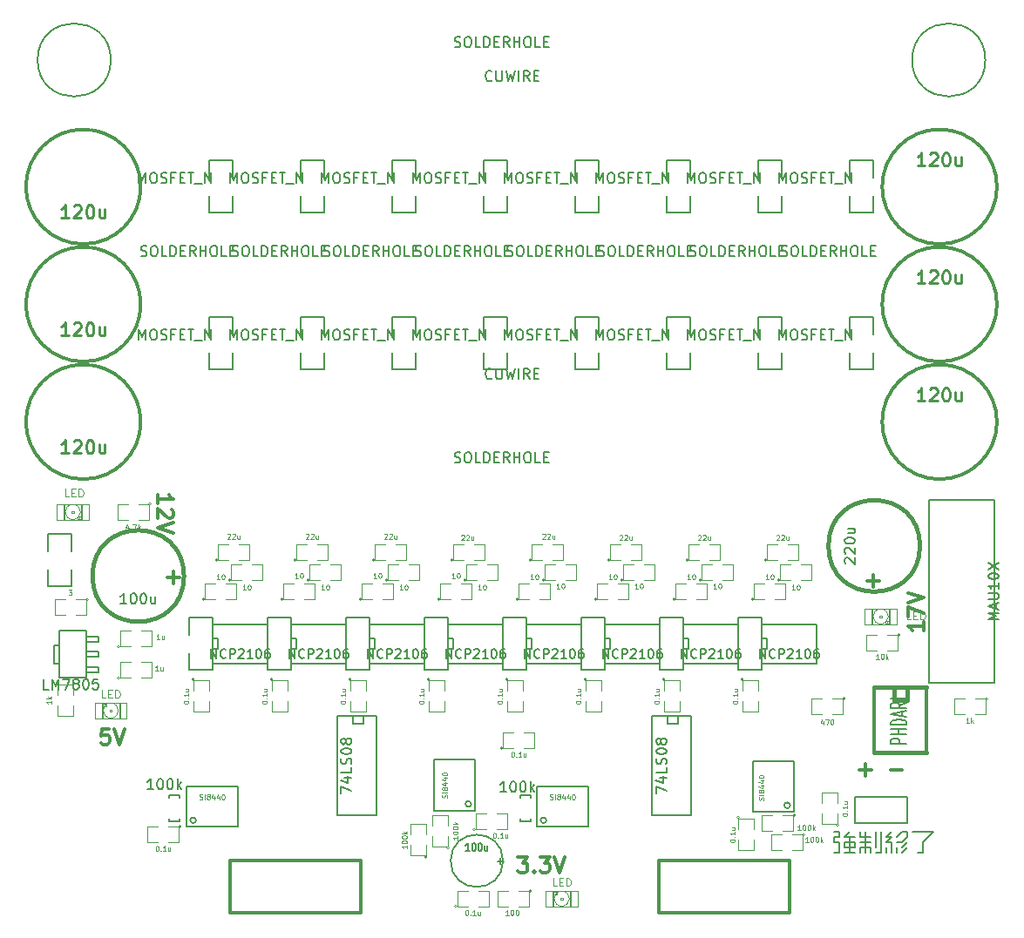
<source format=gto>
G04 (created by PCBNEW (2013-07-07 BZR 4022)-stable) date 2015/05/03 21:07:58*
%MOIN*%
G04 Gerber Fmt 3.4, Leading zero omitted, Abs format*
%FSLAX34Y34*%
G01*
G70*
G90*
G04 APERTURE LIST*
%ADD10C,0.00590551*%
%ADD11C,0.011811*%
%ADD12C,0.00787402*%
%ADD13C,0.005*%
%ADD14C,0.0039*%
%ADD15C,0.012*%
%ADD16C,0.006*%
%ADD17C,0.0026*%
%ADD18C,0.004*%
%ADD19C,0.0147638*%
%ADD20C,0.015*%
%ADD21C,0.008*%
%ADD22C,0.0043*%
%ADD23C,0.0035*%
%ADD24C,0.01*%
%ADD25C,0.0075*%
%ADD26C,0.0079*%
G04 APERTURE END LIST*
G54D10*
G54D11*
X114184Y-73814D02*
X114634Y-73814D01*
X114409Y-74039D02*
X114409Y-73589D01*
X115365Y-73814D02*
X115815Y-73814D01*
G54D12*
X116000Y-76200D02*
X115800Y-76200D01*
X116000Y-76400D02*
X116000Y-76200D01*
X115800Y-76200D02*
X115600Y-76400D01*
X115800Y-76600D02*
X115600Y-76600D01*
X116000Y-76600D02*
X115800Y-76800D01*
X115800Y-76600D02*
X116000Y-76400D01*
X116000Y-76800D02*
X115800Y-77000D01*
X116400Y-77000D02*
X116600Y-77000D01*
X116600Y-76600D02*
X116600Y-77000D01*
X117000Y-76200D02*
X116600Y-76600D01*
X116800Y-76200D02*
X117000Y-76200D01*
X116200Y-76200D02*
X116800Y-76200D01*
X114800Y-76400D02*
X114800Y-76200D01*
X115000Y-77000D02*
X114800Y-77000D01*
X114800Y-76400D02*
X114800Y-76800D01*
X115000Y-76200D02*
X115000Y-77000D01*
X114400Y-76200D02*
X114400Y-77000D01*
X114600Y-76800D02*
X114600Y-77000D01*
X114200Y-76800D02*
X114600Y-76800D01*
X114200Y-77000D02*
X114200Y-76800D01*
X114200Y-76600D02*
X114600Y-76600D01*
X114200Y-76400D02*
X114600Y-76400D01*
X114200Y-76200D02*
X114200Y-76400D01*
X115600Y-76800D02*
X115600Y-77000D01*
X115200Y-76800D02*
X115200Y-77000D01*
X115400Y-76600D02*
X115400Y-77000D01*
X115200Y-76600D02*
X115400Y-76600D01*
X115400Y-76400D02*
X115200Y-76600D01*
X115200Y-76400D02*
X115400Y-76400D01*
X115400Y-76200D02*
X115200Y-76400D01*
X113800Y-76400D02*
X113800Y-76800D01*
X113600Y-76400D02*
X113800Y-76200D01*
X113600Y-76400D02*
X114000Y-76400D01*
X114000Y-76600D02*
X113600Y-76600D01*
X114000Y-76800D02*
X114000Y-76600D01*
X113600Y-76800D02*
X114000Y-76800D01*
X113600Y-76600D02*
X113600Y-76800D01*
X113600Y-77000D02*
X114000Y-77000D01*
X113800Y-76800D02*
X113800Y-77000D01*
X113400Y-77000D02*
X113200Y-77000D01*
X113400Y-76800D02*
X113400Y-77000D01*
X113400Y-76600D02*
X113400Y-76800D01*
X113200Y-76600D02*
X113400Y-76600D01*
X113200Y-76400D02*
X113200Y-76600D01*
X113400Y-76400D02*
X113200Y-76400D01*
X113400Y-76200D02*
X113400Y-76400D01*
X113200Y-76200D02*
X113400Y-76200D01*
X113400Y-76200D02*
X113200Y-76200D01*
G54D11*
X85487Y-72248D02*
X85206Y-72248D01*
X85178Y-72529D01*
X85206Y-72501D01*
X85262Y-72473D01*
X85403Y-72473D01*
X85459Y-72501D01*
X85487Y-72529D01*
X85515Y-72585D01*
X85515Y-72726D01*
X85487Y-72782D01*
X85459Y-72810D01*
X85403Y-72839D01*
X85262Y-72839D01*
X85206Y-72810D01*
X85178Y-72782D01*
X85684Y-72248D02*
X85881Y-72839D01*
X86078Y-72248D01*
X101128Y-77148D02*
X101493Y-77148D01*
X101296Y-77373D01*
X101381Y-77373D01*
X101437Y-77401D01*
X101465Y-77429D01*
X101493Y-77485D01*
X101493Y-77626D01*
X101465Y-77682D01*
X101437Y-77710D01*
X101381Y-77739D01*
X101212Y-77739D01*
X101156Y-77710D01*
X101128Y-77682D01*
X101746Y-77682D02*
X101775Y-77710D01*
X101746Y-77739D01*
X101718Y-77710D01*
X101746Y-77682D01*
X101746Y-77739D01*
X101971Y-77148D02*
X102337Y-77148D01*
X102140Y-77373D01*
X102224Y-77373D01*
X102281Y-77401D01*
X102309Y-77429D01*
X102337Y-77485D01*
X102337Y-77626D01*
X102309Y-77682D01*
X102281Y-77710D01*
X102224Y-77739D01*
X102056Y-77739D01*
X102000Y-77710D01*
X101971Y-77682D01*
X102506Y-77148D02*
X102703Y-77739D01*
X102899Y-77148D01*
X116639Y-68165D02*
X116639Y-68503D01*
X116639Y-68334D02*
X116048Y-68334D01*
X116132Y-68390D01*
X116189Y-68446D01*
X116217Y-68503D01*
X116048Y-67968D02*
X116048Y-67575D01*
X116639Y-67828D01*
X116048Y-67434D02*
X116639Y-67237D01*
X116048Y-67040D01*
X87360Y-63634D02*
X87360Y-63296D01*
X87360Y-63465D02*
X87951Y-63465D01*
X87867Y-63409D01*
X87810Y-63353D01*
X87782Y-63296D01*
X87895Y-63859D02*
X87923Y-63887D01*
X87951Y-63943D01*
X87951Y-64084D01*
X87923Y-64140D01*
X87895Y-64168D01*
X87839Y-64196D01*
X87782Y-64196D01*
X87698Y-64168D01*
X87360Y-63831D01*
X87360Y-64196D01*
X87951Y-64365D02*
X87360Y-64562D01*
X87951Y-64759D01*
G54D12*
X119000Y-46650D02*
G75*
G03X119000Y-46650I-1400J0D01*
G74*
G01*
X85550Y-46650D02*
G75*
G03X85550Y-46650I-1400J0D01*
G74*
G01*
X114750Y-71000D02*
X114750Y-71150D01*
G54D13*
X99475Y-75375D02*
X99475Y-73425D01*
X99475Y-73425D02*
X97925Y-73425D01*
X97925Y-73425D02*
X97925Y-75375D01*
X97925Y-75375D02*
X99475Y-75375D01*
X99336Y-75125D02*
G75*
G03X99336Y-75125I-111J0D01*
G74*
G01*
X88450Y-76000D02*
X90400Y-76000D01*
X90400Y-76000D02*
X90400Y-74450D01*
X90400Y-74450D02*
X88450Y-74450D01*
X88450Y-74450D02*
X88450Y-76000D01*
X88811Y-75750D02*
G75*
G03X88811Y-75750I-111J0D01*
G74*
G01*
X111675Y-75425D02*
X111675Y-73475D01*
X111675Y-73475D02*
X110125Y-73475D01*
X110125Y-73475D02*
X110125Y-75425D01*
X110125Y-75425D02*
X111675Y-75425D01*
X111536Y-75175D02*
G75*
G03X111536Y-75175I-111J0D01*
G74*
G01*
X101850Y-76000D02*
X103800Y-76000D01*
X103800Y-76000D02*
X103800Y-74450D01*
X103800Y-74450D02*
X101850Y-74450D01*
X101850Y-74450D02*
X101850Y-76000D01*
X102211Y-75750D02*
G75*
G03X102211Y-75750I-111J0D01*
G74*
G01*
X104450Y-69700D02*
X104450Y-69750D01*
X104450Y-69750D02*
X106550Y-69750D01*
X106550Y-68250D02*
X104450Y-68250D01*
X104450Y-68250D02*
X104450Y-69700D01*
X104450Y-68800D02*
X104650Y-68800D01*
X104650Y-68800D02*
X104650Y-69200D01*
X104650Y-69200D02*
X104450Y-69200D01*
X106550Y-68250D02*
X106550Y-69750D01*
X101450Y-69700D02*
X101450Y-69750D01*
X101450Y-69750D02*
X103550Y-69750D01*
X103550Y-68250D02*
X101450Y-68250D01*
X101450Y-68250D02*
X101450Y-69700D01*
X101450Y-68800D02*
X101650Y-68800D01*
X101650Y-68800D02*
X101650Y-69200D01*
X101650Y-69200D02*
X101450Y-69200D01*
X103550Y-68250D02*
X103550Y-69750D01*
X107450Y-69700D02*
X107450Y-69750D01*
X107450Y-69750D02*
X109550Y-69750D01*
X109550Y-68250D02*
X107450Y-68250D01*
X107450Y-68250D02*
X107450Y-69700D01*
X107450Y-68800D02*
X107650Y-68800D01*
X107650Y-68800D02*
X107650Y-69200D01*
X107650Y-69200D02*
X107450Y-69200D01*
X109550Y-68250D02*
X109550Y-69750D01*
X110450Y-69700D02*
X110450Y-69750D01*
X110450Y-69750D02*
X112550Y-69750D01*
X112550Y-68250D02*
X110450Y-68250D01*
X110450Y-68250D02*
X110450Y-69700D01*
X110450Y-68800D02*
X110650Y-68800D01*
X110650Y-68800D02*
X110650Y-69200D01*
X110650Y-69200D02*
X110450Y-69200D01*
X112550Y-68250D02*
X112550Y-69750D01*
X98450Y-69700D02*
X98450Y-69750D01*
X98450Y-69750D02*
X100550Y-69750D01*
X100550Y-68250D02*
X98450Y-68250D01*
X98450Y-68250D02*
X98450Y-69700D01*
X98450Y-68800D02*
X98650Y-68800D01*
X98650Y-68800D02*
X98650Y-69200D01*
X98650Y-69200D02*
X98450Y-69200D01*
X100550Y-68250D02*
X100550Y-69750D01*
X89450Y-69700D02*
X89450Y-69750D01*
X89450Y-69750D02*
X91550Y-69750D01*
X91550Y-68250D02*
X89450Y-68250D01*
X89450Y-68250D02*
X89450Y-69700D01*
X89450Y-68800D02*
X89650Y-68800D01*
X89650Y-68800D02*
X89650Y-69200D01*
X89650Y-69200D02*
X89450Y-69200D01*
X91550Y-68250D02*
X91550Y-69750D01*
X95450Y-69700D02*
X95450Y-69750D01*
X95450Y-69750D02*
X97550Y-69750D01*
X97550Y-68250D02*
X95450Y-68250D01*
X95450Y-68250D02*
X95450Y-69700D01*
X95450Y-68800D02*
X95650Y-68800D01*
X95650Y-68800D02*
X95650Y-69200D01*
X95650Y-69200D02*
X95450Y-69200D01*
X97550Y-68250D02*
X97550Y-69750D01*
X92450Y-69700D02*
X92450Y-69750D01*
X92450Y-69750D02*
X94550Y-69750D01*
X94550Y-68250D02*
X92450Y-68250D01*
X92450Y-68250D02*
X92450Y-69700D01*
X92450Y-68800D02*
X92650Y-68800D01*
X92650Y-68800D02*
X92650Y-69200D01*
X92650Y-69200D02*
X92450Y-69200D01*
X94550Y-68250D02*
X94550Y-69750D01*
X110300Y-58500D02*
X111200Y-58500D01*
X111200Y-58500D02*
X111200Y-57850D01*
X110300Y-57150D02*
X110300Y-56500D01*
X110300Y-56500D02*
X111200Y-56500D01*
X111200Y-56500D02*
X111200Y-57150D01*
X110300Y-57850D02*
X110300Y-58500D01*
X84050Y-64800D02*
X83150Y-64800D01*
X83150Y-64800D02*
X83150Y-65450D01*
X84050Y-66150D02*
X84050Y-66800D01*
X84050Y-66800D02*
X83150Y-66800D01*
X83150Y-66800D02*
X83150Y-66150D01*
X84050Y-65450D02*
X84050Y-64800D01*
X103550Y-70000D02*
X104450Y-70000D01*
X104450Y-70000D02*
X104450Y-69350D01*
X103550Y-68650D02*
X103550Y-68000D01*
X103550Y-68000D02*
X104450Y-68000D01*
X104450Y-68000D02*
X104450Y-68650D01*
X103550Y-69350D02*
X103550Y-70000D01*
X91550Y-70000D02*
X92450Y-70000D01*
X92450Y-70000D02*
X92450Y-69350D01*
X91550Y-68650D02*
X91550Y-68000D01*
X91550Y-68000D02*
X92450Y-68000D01*
X92450Y-68000D02*
X92450Y-68650D01*
X91550Y-69350D02*
X91550Y-70000D01*
X88550Y-70000D02*
X89450Y-70000D01*
X89450Y-70000D02*
X89450Y-69350D01*
X88550Y-68650D02*
X88550Y-68000D01*
X88550Y-68000D02*
X89450Y-68000D01*
X89450Y-68000D02*
X89450Y-68650D01*
X88550Y-69350D02*
X88550Y-70000D01*
X99800Y-58500D02*
X100700Y-58500D01*
X100700Y-58500D02*
X100700Y-57850D01*
X99800Y-57150D02*
X99800Y-56500D01*
X99800Y-56500D02*
X100700Y-56500D01*
X100700Y-56500D02*
X100700Y-57150D01*
X99800Y-57850D02*
X99800Y-58500D01*
X92800Y-52500D02*
X93700Y-52500D01*
X93700Y-52500D02*
X93700Y-51850D01*
X92800Y-51150D02*
X92800Y-50500D01*
X92800Y-50500D02*
X93700Y-50500D01*
X93700Y-50500D02*
X93700Y-51150D01*
X92800Y-51850D02*
X92800Y-52500D01*
X92800Y-58500D02*
X93700Y-58500D01*
X93700Y-58500D02*
X93700Y-57850D01*
X92800Y-57150D02*
X92800Y-56500D01*
X92800Y-56500D02*
X93700Y-56500D01*
X93700Y-56500D02*
X93700Y-57150D01*
X92800Y-57850D02*
X92800Y-58500D01*
X99800Y-52500D02*
X100700Y-52500D01*
X100700Y-52500D02*
X100700Y-51850D01*
X99800Y-51150D02*
X99800Y-50500D01*
X99800Y-50500D02*
X100700Y-50500D01*
X100700Y-50500D02*
X100700Y-51150D01*
X99800Y-51850D02*
X99800Y-52500D01*
X97550Y-70000D02*
X98450Y-70000D01*
X98450Y-70000D02*
X98450Y-69350D01*
X97550Y-68650D02*
X97550Y-68000D01*
X97550Y-68000D02*
X98450Y-68000D01*
X98450Y-68000D02*
X98450Y-68650D01*
X97550Y-69350D02*
X97550Y-70000D01*
X110300Y-52500D02*
X111200Y-52500D01*
X111200Y-52500D02*
X111200Y-51850D01*
X110300Y-51150D02*
X110300Y-50500D01*
X110300Y-50500D02*
X111200Y-50500D01*
X111200Y-50500D02*
X111200Y-51150D01*
X110300Y-51850D02*
X110300Y-52500D01*
X96300Y-52500D02*
X97200Y-52500D01*
X97200Y-52500D02*
X97200Y-51850D01*
X96300Y-51150D02*
X96300Y-50500D01*
X96300Y-50500D02*
X97200Y-50500D01*
X97200Y-50500D02*
X97200Y-51150D01*
X96300Y-51850D02*
X96300Y-52500D01*
X96300Y-58500D02*
X97200Y-58500D01*
X97200Y-58500D02*
X97200Y-57850D01*
X96300Y-57150D02*
X96300Y-56500D01*
X96300Y-56500D02*
X97200Y-56500D01*
X97200Y-56500D02*
X97200Y-57150D01*
X96300Y-57850D02*
X96300Y-58500D01*
X94550Y-70000D02*
X95450Y-70000D01*
X95450Y-70000D02*
X95450Y-69350D01*
X94550Y-68650D02*
X94550Y-68000D01*
X94550Y-68000D02*
X95450Y-68000D01*
X95450Y-68000D02*
X95450Y-68650D01*
X94550Y-69350D02*
X94550Y-70000D01*
X109550Y-70000D02*
X110450Y-70000D01*
X110450Y-70000D02*
X110450Y-69350D01*
X109550Y-68650D02*
X109550Y-68000D01*
X109550Y-68000D02*
X110450Y-68000D01*
X110450Y-68000D02*
X110450Y-68650D01*
X109550Y-69350D02*
X109550Y-70000D01*
X100550Y-70000D02*
X101450Y-70000D01*
X101450Y-70000D02*
X101450Y-69350D01*
X100550Y-68650D02*
X100550Y-68000D01*
X100550Y-68000D02*
X101450Y-68000D01*
X101450Y-68000D02*
X101450Y-68650D01*
X100550Y-69350D02*
X100550Y-70000D01*
X89300Y-58500D02*
X90200Y-58500D01*
X90200Y-58500D02*
X90200Y-57850D01*
X89300Y-57150D02*
X89300Y-56500D01*
X89300Y-56500D02*
X90200Y-56500D01*
X90200Y-56500D02*
X90200Y-57150D01*
X89300Y-57850D02*
X89300Y-58500D01*
X89300Y-52500D02*
X90200Y-52500D01*
X90200Y-52500D02*
X90200Y-51850D01*
X89300Y-51150D02*
X89300Y-50500D01*
X89300Y-50500D02*
X90200Y-50500D01*
X90200Y-50500D02*
X90200Y-51150D01*
X89300Y-51850D02*
X89300Y-52500D01*
X103300Y-52500D02*
X104200Y-52500D01*
X104200Y-52500D02*
X104200Y-51850D01*
X103300Y-51150D02*
X103300Y-50500D01*
X103300Y-50500D02*
X104200Y-50500D01*
X104200Y-50500D02*
X104200Y-51150D01*
X103300Y-51850D02*
X103300Y-52500D01*
X103300Y-58500D02*
X104200Y-58500D01*
X104200Y-58500D02*
X104200Y-57850D01*
X103300Y-57150D02*
X103300Y-56500D01*
X103300Y-56500D02*
X104200Y-56500D01*
X104200Y-56500D02*
X104200Y-57150D01*
X103300Y-57850D02*
X103300Y-58500D01*
X106800Y-58500D02*
X107700Y-58500D01*
X107700Y-58500D02*
X107700Y-57850D01*
X106800Y-57150D02*
X106800Y-56500D01*
X106800Y-56500D02*
X107700Y-56500D01*
X107700Y-56500D02*
X107700Y-57150D01*
X106800Y-57850D02*
X106800Y-58500D01*
X106800Y-52500D02*
X107700Y-52500D01*
X107700Y-52500D02*
X107700Y-51850D01*
X106800Y-51150D02*
X106800Y-50500D01*
X106800Y-50500D02*
X107700Y-50500D01*
X107700Y-50500D02*
X107700Y-51150D01*
X106800Y-51850D02*
X106800Y-52500D01*
X113800Y-52500D02*
X114700Y-52500D01*
X114700Y-52500D02*
X114700Y-51850D01*
X113800Y-51150D02*
X113800Y-50500D01*
X113800Y-50500D02*
X114700Y-50500D01*
X114700Y-50500D02*
X114700Y-51150D01*
X113800Y-51850D02*
X113800Y-52500D01*
X106550Y-70000D02*
X107450Y-70000D01*
X107450Y-70000D02*
X107450Y-69350D01*
X106550Y-68650D02*
X106550Y-68000D01*
X106550Y-68000D02*
X107450Y-68000D01*
X107450Y-68000D02*
X107450Y-68650D01*
X106550Y-69350D02*
X106550Y-70000D01*
X113800Y-58500D02*
X114700Y-58500D01*
X114700Y-58500D02*
X114700Y-57850D01*
X113800Y-57150D02*
X113800Y-56500D01*
X113800Y-56500D02*
X114700Y-56500D01*
X114700Y-56500D02*
X114700Y-57150D01*
X113800Y-57850D02*
X113800Y-58500D01*
G54D14*
X89150Y-67300D02*
G75*
G03X89150Y-67300I-50J0D01*
G74*
G01*
X89550Y-67300D02*
X89150Y-67300D01*
X89150Y-67300D02*
X89150Y-66700D01*
X89150Y-66700D02*
X89550Y-66700D01*
X89950Y-66700D02*
X90350Y-66700D01*
X90350Y-66700D02*
X90350Y-67300D01*
X90350Y-67300D02*
X89950Y-67300D01*
X87100Y-63650D02*
G75*
G03X87100Y-63650I-50J0D01*
G74*
G01*
X86600Y-63650D02*
X87000Y-63650D01*
X87000Y-63650D02*
X87000Y-64250D01*
X87000Y-64250D02*
X86600Y-64250D01*
X86200Y-64250D02*
X85800Y-64250D01*
X85800Y-64250D02*
X85800Y-63650D01*
X85800Y-63650D02*
X86200Y-63650D01*
X88750Y-70350D02*
G75*
G03X88750Y-70350I-50J0D01*
G74*
G01*
X88700Y-70800D02*
X88700Y-70400D01*
X88700Y-70400D02*
X89300Y-70400D01*
X89300Y-70400D02*
X89300Y-70800D01*
X89300Y-71200D02*
X89300Y-71600D01*
X89300Y-71600D02*
X88700Y-71600D01*
X88700Y-71600D02*
X88700Y-71200D01*
X110150Y-67300D02*
G75*
G03X110150Y-67300I-50J0D01*
G74*
G01*
X110550Y-67300D02*
X110150Y-67300D01*
X110150Y-67300D02*
X110150Y-66700D01*
X110150Y-66700D02*
X110550Y-66700D01*
X110950Y-66700D02*
X111350Y-66700D01*
X111350Y-66700D02*
X111350Y-67300D01*
X111350Y-67300D02*
X110950Y-67300D01*
X109600Y-75650D02*
G75*
G03X109600Y-75650I-50J0D01*
G74*
G01*
X109550Y-76100D02*
X109550Y-75700D01*
X109550Y-75700D02*
X110150Y-75700D01*
X110150Y-75700D02*
X110150Y-76100D01*
X110150Y-76500D02*
X110150Y-76900D01*
X110150Y-76900D02*
X109550Y-76900D01*
X109550Y-76900D02*
X109550Y-76500D01*
X88250Y-76000D02*
G75*
G03X88250Y-76000I-50J0D01*
G74*
G01*
X87750Y-76000D02*
X88150Y-76000D01*
X88150Y-76000D02*
X88150Y-76600D01*
X88150Y-76600D02*
X87750Y-76600D01*
X87350Y-76600D02*
X86950Y-76600D01*
X86950Y-76600D02*
X86950Y-76000D01*
X86950Y-76000D02*
X87350Y-76000D01*
X98800Y-79050D02*
G75*
G03X98800Y-79050I-50J0D01*
G74*
G01*
X99200Y-79050D02*
X98800Y-79050D01*
X98800Y-79050D02*
X98800Y-78450D01*
X98800Y-78450D02*
X99200Y-78450D01*
X99600Y-78450D02*
X100000Y-78450D01*
X100000Y-78450D02*
X100000Y-79050D01*
X100000Y-79050D02*
X99600Y-79050D01*
X89650Y-65800D02*
G75*
G03X89650Y-65800I-50J0D01*
G74*
G01*
X90050Y-65800D02*
X89650Y-65800D01*
X89650Y-65800D02*
X89650Y-65200D01*
X89650Y-65200D02*
X90050Y-65200D01*
X90450Y-65200D02*
X90850Y-65200D01*
X90850Y-65200D02*
X90850Y-65800D01*
X90850Y-65800D02*
X90450Y-65800D01*
X111750Y-75550D02*
G75*
G03X111750Y-75550I-50J0D01*
G74*
G01*
X111250Y-75550D02*
X111650Y-75550D01*
X111650Y-75550D02*
X111650Y-76150D01*
X111650Y-76150D02*
X111250Y-76150D01*
X110850Y-76150D02*
X110450Y-76150D01*
X110450Y-76150D02*
X110450Y-75550D01*
X110450Y-75550D02*
X110850Y-75550D01*
X112100Y-76300D02*
G75*
G03X112100Y-76300I-50J0D01*
G74*
G01*
X111600Y-76300D02*
X112000Y-76300D01*
X112000Y-76300D02*
X112000Y-76900D01*
X112000Y-76900D02*
X111600Y-76900D01*
X111200Y-76900D02*
X110800Y-76900D01*
X110800Y-76900D02*
X110800Y-76300D01*
X110800Y-76300D02*
X111200Y-76300D01*
X100550Y-73000D02*
G75*
G03X100550Y-73000I-50J0D01*
G74*
G01*
X100950Y-73000D02*
X100550Y-73000D01*
X100550Y-73000D02*
X100550Y-72400D01*
X100550Y-72400D02*
X100950Y-72400D01*
X101350Y-72400D02*
X101750Y-72400D01*
X101750Y-72400D02*
X101750Y-73000D01*
X101750Y-73000D02*
X101350Y-73000D01*
X99500Y-76100D02*
G75*
G03X99500Y-76100I-50J0D01*
G74*
G01*
X99900Y-76100D02*
X99500Y-76100D01*
X99500Y-76100D02*
X99500Y-75500D01*
X99500Y-75500D02*
X99900Y-75500D01*
X100300Y-75500D02*
X100700Y-75500D01*
X100700Y-75500D02*
X100700Y-76100D01*
X100700Y-76100D02*
X100300Y-76100D01*
X97650Y-77150D02*
G75*
G03X97650Y-77150I-50J0D01*
G74*
G01*
X97600Y-76700D02*
X97600Y-77100D01*
X97600Y-77100D02*
X97000Y-77100D01*
X97000Y-77100D02*
X97000Y-76700D01*
X97000Y-76300D02*
X97000Y-75900D01*
X97000Y-75900D02*
X97600Y-75900D01*
X97600Y-75900D02*
X97600Y-76300D01*
X113400Y-75950D02*
G75*
G03X113400Y-75950I-50J0D01*
G74*
G01*
X113350Y-75500D02*
X113350Y-75900D01*
X113350Y-75900D02*
X112750Y-75900D01*
X112750Y-75900D02*
X112750Y-75500D01*
X112750Y-75100D02*
X112750Y-74700D01*
X112750Y-74700D02*
X113350Y-74700D01*
X113350Y-74700D02*
X113350Y-75100D01*
X113650Y-71100D02*
G75*
G03X113650Y-71100I-50J0D01*
G74*
G01*
X113150Y-71100D02*
X113550Y-71100D01*
X113550Y-71100D02*
X113550Y-71700D01*
X113550Y-71700D02*
X113150Y-71700D01*
X112750Y-71700D02*
X112350Y-71700D01*
X112350Y-71700D02*
X112350Y-71100D01*
X112350Y-71100D02*
X112750Y-71100D01*
X119100Y-71100D02*
G75*
G03X119100Y-71100I-50J0D01*
G74*
G01*
X118600Y-71100D02*
X119000Y-71100D01*
X119000Y-71100D02*
X119000Y-71700D01*
X119000Y-71700D02*
X118600Y-71700D01*
X118200Y-71700D02*
X117800Y-71700D01*
X117800Y-71700D02*
X117800Y-71100D01*
X117800Y-71100D02*
X118200Y-71100D01*
X101650Y-78450D02*
G75*
G03X101650Y-78450I-50J0D01*
G74*
G01*
X101150Y-78450D02*
X101550Y-78450D01*
X101550Y-78450D02*
X101550Y-79050D01*
X101550Y-79050D02*
X101150Y-79050D01*
X100750Y-79050D02*
X100350Y-79050D01*
X100350Y-79050D02*
X100350Y-78450D01*
X100350Y-78450D02*
X100750Y-78450D01*
X83550Y-70500D02*
G75*
G03X83550Y-70500I-50J0D01*
G74*
G01*
X83500Y-70950D02*
X83500Y-70550D01*
X83500Y-70550D02*
X84100Y-70550D01*
X84100Y-70550D02*
X84100Y-70950D01*
X84100Y-71350D02*
X84100Y-71750D01*
X84100Y-71750D02*
X83500Y-71750D01*
X83500Y-71750D02*
X83500Y-71350D01*
X95150Y-67300D02*
G75*
G03X95150Y-67300I-50J0D01*
G74*
G01*
X95550Y-67300D02*
X95150Y-67300D01*
X95150Y-67300D02*
X95150Y-66700D01*
X95150Y-66700D02*
X95550Y-66700D01*
X95950Y-66700D02*
X96350Y-66700D01*
X96350Y-66700D02*
X96350Y-67300D01*
X96350Y-67300D02*
X95950Y-67300D01*
X90150Y-66550D02*
G75*
G03X90150Y-66550I-50J0D01*
G74*
G01*
X90550Y-66550D02*
X90150Y-66550D01*
X90150Y-66550D02*
X90150Y-65950D01*
X90150Y-65950D02*
X90550Y-65950D01*
X90950Y-65950D02*
X91350Y-65950D01*
X91350Y-65950D02*
X91350Y-66550D01*
X91350Y-66550D02*
X90950Y-66550D01*
X98500Y-76800D02*
G75*
G03X98500Y-76800I-50J0D01*
G74*
G01*
X98450Y-76350D02*
X98450Y-76750D01*
X98450Y-76750D02*
X97850Y-76750D01*
X97850Y-76750D02*
X97850Y-76350D01*
X97850Y-75950D02*
X97850Y-75550D01*
X97850Y-75550D02*
X98450Y-75550D01*
X98450Y-75550D02*
X98450Y-75950D01*
X102150Y-66550D02*
G75*
G03X102150Y-66550I-50J0D01*
G74*
G01*
X102550Y-66550D02*
X102150Y-66550D01*
X102150Y-66550D02*
X102150Y-65950D01*
X102150Y-65950D02*
X102550Y-65950D01*
X102950Y-65950D02*
X103350Y-65950D01*
X103350Y-65950D02*
X103350Y-66550D01*
X103350Y-66550D02*
X102950Y-66550D01*
X107650Y-65800D02*
G75*
G03X107650Y-65800I-50J0D01*
G74*
G01*
X108050Y-65800D02*
X107650Y-65800D01*
X107650Y-65800D02*
X107650Y-65200D01*
X107650Y-65200D02*
X108050Y-65200D01*
X108450Y-65200D02*
X108850Y-65200D01*
X108850Y-65200D02*
X108850Y-65800D01*
X108850Y-65800D02*
X108450Y-65800D01*
X108150Y-66550D02*
G75*
G03X108150Y-66550I-50J0D01*
G74*
G01*
X108550Y-66550D02*
X108150Y-66550D01*
X108150Y-66550D02*
X108150Y-65950D01*
X108150Y-65950D02*
X108550Y-65950D01*
X108950Y-65950D02*
X109350Y-65950D01*
X109350Y-65950D02*
X109350Y-66550D01*
X109350Y-66550D02*
X108950Y-66550D01*
X109750Y-70350D02*
G75*
G03X109750Y-70350I-50J0D01*
G74*
G01*
X109700Y-70800D02*
X109700Y-70400D01*
X109700Y-70400D02*
X110300Y-70400D01*
X110300Y-70400D02*
X110300Y-70800D01*
X110300Y-71200D02*
X110300Y-71600D01*
X110300Y-71600D02*
X109700Y-71600D01*
X109700Y-71600D02*
X109700Y-71200D01*
X107150Y-67300D02*
G75*
G03X107150Y-67300I-50J0D01*
G74*
G01*
X107550Y-67300D02*
X107150Y-67300D01*
X107150Y-67300D02*
X107150Y-66700D01*
X107150Y-66700D02*
X107550Y-66700D01*
X107950Y-66700D02*
X108350Y-66700D01*
X108350Y-66700D02*
X108350Y-67300D01*
X108350Y-67300D02*
X107950Y-67300D01*
X84700Y-67300D02*
G75*
G03X84700Y-67300I-50J0D01*
G74*
G01*
X84200Y-67300D02*
X84600Y-67300D01*
X84600Y-67300D02*
X84600Y-67900D01*
X84600Y-67900D02*
X84200Y-67900D01*
X83800Y-67900D02*
X83400Y-67900D01*
X83400Y-67900D02*
X83400Y-67300D01*
X83400Y-67300D02*
X83800Y-67300D01*
X97750Y-70350D02*
G75*
G03X97750Y-70350I-50J0D01*
G74*
G01*
X97700Y-70800D02*
X97700Y-70400D01*
X97700Y-70400D02*
X98300Y-70400D01*
X98300Y-70400D02*
X98300Y-70800D01*
X98300Y-71200D02*
X98300Y-71600D01*
X98300Y-71600D02*
X97700Y-71600D01*
X97700Y-71600D02*
X97700Y-71200D01*
X95650Y-65800D02*
G75*
G03X95650Y-65800I-50J0D01*
G74*
G01*
X96050Y-65800D02*
X95650Y-65800D01*
X95650Y-65800D02*
X95650Y-65200D01*
X95650Y-65200D02*
X96050Y-65200D01*
X96450Y-65200D02*
X96850Y-65200D01*
X96850Y-65200D02*
X96850Y-65800D01*
X96850Y-65800D02*
X96450Y-65800D01*
X103750Y-70350D02*
G75*
G03X103750Y-70350I-50J0D01*
G74*
G01*
X103700Y-70800D02*
X103700Y-70400D01*
X103700Y-70400D02*
X104300Y-70400D01*
X104300Y-70400D02*
X104300Y-70800D01*
X104300Y-71200D02*
X104300Y-71600D01*
X104300Y-71600D02*
X103700Y-71600D01*
X103700Y-71600D02*
X103700Y-71200D01*
X92650Y-65800D02*
G75*
G03X92650Y-65800I-50J0D01*
G74*
G01*
X93050Y-65800D02*
X92650Y-65800D01*
X92650Y-65800D02*
X92650Y-65200D01*
X92650Y-65200D02*
X93050Y-65200D01*
X93450Y-65200D02*
X93850Y-65200D01*
X93850Y-65200D02*
X93850Y-65800D01*
X93850Y-65800D02*
X93450Y-65800D01*
X111150Y-66550D02*
G75*
G03X111150Y-66550I-50J0D01*
G74*
G01*
X111550Y-66550D02*
X111150Y-66550D01*
X111150Y-66550D02*
X111150Y-65950D01*
X111150Y-65950D02*
X111550Y-65950D01*
X111950Y-65950D02*
X112350Y-65950D01*
X112350Y-65950D02*
X112350Y-66550D01*
X112350Y-66550D02*
X111950Y-66550D01*
X101150Y-67300D02*
G75*
G03X101150Y-67300I-50J0D01*
G74*
G01*
X101550Y-67300D02*
X101150Y-67300D01*
X101150Y-67300D02*
X101150Y-66700D01*
X101150Y-66700D02*
X101550Y-66700D01*
X101950Y-66700D02*
X102350Y-66700D01*
X102350Y-66700D02*
X102350Y-67300D01*
X102350Y-67300D02*
X101950Y-67300D01*
X93150Y-66550D02*
G75*
G03X93150Y-66550I-50J0D01*
G74*
G01*
X93550Y-66550D02*
X93150Y-66550D01*
X93150Y-66550D02*
X93150Y-65950D01*
X93150Y-65950D02*
X93550Y-65950D01*
X93950Y-65950D02*
X94350Y-65950D01*
X94350Y-65950D02*
X94350Y-66550D01*
X94350Y-66550D02*
X93950Y-66550D01*
X92150Y-67300D02*
G75*
G03X92150Y-67300I-50J0D01*
G74*
G01*
X92550Y-67300D02*
X92150Y-67300D01*
X92150Y-67300D02*
X92150Y-66700D01*
X92150Y-66700D02*
X92550Y-66700D01*
X92950Y-66700D02*
X93350Y-66700D01*
X93350Y-66700D02*
X93350Y-67300D01*
X93350Y-67300D02*
X92950Y-67300D01*
X101650Y-65800D02*
G75*
G03X101650Y-65800I-50J0D01*
G74*
G01*
X102050Y-65800D02*
X101650Y-65800D01*
X101650Y-65800D02*
X101650Y-65200D01*
X101650Y-65200D02*
X102050Y-65200D01*
X102450Y-65200D02*
X102850Y-65200D01*
X102850Y-65200D02*
X102850Y-65800D01*
X102850Y-65800D02*
X102450Y-65800D01*
X106750Y-70350D02*
G75*
G03X106750Y-70350I-50J0D01*
G74*
G01*
X106700Y-70800D02*
X106700Y-70400D01*
X106700Y-70400D02*
X107300Y-70400D01*
X107300Y-70400D02*
X107300Y-70800D01*
X107300Y-71200D02*
X107300Y-71600D01*
X107300Y-71600D02*
X106700Y-71600D01*
X106700Y-71600D02*
X106700Y-71200D01*
X94750Y-70350D02*
G75*
G03X94750Y-70350I-50J0D01*
G74*
G01*
X94700Y-70800D02*
X94700Y-70400D01*
X94700Y-70400D02*
X95300Y-70400D01*
X95300Y-70400D02*
X95300Y-70800D01*
X95300Y-71200D02*
X95300Y-71600D01*
X95300Y-71600D02*
X94700Y-71600D01*
X94700Y-71600D02*
X94700Y-71200D01*
X110650Y-65800D02*
G75*
G03X110650Y-65800I-50J0D01*
G74*
G01*
X111050Y-65800D02*
X110650Y-65800D01*
X110650Y-65800D02*
X110650Y-65200D01*
X110650Y-65200D02*
X111050Y-65200D01*
X111450Y-65200D02*
X111850Y-65200D01*
X111850Y-65200D02*
X111850Y-65800D01*
X111850Y-65800D02*
X111450Y-65800D01*
X100750Y-70350D02*
G75*
G03X100750Y-70350I-50J0D01*
G74*
G01*
X100700Y-70800D02*
X100700Y-70400D01*
X100700Y-70400D02*
X101300Y-70400D01*
X101300Y-70400D02*
X101300Y-70800D01*
X101300Y-71200D02*
X101300Y-71600D01*
X101300Y-71600D02*
X100700Y-71600D01*
X100700Y-71600D02*
X100700Y-71200D01*
X85900Y-69100D02*
G75*
G03X85900Y-69100I-50J0D01*
G74*
G01*
X86300Y-69100D02*
X85900Y-69100D01*
X85900Y-69100D02*
X85900Y-68500D01*
X85900Y-68500D02*
X86300Y-68500D01*
X86700Y-68500D02*
X87100Y-68500D01*
X87100Y-68500D02*
X87100Y-69100D01*
X87100Y-69100D02*
X86700Y-69100D01*
X85900Y-70300D02*
G75*
G03X85900Y-70300I-50J0D01*
G74*
G01*
X86300Y-70300D02*
X85900Y-70300D01*
X85900Y-70300D02*
X85900Y-69700D01*
X85900Y-69700D02*
X86300Y-69700D01*
X86700Y-69700D02*
X87100Y-69700D01*
X87100Y-69700D02*
X87100Y-70300D01*
X87100Y-70300D02*
X86700Y-70300D01*
X104150Y-67300D02*
G75*
G03X104150Y-67300I-50J0D01*
G74*
G01*
X104550Y-67300D02*
X104150Y-67300D01*
X104150Y-67300D02*
X104150Y-66700D01*
X104150Y-66700D02*
X104550Y-66700D01*
X104950Y-66700D02*
X105350Y-66700D01*
X105350Y-66700D02*
X105350Y-67300D01*
X105350Y-67300D02*
X104950Y-67300D01*
X105150Y-66550D02*
G75*
G03X105150Y-66550I-50J0D01*
G74*
G01*
X105550Y-66550D02*
X105150Y-66550D01*
X105150Y-66550D02*
X105150Y-65950D01*
X105150Y-65950D02*
X105550Y-65950D01*
X105950Y-65950D02*
X106350Y-65950D01*
X106350Y-65950D02*
X106350Y-66550D01*
X106350Y-66550D02*
X105950Y-66550D01*
X104650Y-65800D02*
G75*
G03X104650Y-65800I-50J0D01*
G74*
G01*
X105050Y-65800D02*
X104650Y-65800D01*
X104650Y-65800D02*
X104650Y-65200D01*
X104650Y-65200D02*
X105050Y-65200D01*
X105450Y-65200D02*
X105850Y-65200D01*
X105850Y-65200D02*
X105850Y-65800D01*
X105850Y-65800D02*
X105450Y-65800D01*
X91750Y-70350D02*
G75*
G03X91750Y-70350I-50J0D01*
G74*
G01*
X91700Y-70800D02*
X91700Y-70400D01*
X91700Y-70400D02*
X92300Y-70400D01*
X92300Y-70400D02*
X92300Y-70800D01*
X92300Y-71200D02*
X92300Y-71600D01*
X92300Y-71600D02*
X91700Y-71600D01*
X91700Y-71600D02*
X91700Y-71200D01*
X115750Y-68650D02*
G75*
G03X115750Y-68650I-50J0D01*
G74*
G01*
X115250Y-68650D02*
X115650Y-68650D01*
X115650Y-68650D02*
X115650Y-69250D01*
X115650Y-69250D02*
X115250Y-69250D01*
X114850Y-69250D02*
X114450Y-69250D01*
X114450Y-69250D02*
X114450Y-68650D01*
X114450Y-68650D02*
X114850Y-68650D01*
X96150Y-66550D02*
G75*
G03X96150Y-66550I-50J0D01*
G74*
G01*
X96550Y-66550D02*
X96150Y-66550D01*
X96150Y-66550D02*
X96150Y-65950D01*
X96150Y-65950D02*
X96550Y-65950D01*
X96950Y-65950D02*
X97350Y-65950D01*
X97350Y-65950D02*
X97350Y-66550D01*
X97350Y-66550D02*
X96950Y-66550D01*
X98150Y-67300D02*
G75*
G03X98150Y-67300I-50J0D01*
G74*
G01*
X98550Y-67300D02*
X98150Y-67300D01*
X98150Y-67300D02*
X98150Y-66700D01*
X98150Y-66700D02*
X98550Y-66700D01*
X98950Y-66700D02*
X99350Y-66700D01*
X99350Y-66700D02*
X99350Y-67300D01*
X99350Y-67300D02*
X98950Y-67300D01*
X99150Y-66550D02*
G75*
G03X99150Y-66550I-50J0D01*
G74*
G01*
X99550Y-66550D02*
X99150Y-66550D01*
X99150Y-66550D02*
X99150Y-65950D01*
X99150Y-65950D02*
X99550Y-65950D01*
X99950Y-65950D02*
X100350Y-65950D01*
X100350Y-65950D02*
X100350Y-66550D01*
X100350Y-66550D02*
X99950Y-66550D01*
X98650Y-65800D02*
G75*
G03X98650Y-65800I-50J0D01*
G74*
G01*
X99050Y-65800D02*
X98650Y-65800D01*
X98650Y-65800D02*
X98650Y-65200D01*
X98650Y-65200D02*
X99050Y-65200D01*
X99450Y-65200D02*
X99850Y-65200D01*
X99850Y-65200D02*
X99850Y-65800D01*
X99850Y-65800D02*
X99450Y-65800D01*
G54D10*
X101200Y-75700D02*
X101200Y-75800D01*
X101200Y-75800D02*
X101600Y-75800D01*
X101600Y-75800D02*
X101600Y-75700D01*
X101200Y-74900D02*
X101200Y-74800D01*
X101200Y-74800D02*
X101600Y-74800D01*
X101600Y-74800D02*
X101600Y-74900D01*
X87775Y-75675D02*
X87775Y-75775D01*
X87775Y-75775D02*
X88175Y-75775D01*
X88175Y-75775D02*
X88175Y-75675D01*
X87775Y-74875D02*
X87775Y-74775D01*
X87775Y-74775D02*
X88175Y-74775D01*
X88175Y-74775D02*
X88175Y-74875D01*
G54D15*
X90100Y-77300D02*
X95100Y-77300D01*
X95100Y-77300D02*
X95100Y-79300D01*
X95100Y-79300D02*
X90100Y-79300D01*
X90100Y-79300D02*
X90100Y-77300D01*
X106500Y-77300D02*
X111500Y-77300D01*
X111500Y-77300D02*
X111500Y-79300D01*
X111500Y-79300D02*
X106500Y-79300D01*
X106500Y-79300D02*
X106500Y-77300D01*
G54D16*
X116000Y-74850D02*
X116000Y-75850D01*
X116000Y-75850D02*
X114000Y-75850D01*
X114000Y-75850D02*
X114000Y-74850D01*
X114000Y-74850D02*
X116000Y-74850D01*
G54D10*
X116850Y-63500D02*
X116850Y-70500D01*
X116850Y-70500D02*
X119350Y-70500D01*
X119350Y-70500D02*
X119350Y-63500D01*
X119350Y-63500D02*
X116850Y-63500D01*
G54D17*
X102839Y-78711D02*
X102761Y-78711D01*
X102761Y-78711D02*
X102761Y-78789D01*
X102839Y-78789D02*
X102761Y-78789D01*
X102839Y-78711D02*
X102839Y-78789D01*
X102623Y-78475D02*
X102486Y-78475D01*
X102486Y-78475D02*
X102486Y-78573D01*
X102623Y-78573D02*
X102486Y-78573D01*
X102623Y-78475D02*
X102623Y-78573D01*
X102486Y-78475D02*
X102446Y-78475D01*
X102446Y-78475D02*
X102446Y-78946D01*
X102486Y-78946D02*
X102446Y-78946D01*
X102486Y-78475D02*
X102486Y-78946D01*
X102486Y-78966D02*
X102446Y-78966D01*
X102446Y-78966D02*
X102446Y-79025D01*
X102486Y-79025D02*
X102446Y-79025D01*
X102486Y-78966D02*
X102486Y-79025D01*
X103154Y-78475D02*
X103114Y-78475D01*
X103114Y-78475D02*
X103114Y-78946D01*
X103154Y-78946D02*
X103114Y-78946D01*
X103154Y-78475D02*
X103154Y-78946D01*
X103154Y-78966D02*
X103114Y-78966D01*
X103114Y-78966D02*
X103114Y-79025D01*
X103154Y-79025D02*
X103114Y-79025D01*
X103154Y-78966D02*
X103154Y-79025D01*
X102623Y-78475D02*
X102564Y-78475D01*
X102564Y-78475D02*
X102564Y-78573D01*
X102623Y-78573D02*
X102564Y-78573D01*
X102623Y-78475D02*
X102623Y-78573D01*
G54D18*
X102190Y-78455D02*
X103410Y-78455D01*
X103410Y-78455D02*
X103410Y-79045D01*
X103410Y-79045D02*
X102190Y-79045D01*
X102190Y-79045D02*
X102190Y-78455D01*
X103015Y-78553D02*
G75*
G03X102583Y-78554I-215J-196D01*
G74*
G01*
X103015Y-78946D02*
G75*
G03X103016Y-78554I-215J196D01*
G74*
G01*
X102584Y-78946D02*
G75*
G03X103016Y-78945I215J196D01*
G74*
G01*
X102584Y-78553D02*
G75*
G03X102583Y-78945I215J-196D01*
G74*
G01*
G54D17*
X85589Y-71511D02*
X85511Y-71511D01*
X85511Y-71511D02*
X85511Y-71589D01*
X85589Y-71589D02*
X85511Y-71589D01*
X85589Y-71511D02*
X85589Y-71589D01*
X85373Y-71275D02*
X85236Y-71275D01*
X85236Y-71275D02*
X85236Y-71373D01*
X85373Y-71373D02*
X85236Y-71373D01*
X85373Y-71275D02*
X85373Y-71373D01*
X85236Y-71275D02*
X85196Y-71275D01*
X85196Y-71275D02*
X85196Y-71746D01*
X85236Y-71746D02*
X85196Y-71746D01*
X85236Y-71275D02*
X85236Y-71746D01*
X85236Y-71766D02*
X85196Y-71766D01*
X85196Y-71766D02*
X85196Y-71825D01*
X85236Y-71825D02*
X85196Y-71825D01*
X85236Y-71766D02*
X85236Y-71825D01*
X85904Y-71275D02*
X85864Y-71275D01*
X85864Y-71275D02*
X85864Y-71746D01*
X85904Y-71746D02*
X85864Y-71746D01*
X85904Y-71275D02*
X85904Y-71746D01*
X85904Y-71766D02*
X85864Y-71766D01*
X85864Y-71766D02*
X85864Y-71825D01*
X85904Y-71825D02*
X85864Y-71825D01*
X85904Y-71766D02*
X85904Y-71825D01*
X85373Y-71275D02*
X85314Y-71275D01*
X85314Y-71275D02*
X85314Y-71373D01*
X85373Y-71373D02*
X85314Y-71373D01*
X85373Y-71275D02*
X85373Y-71373D01*
G54D18*
X84940Y-71255D02*
X86160Y-71255D01*
X86160Y-71255D02*
X86160Y-71845D01*
X86160Y-71845D02*
X84940Y-71845D01*
X84940Y-71845D02*
X84940Y-71255D01*
X85765Y-71353D02*
G75*
G03X85333Y-71354I-215J-196D01*
G74*
G01*
X85765Y-71746D02*
G75*
G03X85766Y-71354I-215J196D01*
G74*
G01*
X85334Y-71746D02*
G75*
G03X85766Y-71745I215J196D01*
G74*
G01*
X85334Y-71353D02*
G75*
G03X85333Y-71745I215J-196D01*
G74*
G01*
G54D17*
X84061Y-63989D02*
X84139Y-63989D01*
X84139Y-63989D02*
X84139Y-63911D01*
X84061Y-63911D02*
X84139Y-63911D01*
X84061Y-63989D02*
X84061Y-63911D01*
X84277Y-64225D02*
X84414Y-64225D01*
X84414Y-64225D02*
X84414Y-64127D01*
X84277Y-64127D02*
X84414Y-64127D01*
X84277Y-64225D02*
X84277Y-64127D01*
X84414Y-64225D02*
X84454Y-64225D01*
X84454Y-64225D02*
X84454Y-63754D01*
X84414Y-63754D02*
X84454Y-63754D01*
X84414Y-64225D02*
X84414Y-63754D01*
X84414Y-63734D02*
X84454Y-63734D01*
X84454Y-63734D02*
X84454Y-63675D01*
X84414Y-63675D02*
X84454Y-63675D01*
X84414Y-63734D02*
X84414Y-63675D01*
X83746Y-64225D02*
X83786Y-64225D01*
X83786Y-64225D02*
X83786Y-63754D01*
X83746Y-63754D02*
X83786Y-63754D01*
X83746Y-64225D02*
X83746Y-63754D01*
X83746Y-63734D02*
X83786Y-63734D01*
X83786Y-63734D02*
X83786Y-63675D01*
X83746Y-63675D02*
X83786Y-63675D01*
X83746Y-63734D02*
X83746Y-63675D01*
X84277Y-64225D02*
X84336Y-64225D01*
X84336Y-64225D02*
X84336Y-64127D01*
X84277Y-64127D02*
X84336Y-64127D01*
X84277Y-64225D02*
X84277Y-64127D01*
G54D18*
X84710Y-64245D02*
X83490Y-64245D01*
X83490Y-64245D02*
X83490Y-63655D01*
X83490Y-63655D02*
X84710Y-63655D01*
X84710Y-63655D02*
X84710Y-64245D01*
X83884Y-64146D02*
G75*
G03X84316Y-64145I215J196D01*
G74*
G01*
X83884Y-63753D02*
G75*
G03X83883Y-64145I215J-196D01*
G74*
G01*
X84315Y-63753D02*
G75*
G03X83883Y-63754I-215J-196D01*
G74*
G01*
X84315Y-64146D02*
G75*
G03X84316Y-63754I-215J196D01*
G74*
G01*
G54D17*
X114961Y-67989D02*
X115039Y-67989D01*
X115039Y-67989D02*
X115039Y-67911D01*
X114961Y-67911D02*
X115039Y-67911D01*
X114961Y-67989D02*
X114961Y-67911D01*
X115177Y-68225D02*
X115314Y-68225D01*
X115314Y-68225D02*
X115314Y-68127D01*
X115177Y-68127D02*
X115314Y-68127D01*
X115177Y-68225D02*
X115177Y-68127D01*
X115314Y-68225D02*
X115354Y-68225D01*
X115354Y-68225D02*
X115354Y-67754D01*
X115314Y-67754D02*
X115354Y-67754D01*
X115314Y-68225D02*
X115314Y-67754D01*
X115314Y-67734D02*
X115354Y-67734D01*
X115354Y-67734D02*
X115354Y-67675D01*
X115314Y-67675D02*
X115354Y-67675D01*
X115314Y-67734D02*
X115314Y-67675D01*
X114646Y-68225D02*
X114686Y-68225D01*
X114686Y-68225D02*
X114686Y-67754D01*
X114646Y-67754D02*
X114686Y-67754D01*
X114646Y-68225D02*
X114646Y-67754D01*
X114646Y-67734D02*
X114686Y-67734D01*
X114686Y-67734D02*
X114686Y-67675D01*
X114646Y-67675D02*
X114686Y-67675D01*
X114646Y-67734D02*
X114646Y-67675D01*
X115177Y-68225D02*
X115236Y-68225D01*
X115236Y-68225D02*
X115236Y-68127D01*
X115177Y-68127D02*
X115236Y-68127D01*
X115177Y-68225D02*
X115177Y-68127D01*
G54D18*
X115610Y-68245D02*
X114390Y-68245D01*
X114390Y-68245D02*
X114390Y-67655D01*
X114390Y-67655D02*
X115610Y-67655D01*
X115610Y-67655D02*
X115610Y-68245D01*
X114784Y-68146D02*
G75*
G03X115216Y-68145I215J196D01*
G74*
G01*
X114784Y-67753D02*
G75*
G03X114783Y-68145I215J-196D01*
G74*
G01*
X115215Y-67753D02*
G75*
G03X114783Y-67754I-215J-196D01*
G74*
G01*
X115215Y-68146D02*
G75*
G03X115216Y-67754I-215J196D01*
G74*
G01*
G54D19*
X114750Y-70650D02*
X114750Y-73150D01*
X116750Y-73150D02*
X116750Y-70650D01*
G54D20*
X116750Y-73150D02*
X114750Y-73150D01*
X114750Y-70650D02*
X116750Y-70650D01*
X116000Y-70650D02*
X116000Y-71150D01*
X116000Y-71150D02*
X115500Y-71150D01*
X115500Y-71150D02*
X115500Y-70650D01*
G54D15*
X86695Y-56000D02*
G75*
G03X86695Y-56000I-2195J0D01*
G74*
G01*
X119445Y-51500D02*
G75*
G03X119445Y-51500I-2195J0D01*
G74*
G01*
X86695Y-60500D02*
G75*
G03X86695Y-60500I-2195J0D01*
G74*
G01*
X119445Y-56000D02*
G75*
G03X119445Y-56000I-2195J0D01*
G74*
G01*
X119445Y-60500D02*
G75*
G03X119445Y-60500I-2195J0D01*
G74*
G01*
X86695Y-51500D02*
G75*
G03X86695Y-51500I-2195J0D01*
G74*
G01*
G54D13*
X100551Y-77300D02*
G75*
G03X100551Y-77300I-1001J0D01*
G74*
G01*
G54D20*
X116500Y-65250D02*
G75*
G03X116500Y-65250I-1750J0D01*
G74*
G01*
G54D13*
X85085Y-68910D02*
X85085Y-68710D01*
X85085Y-68710D02*
X84615Y-68710D01*
X85085Y-68910D02*
X84615Y-68910D01*
X85085Y-69500D02*
X84615Y-69500D01*
X85085Y-69300D02*
X84615Y-69300D01*
X85085Y-69500D02*
X85085Y-69300D01*
X85085Y-70090D02*
X85085Y-69890D01*
X85085Y-69890D02*
X84615Y-69890D01*
X85085Y-70090D02*
X84615Y-70090D01*
X83390Y-69755D02*
X83390Y-69045D01*
X83390Y-69045D02*
X83585Y-69045D01*
X83390Y-69755D02*
X83585Y-69755D01*
X84615Y-70305D02*
X83585Y-70305D01*
X83585Y-70305D02*
X83585Y-68495D01*
X83585Y-68495D02*
X84615Y-68495D01*
X84615Y-68495D02*
X84615Y-70305D01*
G54D21*
X107750Y-71750D02*
X107750Y-75550D01*
X107750Y-75550D02*
X106250Y-75550D01*
X106250Y-75550D02*
X106250Y-71750D01*
X106250Y-71750D02*
X107750Y-71750D01*
X107250Y-71750D02*
X107250Y-72050D01*
X107250Y-72050D02*
X106850Y-72050D01*
X106850Y-72050D02*
X106850Y-71750D01*
X95700Y-71750D02*
X95700Y-75550D01*
X95700Y-75550D02*
X94200Y-75550D01*
X94200Y-75550D02*
X94200Y-71750D01*
X94200Y-71750D02*
X95700Y-71750D01*
X95200Y-71750D02*
X95200Y-72050D01*
X95200Y-72050D02*
X94800Y-72050D01*
X94800Y-72050D02*
X94800Y-71750D01*
G54D20*
X88350Y-66400D02*
G75*
G03X88350Y-66400I-1750J0D01*
G74*
G01*
G54D10*
X100121Y-58821D02*
X100103Y-58840D01*
X100046Y-58859D01*
X100009Y-58859D01*
X99953Y-58840D01*
X99915Y-58803D01*
X99897Y-58765D01*
X99878Y-58690D01*
X99878Y-58634D01*
X99897Y-58559D01*
X99915Y-58521D01*
X99953Y-58484D01*
X100009Y-58465D01*
X100046Y-58465D01*
X100103Y-58484D01*
X100121Y-58503D01*
X100290Y-58465D02*
X100290Y-58784D01*
X100309Y-58821D01*
X100328Y-58840D01*
X100365Y-58859D01*
X100440Y-58859D01*
X100478Y-58840D01*
X100496Y-58821D01*
X100515Y-58784D01*
X100515Y-58465D01*
X100665Y-58465D02*
X100759Y-58859D01*
X100834Y-58578D01*
X100909Y-58859D01*
X101003Y-58465D01*
X101153Y-58859D02*
X101153Y-58465D01*
X101565Y-58859D02*
X101434Y-58671D01*
X101340Y-58859D02*
X101340Y-58465D01*
X101490Y-58465D01*
X101528Y-58484D01*
X101546Y-58503D01*
X101565Y-58540D01*
X101565Y-58596D01*
X101546Y-58634D01*
X101528Y-58653D01*
X101490Y-58671D01*
X101340Y-58671D01*
X101734Y-58653D02*
X101865Y-58653D01*
X101921Y-58859D02*
X101734Y-58859D01*
X101734Y-58465D01*
X101921Y-58465D01*
G54D14*
X98416Y-74878D02*
X98425Y-74850D01*
X98425Y-74803D01*
X98416Y-74784D01*
X98406Y-74775D01*
X98388Y-74765D01*
X98369Y-74765D01*
X98350Y-74775D01*
X98341Y-74784D01*
X98331Y-74803D01*
X98322Y-74840D01*
X98313Y-74859D01*
X98303Y-74869D01*
X98285Y-74878D01*
X98266Y-74878D01*
X98247Y-74869D01*
X98238Y-74859D01*
X98228Y-74840D01*
X98228Y-74793D01*
X98238Y-74765D01*
X98425Y-74681D02*
X98228Y-74681D01*
X98313Y-74559D02*
X98303Y-74578D01*
X98294Y-74587D01*
X98275Y-74597D01*
X98266Y-74597D01*
X98247Y-74587D01*
X98238Y-74578D01*
X98228Y-74559D01*
X98228Y-74521D01*
X98238Y-74503D01*
X98247Y-74493D01*
X98266Y-74484D01*
X98275Y-74484D01*
X98294Y-74493D01*
X98303Y-74503D01*
X98313Y-74521D01*
X98313Y-74559D01*
X98322Y-74578D01*
X98331Y-74587D01*
X98350Y-74597D01*
X98388Y-74597D01*
X98406Y-74587D01*
X98416Y-74578D01*
X98425Y-74559D01*
X98425Y-74521D01*
X98416Y-74503D01*
X98406Y-74493D01*
X98388Y-74484D01*
X98350Y-74484D01*
X98331Y-74493D01*
X98322Y-74503D01*
X98313Y-74521D01*
X98294Y-74315D02*
X98425Y-74315D01*
X98219Y-74362D02*
X98360Y-74409D01*
X98360Y-74287D01*
X98294Y-74127D02*
X98425Y-74127D01*
X98219Y-74174D02*
X98360Y-74221D01*
X98360Y-74099D01*
X98228Y-73987D02*
X98228Y-73968D01*
X98238Y-73949D01*
X98247Y-73940D01*
X98266Y-73930D01*
X98303Y-73921D01*
X98350Y-73921D01*
X98388Y-73930D01*
X98406Y-73940D01*
X98416Y-73949D01*
X98425Y-73968D01*
X98425Y-73987D01*
X98416Y-74006D01*
X98406Y-74015D01*
X98388Y-74024D01*
X98350Y-74034D01*
X98303Y-74034D01*
X98266Y-74024D01*
X98247Y-74015D01*
X98238Y-74006D01*
X98228Y-73987D01*
X88946Y-74941D02*
X88974Y-74950D01*
X89021Y-74950D01*
X89040Y-74941D01*
X89049Y-74931D01*
X89059Y-74913D01*
X89059Y-74894D01*
X89049Y-74875D01*
X89040Y-74866D01*
X89021Y-74856D01*
X88984Y-74847D01*
X88965Y-74838D01*
X88955Y-74828D01*
X88946Y-74810D01*
X88946Y-74791D01*
X88955Y-74772D01*
X88965Y-74763D01*
X88984Y-74753D01*
X89031Y-74753D01*
X89059Y-74763D01*
X89143Y-74950D02*
X89143Y-74753D01*
X89265Y-74838D02*
X89246Y-74828D01*
X89237Y-74819D01*
X89228Y-74800D01*
X89228Y-74791D01*
X89237Y-74772D01*
X89246Y-74763D01*
X89265Y-74753D01*
X89303Y-74753D01*
X89321Y-74763D01*
X89331Y-74772D01*
X89340Y-74791D01*
X89340Y-74800D01*
X89331Y-74819D01*
X89321Y-74828D01*
X89303Y-74838D01*
X89265Y-74838D01*
X89246Y-74847D01*
X89237Y-74856D01*
X89228Y-74875D01*
X89228Y-74913D01*
X89237Y-74931D01*
X89246Y-74941D01*
X89265Y-74950D01*
X89303Y-74950D01*
X89321Y-74941D01*
X89331Y-74931D01*
X89340Y-74913D01*
X89340Y-74875D01*
X89331Y-74856D01*
X89321Y-74847D01*
X89303Y-74838D01*
X89509Y-74819D02*
X89509Y-74950D01*
X89462Y-74744D02*
X89415Y-74885D01*
X89537Y-74885D01*
X89697Y-74819D02*
X89697Y-74950D01*
X89650Y-74744D02*
X89603Y-74885D01*
X89725Y-74885D01*
X89837Y-74753D02*
X89856Y-74753D01*
X89875Y-74763D01*
X89884Y-74772D01*
X89894Y-74791D01*
X89903Y-74828D01*
X89903Y-74875D01*
X89894Y-74913D01*
X89884Y-74931D01*
X89875Y-74941D01*
X89856Y-74950D01*
X89837Y-74950D01*
X89818Y-74941D01*
X89809Y-74931D01*
X89800Y-74913D01*
X89790Y-74875D01*
X89790Y-74828D01*
X89800Y-74791D01*
X89809Y-74772D01*
X89818Y-74763D01*
X89837Y-74753D01*
X110520Y-74978D02*
X110529Y-74950D01*
X110529Y-74903D01*
X110520Y-74884D01*
X110510Y-74875D01*
X110492Y-74865D01*
X110473Y-74865D01*
X110454Y-74875D01*
X110445Y-74884D01*
X110435Y-74903D01*
X110426Y-74940D01*
X110417Y-74959D01*
X110407Y-74969D01*
X110389Y-74978D01*
X110370Y-74978D01*
X110351Y-74969D01*
X110342Y-74959D01*
X110332Y-74940D01*
X110332Y-74893D01*
X110342Y-74865D01*
X110529Y-74781D02*
X110332Y-74781D01*
X110417Y-74659D02*
X110407Y-74678D01*
X110398Y-74687D01*
X110379Y-74697D01*
X110370Y-74697D01*
X110351Y-74687D01*
X110342Y-74678D01*
X110332Y-74659D01*
X110332Y-74621D01*
X110342Y-74603D01*
X110351Y-74593D01*
X110370Y-74584D01*
X110379Y-74584D01*
X110398Y-74593D01*
X110407Y-74603D01*
X110417Y-74621D01*
X110417Y-74659D01*
X110426Y-74678D01*
X110435Y-74687D01*
X110454Y-74697D01*
X110492Y-74697D01*
X110510Y-74687D01*
X110520Y-74678D01*
X110529Y-74659D01*
X110529Y-74621D01*
X110520Y-74603D01*
X110510Y-74593D01*
X110492Y-74584D01*
X110454Y-74584D01*
X110435Y-74593D01*
X110426Y-74603D01*
X110417Y-74621D01*
X110398Y-74415D02*
X110529Y-74415D01*
X110323Y-74462D02*
X110464Y-74509D01*
X110464Y-74387D01*
X110398Y-74227D02*
X110529Y-74227D01*
X110323Y-74274D02*
X110464Y-74321D01*
X110464Y-74199D01*
X110332Y-74087D02*
X110332Y-74068D01*
X110342Y-74049D01*
X110351Y-74040D01*
X110370Y-74030D01*
X110407Y-74021D01*
X110454Y-74021D01*
X110492Y-74030D01*
X110510Y-74040D01*
X110520Y-74049D01*
X110529Y-74068D01*
X110529Y-74087D01*
X110520Y-74106D01*
X110510Y-74115D01*
X110492Y-74124D01*
X110454Y-74134D01*
X110407Y-74134D01*
X110370Y-74124D01*
X110351Y-74115D01*
X110342Y-74106D01*
X110332Y-74087D01*
X102346Y-74941D02*
X102374Y-74950D01*
X102421Y-74950D01*
X102440Y-74941D01*
X102449Y-74931D01*
X102459Y-74913D01*
X102459Y-74894D01*
X102449Y-74875D01*
X102440Y-74866D01*
X102421Y-74856D01*
X102384Y-74847D01*
X102365Y-74838D01*
X102355Y-74828D01*
X102346Y-74810D01*
X102346Y-74791D01*
X102355Y-74772D01*
X102365Y-74763D01*
X102384Y-74753D01*
X102431Y-74753D01*
X102459Y-74763D01*
X102543Y-74950D02*
X102543Y-74753D01*
X102665Y-74838D02*
X102646Y-74828D01*
X102637Y-74819D01*
X102628Y-74800D01*
X102628Y-74791D01*
X102637Y-74772D01*
X102646Y-74763D01*
X102665Y-74753D01*
X102703Y-74753D01*
X102721Y-74763D01*
X102731Y-74772D01*
X102740Y-74791D01*
X102740Y-74800D01*
X102731Y-74819D01*
X102721Y-74828D01*
X102703Y-74838D01*
X102665Y-74838D01*
X102646Y-74847D01*
X102637Y-74856D01*
X102628Y-74875D01*
X102628Y-74913D01*
X102637Y-74931D01*
X102646Y-74941D01*
X102665Y-74950D01*
X102703Y-74950D01*
X102721Y-74941D01*
X102731Y-74931D01*
X102740Y-74913D01*
X102740Y-74875D01*
X102731Y-74856D01*
X102721Y-74847D01*
X102703Y-74838D01*
X102909Y-74819D02*
X102909Y-74950D01*
X102862Y-74744D02*
X102815Y-74885D01*
X102937Y-74885D01*
X103097Y-74819D02*
X103097Y-74950D01*
X103050Y-74744D02*
X103003Y-74885D01*
X103125Y-74885D01*
X103237Y-74753D02*
X103256Y-74753D01*
X103275Y-74763D01*
X103284Y-74772D01*
X103294Y-74791D01*
X103303Y-74828D01*
X103303Y-74875D01*
X103294Y-74913D01*
X103284Y-74931D01*
X103275Y-74941D01*
X103256Y-74950D01*
X103237Y-74950D01*
X103218Y-74941D01*
X103209Y-74931D01*
X103200Y-74913D01*
X103190Y-74875D01*
X103190Y-74828D01*
X103200Y-74791D01*
X103209Y-74772D01*
X103218Y-74763D01*
X103237Y-74753D01*
G54D10*
X97200Y-54140D02*
X97256Y-54159D01*
X97350Y-54159D01*
X97387Y-54140D01*
X97406Y-54121D01*
X97425Y-54084D01*
X97425Y-54046D01*
X97406Y-54009D01*
X97387Y-53990D01*
X97350Y-53971D01*
X97275Y-53953D01*
X97237Y-53934D01*
X97218Y-53915D01*
X97200Y-53878D01*
X97200Y-53840D01*
X97218Y-53803D01*
X97237Y-53784D01*
X97275Y-53765D01*
X97368Y-53765D01*
X97425Y-53784D01*
X97668Y-53765D02*
X97743Y-53765D01*
X97781Y-53784D01*
X97818Y-53821D01*
X97837Y-53896D01*
X97837Y-54028D01*
X97818Y-54103D01*
X97781Y-54140D01*
X97743Y-54159D01*
X97668Y-54159D01*
X97631Y-54140D01*
X97593Y-54103D01*
X97575Y-54028D01*
X97575Y-53896D01*
X97593Y-53821D01*
X97631Y-53784D01*
X97668Y-53765D01*
X98193Y-54159D02*
X98006Y-54159D01*
X98006Y-53765D01*
X98325Y-54159D02*
X98325Y-53765D01*
X98418Y-53765D01*
X98475Y-53784D01*
X98512Y-53821D01*
X98531Y-53859D01*
X98550Y-53934D01*
X98550Y-53990D01*
X98531Y-54065D01*
X98512Y-54103D01*
X98475Y-54140D01*
X98418Y-54159D01*
X98325Y-54159D01*
X98718Y-53953D02*
X98850Y-53953D01*
X98906Y-54159D02*
X98718Y-54159D01*
X98718Y-53765D01*
X98906Y-53765D01*
X99299Y-54159D02*
X99168Y-53971D01*
X99074Y-54159D02*
X99074Y-53765D01*
X99224Y-53765D01*
X99262Y-53784D01*
X99281Y-53803D01*
X99299Y-53840D01*
X99299Y-53896D01*
X99281Y-53934D01*
X99262Y-53953D01*
X99224Y-53971D01*
X99074Y-53971D01*
X99468Y-54159D02*
X99468Y-53765D01*
X99468Y-53953D02*
X99693Y-53953D01*
X99693Y-54159D02*
X99693Y-53765D01*
X99956Y-53765D02*
X100031Y-53765D01*
X100068Y-53784D01*
X100106Y-53821D01*
X100124Y-53896D01*
X100124Y-54028D01*
X100106Y-54103D01*
X100068Y-54140D01*
X100031Y-54159D01*
X99956Y-54159D01*
X99918Y-54140D01*
X99881Y-54103D01*
X99862Y-54028D01*
X99862Y-53896D01*
X99881Y-53821D01*
X99918Y-53784D01*
X99956Y-53765D01*
X100481Y-54159D02*
X100293Y-54159D01*
X100293Y-53765D01*
X100612Y-53953D02*
X100743Y-53953D01*
X100799Y-54159D02*
X100612Y-54159D01*
X100612Y-53765D01*
X100799Y-53765D01*
X93700Y-54140D02*
X93756Y-54159D01*
X93850Y-54159D01*
X93887Y-54140D01*
X93906Y-54121D01*
X93925Y-54084D01*
X93925Y-54046D01*
X93906Y-54009D01*
X93887Y-53990D01*
X93850Y-53971D01*
X93775Y-53953D01*
X93737Y-53934D01*
X93718Y-53915D01*
X93700Y-53878D01*
X93700Y-53840D01*
X93718Y-53803D01*
X93737Y-53784D01*
X93775Y-53765D01*
X93868Y-53765D01*
X93925Y-53784D01*
X94168Y-53765D02*
X94243Y-53765D01*
X94281Y-53784D01*
X94318Y-53821D01*
X94337Y-53896D01*
X94337Y-54028D01*
X94318Y-54103D01*
X94281Y-54140D01*
X94243Y-54159D01*
X94168Y-54159D01*
X94131Y-54140D01*
X94093Y-54103D01*
X94075Y-54028D01*
X94075Y-53896D01*
X94093Y-53821D01*
X94131Y-53784D01*
X94168Y-53765D01*
X94693Y-54159D02*
X94506Y-54159D01*
X94506Y-53765D01*
X94825Y-54159D02*
X94825Y-53765D01*
X94918Y-53765D01*
X94975Y-53784D01*
X95012Y-53821D01*
X95031Y-53859D01*
X95050Y-53934D01*
X95050Y-53990D01*
X95031Y-54065D01*
X95012Y-54103D01*
X94975Y-54140D01*
X94918Y-54159D01*
X94825Y-54159D01*
X95218Y-53953D02*
X95350Y-53953D01*
X95406Y-54159D02*
X95218Y-54159D01*
X95218Y-53765D01*
X95406Y-53765D01*
X95799Y-54159D02*
X95668Y-53971D01*
X95574Y-54159D02*
X95574Y-53765D01*
X95724Y-53765D01*
X95762Y-53784D01*
X95781Y-53803D01*
X95799Y-53840D01*
X95799Y-53896D01*
X95781Y-53934D01*
X95762Y-53953D01*
X95724Y-53971D01*
X95574Y-53971D01*
X95968Y-54159D02*
X95968Y-53765D01*
X95968Y-53953D02*
X96193Y-53953D01*
X96193Y-54159D02*
X96193Y-53765D01*
X96456Y-53765D02*
X96531Y-53765D01*
X96568Y-53784D01*
X96606Y-53821D01*
X96624Y-53896D01*
X96624Y-54028D01*
X96606Y-54103D01*
X96568Y-54140D01*
X96531Y-54159D01*
X96456Y-54159D01*
X96418Y-54140D01*
X96381Y-54103D01*
X96362Y-54028D01*
X96362Y-53896D01*
X96381Y-53821D01*
X96418Y-53784D01*
X96456Y-53765D01*
X96981Y-54159D02*
X96793Y-54159D01*
X96793Y-53765D01*
X97112Y-53953D02*
X97243Y-53953D01*
X97299Y-54159D02*
X97112Y-54159D01*
X97112Y-53765D01*
X97299Y-53765D01*
X100700Y-54140D02*
X100756Y-54159D01*
X100850Y-54159D01*
X100887Y-54140D01*
X100906Y-54121D01*
X100925Y-54084D01*
X100925Y-54046D01*
X100906Y-54009D01*
X100887Y-53990D01*
X100850Y-53971D01*
X100775Y-53953D01*
X100737Y-53934D01*
X100718Y-53915D01*
X100700Y-53878D01*
X100700Y-53840D01*
X100718Y-53803D01*
X100737Y-53784D01*
X100775Y-53765D01*
X100868Y-53765D01*
X100925Y-53784D01*
X101168Y-53765D02*
X101243Y-53765D01*
X101281Y-53784D01*
X101318Y-53821D01*
X101337Y-53896D01*
X101337Y-54028D01*
X101318Y-54103D01*
X101281Y-54140D01*
X101243Y-54159D01*
X101168Y-54159D01*
X101131Y-54140D01*
X101093Y-54103D01*
X101075Y-54028D01*
X101075Y-53896D01*
X101093Y-53821D01*
X101131Y-53784D01*
X101168Y-53765D01*
X101693Y-54159D02*
X101506Y-54159D01*
X101506Y-53765D01*
X101825Y-54159D02*
X101825Y-53765D01*
X101918Y-53765D01*
X101975Y-53784D01*
X102012Y-53821D01*
X102031Y-53859D01*
X102050Y-53934D01*
X102050Y-53990D01*
X102031Y-54065D01*
X102012Y-54103D01*
X101975Y-54140D01*
X101918Y-54159D01*
X101825Y-54159D01*
X102218Y-53953D02*
X102350Y-53953D01*
X102406Y-54159D02*
X102218Y-54159D01*
X102218Y-53765D01*
X102406Y-53765D01*
X102799Y-54159D02*
X102668Y-53971D01*
X102574Y-54159D02*
X102574Y-53765D01*
X102724Y-53765D01*
X102762Y-53784D01*
X102781Y-53803D01*
X102799Y-53840D01*
X102799Y-53896D01*
X102781Y-53934D01*
X102762Y-53953D01*
X102724Y-53971D01*
X102574Y-53971D01*
X102968Y-54159D02*
X102968Y-53765D01*
X102968Y-53953D02*
X103193Y-53953D01*
X103193Y-54159D02*
X103193Y-53765D01*
X103456Y-53765D02*
X103531Y-53765D01*
X103568Y-53784D01*
X103606Y-53821D01*
X103624Y-53896D01*
X103624Y-54028D01*
X103606Y-54103D01*
X103568Y-54140D01*
X103531Y-54159D01*
X103456Y-54159D01*
X103418Y-54140D01*
X103381Y-54103D01*
X103362Y-54028D01*
X103362Y-53896D01*
X103381Y-53821D01*
X103418Y-53784D01*
X103456Y-53765D01*
X103981Y-54159D02*
X103793Y-54159D01*
X103793Y-53765D01*
X104112Y-53953D02*
X104243Y-53953D01*
X104299Y-54159D02*
X104112Y-54159D01*
X104112Y-53765D01*
X104299Y-53765D01*
X107700Y-54140D02*
X107756Y-54159D01*
X107850Y-54159D01*
X107887Y-54140D01*
X107906Y-54121D01*
X107925Y-54084D01*
X107925Y-54046D01*
X107906Y-54009D01*
X107887Y-53990D01*
X107850Y-53971D01*
X107775Y-53953D01*
X107737Y-53934D01*
X107718Y-53915D01*
X107700Y-53878D01*
X107700Y-53840D01*
X107718Y-53803D01*
X107737Y-53784D01*
X107775Y-53765D01*
X107868Y-53765D01*
X107925Y-53784D01*
X108168Y-53765D02*
X108243Y-53765D01*
X108281Y-53784D01*
X108318Y-53821D01*
X108337Y-53896D01*
X108337Y-54028D01*
X108318Y-54103D01*
X108281Y-54140D01*
X108243Y-54159D01*
X108168Y-54159D01*
X108131Y-54140D01*
X108093Y-54103D01*
X108075Y-54028D01*
X108075Y-53896D01*
X108093Y-53821D01*
X108131Y-53784D01*
X108168Y-53765D01*
X108693Y-54159D02*
X108506Y-54159D01*
X108506Y-53765D01*
X108825Y-54159D02*
X108825Y-53765D01*
X108918Y-53765D01*
X108975Y-53784D01*
X109012Y-53821D01*
X109031Y-53859D01*
X109050Y-53934D01*
X109050Y-53990D01*
X109031Y-54065D01*
X109012Y-54103D01*
X108975Y-54140D01*
X108918Y-54159D01*
X108825Y-54159D01*
X109218Y-53953D02*
X109350Y-53953D01*
X109406Y-54159D02*
X109218Y-54159D01*
X109218Y-53765D01*
X109406Y-53765D01*
X109799Y-54159D02*
X109668Y-53971D01*
X109574Y-54159D02*
X109574Y-53765D01*
X109724Y-53765D01*
X109762Y-53784D01*
X109781Y-53803D01*
X109799Y-53840D01*
X109799Y-53896D01*
X109781Y-53934D01*
X109762Y-53953D01*
X109724Y-53971D01*
X109574Y-53971D01*
X109968Y-54159D02*
X109968Y-53765D01*
X109968Y-53953D02*
X110193Y-53953D01*
X110193Y-54159D02*
X110193Y-53765D01*
X110456Y-53765D02*
X110531Y-53765D01*
X110568Y-53784D01*
X110606Y-53821D01*
X110624Y-53896D01*
X110624Y-54028D01*
X110606Y-54103D01*
X110568Y-54140D01*
X110531Y-54159D01*
X110456Y-54159D01*
X110418Y-54140D01*
X110381Y-54103D01*
X110362Y-54028D01*
X110362Y-53896D01*
X110381Y-53821D01*
X110418Y-53784D01*
X110456Y-53765D01*
X110981Y-54159D02*
X110793Y-54159D01*
X110793Y-53765D01*
X111112Y-53953D02*
X111243Y-53953D01*
X111299Y-54159D02*
X111112Y-54159D01*
X111112Y-53765D01*
X111299Y-53765D01*
X90200Y-54140D02*
X90256Y-54159D01*
X90350Y-54159D01*
X90387Y-54140D01*
X90406Y-54121D01*
X90425Y-54084D01*
X90425Y-54046D01*
X90406Y-54009D01*
X90387Y-53990D01*
X90350Y-53971D01*
X90275Y-53953D01*
X90237Y-53934D01*
X90218Y-53915D01*
X90200Y-53878D01*
X90200Y-53840D01*
X90218Y-53803D01*
X90237Y-53784D01*
X90275Y-53765D01*
X90368Y-53765D01*
X90425Y-53784D01*
X90668Y-53765D02*
X90743Y-53765D01*
X90781Y-53784D01*
X90818Y-53821D01*
X90837Y-53896D01*
X90837Y-54028D01*
X90818Y-54103D01*
X90781Y-54140D01*
X90743Y-54159D01*
X90668Y-54159D01*
X90631Y-54140D01*
X90593Y-54103D01*
X90575Y-54028D01*
X90575Y-53896D01*
X90593Y-53821D01*
X90631Y-53784D01*
X90668Y-53765D01*
X91193Y-54159D02*
X91006Y-54159D01*
X91006Y-53765D01*
X91325Y-54159D02*
X91325Y-53765D01*
X91418Y-53765D01*
X91475Y-53784D01*
X91512Y-53821D01*
X91531Y-53859D01*
X91550Y-53934D01*
X91550Y-53990D01*
X91531Y-54065D01*
X91512Y-54103D01*
X91475Y-54140D01*
X91418Y-54159D01*
X91325Y-54159D01*
X91718Y-53953D02*
X91850Y-53953D01*
X91906Y-54159D02*
X91718Y-54159D01*
X91718Y-53765D01*
X91906Y-53765D01*
X92299Y-54159D02*
X92168Y-53971D01*
X92074Y-54159D02*
X92074Y-53765D01*
X92224Y-53765D01*
X92262Y-53784D01*
X92281Y-53803D01*
X92299Y-53840D01*
X92299Y-53896D01*
X92281Y-53934D01*
X92262Y-53953D01*
X92224Y-53971D01*
X92074Y-53971D01*
X92468Y-54159D02*
X92468Y-53765D01*
X92468Y-53953D02*
X92693Y-53953D01*
X92693Y-54159D02*
X92693Y-53765D01*
X92956Y-53765D02*
X93031Y-53765D01*
X93068Y-53784D01*
X93106Y-53821D01*
X93124Y-53896D01*
X93124Y-54028D01*
X93106Y-54103D01*
X93068Y-54140D01*
X93031Y-54159D01*
X92956Y-54159D01*
X92918Y-54140D01*
X92881Y-54103D01*
X92862Y-54028D01*
X92862Y-53896D01*
X92881Y-53821D01*
X92918Y-53784D01*
X92956Y-53765D01*
X93481Y-54159D02*
X93293Y-54159D01*
X93293Y-53765D01*
X93612Y-53953D02*
X93743Y-53953D01*
X93799Y-54159D02*
X93612Y-54159D01*
X93612Y-53765D01*
X93799Y-53765D01*
X98700Y-46140D02*
X98756Y-46159D01*
X98850Y-46159D01*
X98887Y-46140D01*
X98906Y-46121D01*
X98925Y-46084D01*
X98925Y-46046D01*
X98906Y-46009D01*
X98887Y-45990D01*
X98850Y-45971D01*
X98775Y-45953D01*
X98737Y-45934D01*
X98718Y-45915D01*
X98700Y-45878D01*
X98700Y-45840D01*
X98718Y-45803D01*
X98737Y-45784D01*
X98775Y-45765D01*
X98868Y-45765D01*
X98925Y-45784D01*
X99168Y-45765D02*
X99243Y-45765D01*
X99281Y-45784D01*
X99318Y-45821D01*
X99337Y-45896D01*
X99337Y-46028D01*
X99318Y-46103D01*
X99281Y-46140D01*
X99243Y-46159D01*
X99168Y-46159D01*
X99131Y-46140D01*
X99093Y-46103D01*
X99075Y-46028D01*
X99075Y-45896D01*
X99093Y-45821D01*
X99131Y-45784D01*
X99168Y-45765D01*
X99693Y-46159D02*
X99506Y-46159D01*
X99506Y-45765D01*
X99825Y-46159D02*
X99825Y-45765D01*
X99918Y-45765D01*
X99975Y-45784D01*
X100012Y-45821D01*
X100031Y-45859D01*
X100050Y-45934D01*
X100050Y-45990D01*
X100031Y-46065D01*
X100012Y-46103D01*
X99975Y-46140D01*
X99918Y-46159D01*
X99825Y-46159D01*
X100218Y-45953D02*
X100350Y-45953D01*
X100406Y-46159D02*
X100218Y-46159D01*
X100218Y-45765D01*
X100406Y-45765D01*
X100799Y-46159D02*
X100668Y-45971D01*
X100574Y-46159D02*
X100574Y-45765D01*
X100724Y-45765D01*
X100762Y-45784D01*
X100781Y-45803D01*
X100799Y-45840D01*
X100799Y-45896D01*
X100781Y-45934D01*
X100762Y-45953D01*
X100724Y-45971D01*
X100574Y-45971D01*
X100968Y-46159D02*
X100968Y-45765D01*
X100968Y-45953D02*
X101193Y-45953D01*
X101193Y-46159D02*
X101193Y-45765D01*
X101456Y-45765D02*
X101531Y-45765D01*
X101568Y-45784D01*
X101606Y-45821D01*
X101624Y-45896D01*
X101624Y-46028D01*
X101606Y-46103D01*
X101568Y-46140D01*
X101531Y-46159D01*
X101456Y-46159D01*
X101418Y-46140D01*
X101381Y-46103D01*
X101362Y-46028D01*
X101362Y-45896D01*
X101381Y-45821D01*
X101418Y-45784D01*
X101456Y-45765D01*
X101981Y-46159D02*
X101793Y-46159D01*
X101793Y-45765D01*
X102112Y-45953D02*
X102243Y-45953D01*
X102299Y-46159D02*
X102112Y-46159D01*
X102112Y-45765D01*
X102299Y-45765D01*
X104200Y-54140D02*
X104256Y-54159D01*
X104350Y-54159D01*
X104387Y-54140D01*
X104406Y-54121D01*
X104425Y-54084D01*
X104425Y-54046D01*
X104406Y-54009D01*
X104387Y-53990D01*
X104350Y-53971D01*
X104275Y-53953D01*
X104237Y-53934D01*
X104218Y-53915D01*
X104200Y-53878D01*
X104200Y-53840D01*
X104218Y-53803D01*
X104237Y-53784D01*
X104275Y-53765D01*
X104368Y-53765D01*
X104425Y-53784D01*
X104668Y-53765D02*
X104743Y-53765D01*
X104781Y-53784D01*
X104818Y-53821D01*
X104837Y-53896D01*
X104837Y-54028D01*
X104818Y-54103D01*
X104781Y-54140D01*
X104743Y-54159D01*
X104668Y-54159D01*
X104631Y-54140D01*
X104593Y-54103D01*
X104575Y-54028D01*
X104575Y-53896D01*
X104593Y-53821D01*
X104631Y-53784D01*
X104668Y-53765D01*
X105193Y-54159D02*
X105006Y-54159D01*
X105006Y-53765D01*
X105325Y-54159D02*
X105325Y-53765D01*
X105418Y-53765D01*
X105475Y-53784D01*
X105512Y-53821D01*
X105531Y-53859D01*
X105550Y-53934D01*
X105550Y-53990D01*
X105531Y-54065D01*
X105512Y-54103D01*
X105475Y-54140D01*
X105418Y-54159D01*
X105325Y-54159D01*
X105718Y-53953D02*
X105850Y-53953D01*
X105906Y-54159D02*
X105718Y-54159D01*
X105718Y-53765D01*
X105906Y-53765D01*
X106299Y-54159D02*
X106168Y-53971D01*
X106074Y-54159D02*
X106074Y-53765D01*
X106224Y-53765D01*
X106262Y-53784D01*
X106281Y-53803D01*
X106299Y-53840D01*
X106299Y-53896D01*
X106281Y-53934D01*
X106262Y-53953D01*
X106224Y-53971D01*
X106074Y-53971D01*
X106468Y-54159D02*
X106468Y-53765D01*
X106468Y-53953D02*
X106693Y-53953D01*
X106693Y-54159D02*
X106693Y-53765D01*
X106956Y-53765D02*
X107031Y-53765D01*
X107068Y-53784D01*
X107106Y-53821D01*
X107124Y-53896D01*
X107124Y-54028D01*
X107106Y-54103D01*
X107068Y-54140D01*
X107031Y-54159D01*
X106956Y-54159D01*
X106918Y-54140D01*
X106881Y-54103D01*
X106862Y-54028D01*
X106862Y-53896D01*
X106881Y-53821D01*
X106918Y-53784D01*
X106956Y-53765D01*
X107481Y-54159D02*
X107293Y-54159D01*
X107293Y-53765D01*
X107612Y-53953D02*
X107743Y-53953D01*
X107799Y-54159D02*
X107612Y-54159D01*
X107612Y-53765D01*
X107799Y-53765D01*
X111200Y-54140D02*
X111256Y-54159D01*
X111350Y-54159D01*
X111387Y-54140D01*
X111406Y-54121D01*
X111425Y-54084D01*
X111425Y-54046D01*
X111406Y-54009D01*
X111387Y-53990D01*
X111350Y-53971D01*
X111275Y-53953D01*
X111237Y-53934D01*
X111218Y-53915D01*
X111200Y-53878D01*
X111200Y-53840D01*
X111218Y-53803D01*
X111237Y-53784D01*
X111275Y-53765D01*
X111368Y-53765D01*
X111425Y-53784D01*
X111668Y-53765D02*
X111743Y-53765D01*
X111781Y-53784D01*
X111818Y-53821D01*
X111837Y-53896D01*
X111837Y-54028D01*
X111818Y-54103D01*
X111781Y-54140D01*
X111743Y-54159D01*
X111668Y-54159D01*
X111631Y-54140D01*
X111593Y-54103D01*
X111575Y-54028D01*
X111575Y-53896D01*
X111593Y-53821D01*
X111631Y-53784D01*
X111668Y-53765D01*
X112193Y-54159D02*
X112006Y-54159D01*
X112006Y-53765D01*
X112325Y-54159D02*
X112325Y-53765D01*
X112418Y-53765D01*
X112475Y-53784D01*
X112512Y-53821D01*
X112531Y-53859D01*
X112550Y-53934D01*
X112550Y-53990D01*
X112531Y-54065D01*
X112512Y-54103D01*
X112475Y-54140D01*
X112418Y-54159D01*
X112325Y-54159D01*
X112718Y-53953D02*
X112850Y-53953D01*
X112906Y-54159D02*
X112718Y-54159D01*
X112718Y-53765D01*
X112906Y-53765D01*
X113299Y-54159D02*
X113168Y-53971D01*
X113074Y-54159D02*
X113074Y-53765D01*
X113224Y-53765D01*
X113262Y-53784D01*
X113281Y-53803D01*
X113299Y-53840D01*
X113299Y-53896D01*
X113281Y-53934D01*
X113262Y-53953D01*
X113224Y-53971D01*
X113074Y-53971D01*
X113468Y-54159D02*
X113468Y-53765D01*
X113468Y-53953D02*
X113693Y-53953D01*
X113693Y-54159D02*
X113693Y-53765D01*
X113956Y-53765D02*
X114031Y-53765D01*
X114068Y-53784D01*
X114106Y-53821D01*
X114124Y-53896D01*
X114124Y-54028D01*
X114106Y-54103D01*
X114068Y-54140D01*
X114031Y-54159D01*
X113956Y-54159D01*
X113918Y-54140D01*
X113881Y-54103D01*
X113862Y-54028D01*
X113862Y-53896D01*
X113881Y-53821D01*
X113918Y-53784D01*
X113956Y-53765D01*
X114481Y-54159D02*
X114293Y-54159D01*
X114293Y-53765D01*
X114612Y-53953D02*
X114743Y-53953D01*
X114799Y-54159D02*
X114612Y-54159D01*
X114612Y-53765D01*
X114799Y-53765D01*
X98700Y-62040D02*
X98756Y-62059D01*
X98850Y-62059D01*
X98887Y-62040D01*
X98906Y-62021D01*
X98925Y-61984D01*
X98925Y-61946D01*
X98906Y-61909D01*
X98887Y-61890D01*
X98850Y-61871D01*
X98775Y-61853D01*
X98737Y-61834D01*
X98718Y-61815D01*
X98700Y-61778D01*
X98700Y-61740D01*
X98718Y-61703D01*
X98737Y-61684D01*
X98775Y-61665D01*
X98868Y-61665D01*
X98925Y-61684D01*
X99168Y-61665D02*
X99243Y-61665D01*
X99281Y-61684D01*
X99318Y-61721D01*
X99337Y-61796D01*
X99337Y-61928D01*
X99318Y-62003D01*
X99281Y-62040D01*
X99243Y-62059D01*
X99168Y-62059D01*
X99131Y-62040D01*
X99093Y-62003D01*
X99075Y-61928D01*
X99075Y-61796D01*
X99093Y-61721D01*
X99131Y-61684D01*
X99168Y-61665D01*
X99693Y-62059D02*
X99506Y-62059D01*
X99506Y-61665D01*
X99825Y-62059D02*
X99825Y-61665D01*
X99918Y-61665D01*
X99975Y-61684D01*
X100012Y-61721D01*
X100031Y-61759D01*
X100050Y-61834D01*
X100050Y-61890D01*
X100031Y-61965D01*
X100012Y-62003D01*
X99975Y-62040D01*
X99918Y-62059D01*
X99825Y-62059D01*
X100218Y-61853D02*
X100350Y-61853D01*
X100406Y-62059D02*
X100218Y-62059D01*
X100218Y-61665D01*
X100406Y-61665D01*
X100799Y-62059D02*
X100668Y-61871D01*
X100574Y-62059D02*
X100574Y-61665D01*
X100724Y-61665D01*
X100762Y-61684D01*
X100781Y-61703D01*
X100799Y-61740D01*
X100799Y-61796D01*
X100781Y-61834D01*
X100762Y-61853D01*
X100724Y-61871D01*
X100574Y-61871D01*
X100968Y-62059D02*
X100968Y-61665D01*
X100968Y-61853D02*
X101193Y-61853D01*
X101193Y-62059D02*
X101193Y-61665D01*
X101456Y-61665D02*
X101531Y-61665D01*
X101568Y-61684D01*
X101606Y-61721D01*
X101624Y-61796D01*
X101624Y-61928D01*
X101606Y-62003D01*
X101568Y-62040D01*
X101531Y-62059D01*
X101456Y-62059D01*
X101418Y-62040D01*
X101381Y-62003D01*
X101362Y-61928D01*
X101362Y-61796D01*
X101381Y-61721D01*
X101418Y-61684D01*
X101456Y-61665D01*
X101981Y-62059D02*
X101793Y-62059D01*
X101793Y-61665D01*
X102112Y-61853D02*
X102243Y-61853D01*
X102299Y-62059D02*
X102112Y-62059D01*
X102112Y-61665D01*
X102299Y-61665D01*
X86700Y-54140D02*
X86756Y-54159D01*
X86850Y-54159D01*
X86887Y-54140D01*
X86906Y-54121D01*
X86925Y-54084D01*
X86925Y-54046D01*
X86906Y-54009D01*
X86887Y-53990D01*
X86850Y-53971D01*
X86775Y-53953D01*
X86737Y-53934D01*
X86718Y-53915D01*
X86700Y-53878D01*
X86700Y-53840D01*
X86718Y-53803D01*
X86737Y-53784D01*
X86775Y-53765D01*
X86868Y-53765D01*
X86925Y-53784D01*
X87168Y-53765D02*
X87243Y-53765D01*
X87281Y-53784D01*
X87318Y-53821D01*
X87337Y-53896D01*
X87337Y-54028D01*
X87318Y-54103D01*
X87281Y-54140D01*
X87243Y-54159D01*
X87168Y-54159D01*
X87131Y-54140D01*
X87093Y-54103D01*
X87075Y-54028D01*
X87075Y-53896D01*
X87093Y-53821D01*
X87131Y-53784D01*
X87168Y-53765D01*
X87693Y-54159D02*
X87506Y-54159D01*
X87506Y-53765D01*
X87825Y-54159D02*
X87825Y-53765D01*
X87918Y-53765D01*
X87975Y-53784D01*
X88012Y-53821D01*
X88031Y-53859D01*
X88050Y-53934D01*
X88050Y-53990D01*
X88031Y-54065D01*
X88012Y-54103D01*
X87975Y-54140D01*
X87918Y-54159D01*
X87825Y-54159D01*
X88218Y-53953D02*
X88350Y-53953D01*
X88406Y-54159D02*
X88218Y-54159D01*
X88218Y-53765D01*
X88406Y-53765D01*
X88799Y-54159D02*
X88668Y-53971D01*
X88574Y-54159D02*
X88574Y-53765D01*
X88724Y-53765D01*
X88762Y-53784D01*
X88781Y-53803D01*
X88799Y-53840D01*
X88799Y-53896D01*
X88781Y-53934D01*
X88762Y-53953D01*
X88724Y-53971D01*
X88574Y-53971D01*
X88968Y-54159D02*
X88968Y-53765D01*
X88968Y-53953D02*
X89193Y-53953D01*
X89193Y-54159D02*
X89193Y-53765D01*
X89456Y-53765D02*
X89531Y-53765D01*
X89568Y-53784D01*
X89606Y-53821D01*
X89624Y-53896D01*
X89624Y-54028D01*
X89606Y-54103D01*
X89568Y-54140D01*
X89531Y-54159D01*
X89456Y-54159D01*
X89418Y-54140D01*
X89381Y-54103D01*
X89362Y-54028D01*
X89362Y-53896D01*
X89381Y-53821D01*
X89418Y-53784D01*
X89456Y-53765D01*
X89981Y-54159D02*
X89793Y-54159D01*
X89793Y-53765D01*
X90112Y-53953D02*
X90243Y-53953D01*
X90299Y-54159D02*
X90112Y-54159D01*
X90112Y-53765D01*
X90299Y-53765D01*
G54D16*
X104383Y-69541D02*
X104383Y-69191D01*
X104583Y-69541D01*
X104583Y-69191D01*
X104950Y-69508D02*
X104933Y-69525D01*
X104883Y-69541D01*
X104850Y-69541D01*
X104800Y-69525D01*
X104766Y-69491D01*
X104750Y-69458D01*
X104733Y-69391D01*
X104733Y-69341D01*
X104750Y-69275D01*
X104766Y-69241D01*
X104800Y-69208D01*
X104850Y-69191D01*
X104883Y-69191D01*
X104933Y-69208D01*
X104950Y-69225D01*
X105100Y-69541D02*
X105100Y-69191D01*
X105233Y-69191D01*
X105266Y-69208D01*
X105283Y-69225D01*
X105300Y-69258D01*
X105300Y-69308D01*
X105283Y-69341D01*
X105266Y-69358D01*
X105233Y-69375D01*
X105100Y-69375D01*
X105433Y-69225D02*
X105450Y-69208D01*
X105483Y-69191D01*
X105566Y-69191D01*
X105600Y-69208D01*
X105616Y-69225D01*
X105633Y-69258D01*
X105633Y-69291D01*
X105616Y-69341D01*
X105416Y-69541D01*
X105633Y-69541D01*
X105966Y-69541D02*
X105766Y-69541D01*
X105866Y-69541D02*
X105866Y-69191D01*
X105833Y-69241D01*
X105800Y-69275D01*
X105766Y-69291D01*
X106183Y-69191D02*
X106216Y-69191D01*
X106250Y-69208D01*
X106266Y-69225D01*
X106283Y-69258D01*
X106300Y-69325D01*
X106300Y-69408D01*
X106283Y-69475D01*
X106266Y-69508D01*
X106250Y-69525D01*
X106216Y-69541D01*
X106183Y-69541D01*
X106150Y-69525D01*
X106133Y-69508D01*
X106116Y-69475D01*
X106100Y-69408D01*
X106100Y-69325D01*
X106116Y-69258D01*
X106133Y-69225D01*
X106150Y-69208D01*
X106183Y-69191D01*
X106600Y-69191D02*
X106533Y-69191D01*
X106500Y-69208D01*
X106483Y-69225D01*
X106450Y-69275D01*
X106433Y-69341D01*
X106433Y-69475D01*
X106450Y-69508D01*
X106466Y-69525D01*
X106500Y-69541D01*
X106566Y-69541D01*
X106600Y-69525D01*
X106616Y-69508D01*
X106633Y-69475D01*
X106633Y-69391D01*
X106616Y-69358D01*
X106600Y-69341D01*
X106566Y-69325D01*
X106500Y-69325D01*
X106466Y-69341D01*
X106450Y-69358D01*
X106433Y-69391D01*
X101383Y-69541D02*
X101383Y-69191D01*
X101583Y-69541D01*
X101583Y-69191D01*
X101950Y-69508D02*
X101933Y-69525D01*
X101883Y-69541D01*
X101850Y-69541D01*
X101800Y-69525D01*
X101766Y-69491D01*
X101750Y-69458D01*
X101733Y-69391D01*
X101733Y-69341D01*
X101750Y-69275D01*
X101766Y-69241D01*
X101800Y-69208D01*
X101850Y-69191D01*
X101883Y-69191D01*
X101933Y-69208D01*
X101950Y-69225D01*
X102100Y-69541D02*
X102100Y-69191D01*
X102233Y-69191D01*
X102266Y-69208D01*
X102283Y-69225D01*
X102300Y-69258D01*
X102300Y-69308D01*
X102283Y-69341D01*
X102266Y-69358D01*
X102233Y-69375D01*
X102100Y-69375D01*
X102433Y-69225D02*
X102450Y-69208D01*
X102483Y-69191D01*
X102566Y-69191D01*
X102600Y-69208D01*
X102616Y-69225D01*
X102633Y-69258D01*
X102633Y-69291D01*
X102616Y-69341D01*
X102416Y-69541D01*
X102633Y-69541D01*
X102966Y-69541D02*
X102766Y-69541D01*
X102866Y-69541D02*
X102866Y-69191D01*
X102833Y-69241D01*
X102800Y-69275D01*
X102766Y-69291D01*
X103183Y-69191D02*
X103216Y-69191D01*
X103250Y-69208D01*
X103266Y-69225D01*
X103283Y-69258D01*
X103300Y-69325D01*
X103300Y-69408D01*
X103283Y-69475D01*
X103266Y-69508D01*
X103250Y-69525D01*
X103216Y-69541D01*
X103183Y-69541D01*
X103150Y-69525D01*
X103133Y-69508D01*
X103116Y-69475D01*
X103100Y-69408D01*
X103100Y-69325D01*
X103116Y-69258D01*
X103133Y-69225D01*
X103150Y-69208D01*
X103183Y-69191D01*
X103600Y-69191D02*
X103533Y-69191D01*
X103500Y-69208D01*
X103483Y-69225D01*
X103450Y-69275D01*
X103433Y-69341D01*
X103433Y-69475D01*
X103450Y-69508D01*
X103466Y-69525D01*
X103500Y-69541D01*
X103566Y-69541D01*
X103600Y-69525D01*
X103616Y-69508D01*
X103633Y-69475D01*
X103633Y-69391D01*
X103616Y-69358D01*
X103600Y-69341D01*
X103566Y-69325D01*
X103500Y-69325D01*
X103466Y-69341D01*
X103450Y-69358D01*
X103433Y-69391D01*
X107383Y-69541D02*
X107383Y-69191D01*
X107583Y-69541D01*
X107583Y-69191D01*
X107950Y-69508D02*
X107933Y-69525D01*
X107883Y-69541D01*
X107850Y-69541D01*
X107800Y-69525D01*
X107766Y-69491D01*
X107750Y-69458D01*
X107733Y-69391D01*
X107733Y-69341D01*
X107750Y-69275D01*
X107766Y-69241D01*
X107800Y-69208D01*
X107850Y-69191D01*
X107883Y-69191D01*
X107933Y-69208D01*
X107950Y-69225D01*
X108100Y-69541D02*
X108100Y-69191D01*
X108233Y-69191D01*
X108266Y-69208D01*
X108283Y-69225D01*
X108300Y-69258D01*
X108300Y-69308D01*
X108283Y-69341D01*
X108266Y-69358D01*
X108233Y-69375D01*
X108100Y-69375D01*
X108433Y-69225D02*
X108450Y-69208D01*
X108483Y-69191D01*
X108566Y-69191D01*
X108600Y-69208D01*
X108616Y-69225D01*
X108633Y-69258D01*
X108633Y-69291D01*
X108616Y-69341D01*
X108416Y-69541D01*
X108633Y-69541D01*
X108966Y-69541D02*
X108766Y-69541D01*
X108866Y-69541D02*
X108866Y-69191D01*
X108833Y-69241D01*
X108800Y-69275D01*
X108766Y-69291D01*
X109183Y-69191D02*
X109216Y-69191D01*
X109250Y-69208D01*
X109266Y-69225D01*
X109283Y-69258D01*
X109300Y-69325D01*
X109300Y-69408D01*
X109283Y-69475D01*
X109266Y-69508D01*
X109250Y-69525D01*
X109216Y-69541D01*
X109183Y-69541D01*
X109150Y-69525D01*
X109133Y-69508D01*
X109116Y-69475D01*
X109100Y-69408D01*
X109100Y-69325D01*
X109116Y-69258D01*
X109133Y-69225D01*
X109150Y-69208D01*
X109183Y-69191D01*
X109600Y-69191D02*
X109533Y-69191D01*
X109500Y-69208D01*
X109483Y-69225D01*
X109450Y-69275D01*
X109433Y-69341D01*
X109433Y-69475D01*
X109450Y-69508D01*
X109466Y-69525D01*
X109500Y-69541D01*
X109566Y-69541D01*
X109600Y-69525D01*
X109616Y-69508D01*
X109633Y-69475D01*
X109633Y-69391D01*
X109616Y-69358D01*
X109600Y-69341D01*
X109566Y-69325D01*
X109500Y-69325D01*
X109466Y-69341D01*
X109450Y-69358D01*
X109433Y-69391D01*
X110383Y-69541D02*
X110383Y-69191D01*
X110583Y-69541D01*
X110583Y-69191D01*
X110950Y-69508D02*
X110933Y-69525D01*
X110883Y-69541D01*
X110850Y-69541D01*
X110800Y-69525D01*
X110766Y-69491D01*
X110750Y-69458D01*
X110733Y-69391D01*
X110733Y-69341D01*
X110750Y-69275D01*
X110766Y-69241D01*
X110800Y-69208D01*
X110850Y-69191D01*
X110883Y-69191D01*
X110933Y-69208D01*
X110950Y-69225D01*
X111100Y-69541D02*
X111100Y-69191D01*
X111233Y-69191D01*
X111266Y-69208D01*
X111283Y-69225D01*
X111300Y-69258D01*
X111300Y-69308D01*
X111283Y-69341D01*
X111266Y-69358D01*
X111233Y-69375D01*
X111100Y-69375D01*
X111433Y-69225D02*
X111450Y-69208D01*
X111483Y-69191D01*
X111566Y-69191D01*
X111600Y-69208D01*
X111616Y-69225D01*
X111633Y-69258D01*
X111633Y-69291D01*
X111616Y-69341D01*
X111416Y-69541D01*
X111633Y-69541D01*
X111966Y-69541D02*
X111766Y-69541D01*
X111866Y-69541D02*
X111866Y-69191D01*
X111833Y-69241D01*
X111800Y-69275D01*
X111766Y-69291D01*
X112183Y-69191D02*
X112216Y-69191D01*
X112250Y-69208D01*
X112266Y-69225D01*
X112283Y-69258D01*
X112300Y-69325D01*
X112300Y-69408D01*
X112283Y-69475D01*
X112266Y-69508D01*
X112250Y-69525D01*
X112216Y-69541D01*
X112183Y-69541D01*
X112150Y-69525D01*
X112133Y-69508D01*
X112116Y-69475D01*
X112100Y-69408D01*
X112100Y-69325D01*
X112116Y-69258D01*
X112133Y-69225D01*
X112150Y-69208D01*
X112183Y-69191D01*
X112600Y-69191D02*
X112533Y-69191D01*
X112500Y-69208D01*
X112483Y-69225D01*
X112450Y-69275D01*
X112433Y-69341D01*
X112433Y-69475D01*
X112450Y-69508D01*
X112466Y-69525D01*
X112500Y-69541D01*
X112566Y-69541D01*
X112600Y-69525D01*
X112616Y-69508D01*
X112633Y-69475D01*
X112633Y-69391D01*
X112616Y-69358D01*
X112600Y-69341D01*
X112566Y-69325D01*
X112500Y-69325D01*
X112466Y-69341D01*
X112450Y-69358D01*
X112433Y-69391D01*
X98383Y-69541D02*
X98383Y-69191D01*
X98583Y-69541D01*
X98583Y-69191D01*
X98950Y-69508D02*
X98933Y-69525D01*
X98883Y-69541D01*
X98850Y-69541D01*
X98800Y-69525D01*
X98766Y-69491D01*
X98750Y-69458D01*
X98733Y-69391D01*
X98733Y-69341D01*
X98750Y-69275D01*
X98766Y-69241D01*
X98800Y-69208D01*
X98850Y-69191D01*
X98883Y-69191D01*
X98933Y-69208D01*
X98950Y-69225D01*
X99100Y-69541D02*
X99100Y-69191D01*
X99233Y-69191D01*
X99266Y-69208D01*
X99283Y-69225D01*
X99300Y-69258D01*
X99300Y-69308D01*
X99283Y-69341D01*
X99266Y-69358D01*
X99233Y-69375D01*
X99100Y-69375D01*
X99433Y-69225D02*
X99450Y-69208D01*
X99483Y-69191D01*
X99566Y-69191D01*
X99600Y-69208D01*
X99616Y-69225D01*
X99633Y-69258D01*
X99633Y-69291D01*
X99616Y-69341D01*
X99416Y-69541D01*
X99633Y-69541D01*
X99966Y-69541D02*
X99766Y-69541D01*
X99866Y-69541D02*
X99866Y-69191D01*
X99833Y-69241D01*
X99800Y-69275D01*
X99766Y-69291D01*
X100183Y-69191D02*
X100216Y-69191D01*
X100250Y-69208D01*
X100266Y-69225D01*
X100283Y-69258D01*
X100300Y-69325D01*
X100300Y-69408D01*
X100283Y-69475D01*
X100266Y-69508D01*
X100250Y-69525D01*
X100216Y-69541D01*
X100183Y-69541D01*
X100150Y-69525D01*
X100133Y-69508D01*
X100116Y-69475D01*
X100100Y-69408D01*
X100100Y-69325D01*
X100116Y-69258D01*
X100133Y-69225D01*
X100150Y-69208D01*
X100183Y-69191D01*
X100600Y-69191D02*
X100533Y-69191D01*
X100500Y-69208D01*
X100483Y-69225D01*
X100450Y-69275D01*
X100433Y-69341D01*
X100433Y-69475D01*
X100450Y-69508D01*
X100466Y-69525D01*
X100500Y-69541D01*
X100566Y-69541D01*
X100600Y-69525D01*
X100616Y-69508D01*
X100633Y-69475D01*
X100633Y-69391D01*
X100616Y-69358D01*
X100600Y-69341D01*
X100566Y-69325D01*
X100500Y-69325D01*
X100466Y-69341D01*
X100450Y-69358D01*
X100433Y-69391D01*
X89383Y-69541D02*
X89383Y-69191D01*
X89583Y-69541D01*
X89583Y-69191D01*
X89950Y-69508D02*
X89933Y-69525D01*
X89883Y-69541D01*
X89850Y-69541D01*
X89800Y-69525D01*
X89766Y-69491D01*
X89750Y-69458D01*
X89733Y-69391D01*
X89733Y-69341D01*
X89750Y-69275D01*
X89766Y-69241D01*
X89800Y-69208D01*
X89850Y-69191D01*
X89883Y-69191D01*
X89933Y-69208D01*
X89950Y-69225D01*
X90100Y-69541D02*
X90100Y-69191D01*
X90233Y-69191D01*
X90266Y-69208D01*
X90283Y-69225D01*
X90300Y-69258D01*
X90300Y-69308D01*
X90283Y-69341D01*
X90266Y-69358D01*
X90233Y-69375D01*
X90100Y-69375D01*
X90433Y-69225D02*
X90450Y-69208D01*
X90483Y-69191D01*
X90566Y-69191D01*
X90600Y-69208D01*
X90616Y-69225D01*
X90633Y-69258D01*
X90633Y-69291D01*
X90616Y-69341D01*
X90416Y-69541D01*
X90633Y-69541D01*
X90966Y-69541D02*
X90766Y-69541D01*
X90866Y-69541D02*
X90866Y-69191D01*
X90833Y-69241D01*
X90800Y-69275D01*
X90766Y-69291D01*
X91183Y-69191D02*
X91216Y-69191D01*
X91250Y-69208D01*
X91266Y-69225D01*
X91283Y-69258D01*
X91300Y-69325D01*
X91300Y-69408D01*
X91283Y-69475D01*
X91266Y-69508D01*
X91250Y-69525D01*
X91216Y-69541D01*
X91183Y-69541D01*
X91150Y-69525D01*
X91133Y-69508D01*
X91116Y-69475D01*
X91100Y-69408D01*
X91100Y-69325D01*
X91116Y-69258D01*
X91133Y-69225D01*
X91150Y-69208D01*
X91183Y-69191D01*
X91600Y-69191D02*
X91533Y-69191D01*
X91500Y-69208D01*
X91483Y-69225D01*
X91450Y-69275D01*
X91433Y-69341D01*
X91433Y-69475D01*
X91450Y-69508D01*
X91466Y-69525D01*
X91500Y-69541D01*
X91566Y-69541D01*
X91600Y-69525D01*
X91616Y-69508D01*
X91633Y-69475D01*
X91633Y-69391D01*
X91616Y-69358D01*
X91600Y-69341D01*
X91566Y-69325D01*
X91500Y-69325D01*
X91466Y-69341D01*
X91450Y-69358D01*
X91433Y-69391D01*
X95383Y-69541D02*
X95383Y-69191D01*
X95583Y-69541D01*
X95583Y-69191D01*
X95950Y-69508D02*
X95933Y-69525D01*
X95883Y-69541D01*
X95850Y-69541D01*
X95800Y-69525D01*
X95766Y-69491D01*
X95750Y-69458D01*
X95733Y-69391D01*
X95733Y-69341D01*
X95750Y-69275D01*
X95766Y-69241D01*
X95800Y-69208D01*
X95850Y-69191D01*
X95883Y-69191D01*
X95933Y-69208D01*
X95950Y-69225D01*
X96100Y-69541D02*
X96100Y-69191D01*
X96233Y-69191D01*
X96266Y-69208D01*
X96283Y-69225D01*
X96300Y-69258D01*
X96300Y-69308D01*
X96283Y-69341D01*
X96266Y-69358D01*
X96233Y-69375D01*
X96100Y-69375D01*
X96433Y-69225D02*
X96450Y-69208D01*
X96483Y-69191D01*
X96566Y-69191D01*
X96600Y-69208D01*
X96616Y-69225D01*
X96633Y-69258D01*
X96633Y-69291D01*
X96616Y-69341D01*
X96416Y-69541D01*
X96633Y-69541D01*
X96966Y-69541D02*
X96766Y-69541D01*
X96866Y-69541D02*
X96866Y-69191D01*
X96833Y-69241D01*
X96800Y-69275D01*
X96766Y-69291D01*
X97183Y-69191D02*
X97216Y-69191D01*
X97250Y-69208D01*
X97266Y-69225D01*
X97283Y-69258D01*
X97300Y-69325D01*
X97300Y-69408D01*
X97283Y-69475D01*
X97266Y-69508D01*
X97250Y-69525D01*
X97216Y-69541D01*
X97183Y-69541D01*
X97150Y-69525D01*
X97133Y-69508D01*
X97116Y-69475D01*
X97100Y-69408D01*
X97100Y-69325D01*
X97116Y-69258D01*
X97133Y-69225D01*
X97150Y-69208D01*
X97183Y-69191D01*
X97600Y-69191D02*
X97533Y-69191D01*
X97500Y-69208D01*
X97483Y-69225D01*
X97450Y-69275D01*
X97433Y-69341D01*
X97433Y-69475D01*
X97450Y-69508D01*
X97466Y-69525D01*
X97500Y-69541D01*
X97566Y-69541D01*
X97600Y-69525D01*
X97616Y-69508D01*
X97633Y-69475D01*
X97633Y-69391D01*
X97616Y-69358D01*
X97600Y-69341D01*
X97566Y-69325D01*
X97500Y-69325D01*
X97466Y-69341D01*
X97450Y-69358D01*
X97433Y-69391D01*
X92383Y-69541D02*
X92383Y-69191D01*
X92583Y-69541D01*
X92583Y-69191D01*
X92950Y-69508D02*
X92933Y-69525D01*
X92883Y-69541D01*
X92850Y-69541D01*
X92800Y-69525D01*
X92766Y-69491D01*
X92750Y-69458D01*
X92733Y-69391D01*
X92733Y-69341D01*
X92750Y-69275D01*
X92766Y-69241D01*
X92800Y-69208D01*
X92850Y-69191D01*
X92883Y-69191D01*
X92933Y-69208D01*
X92950Y-69225D01*
X93100Y-69541D02*
X93100Y-69191D01*
X93233Y-69191D01*
X93266Y-69208D01*
X93283Y-69225D01*
X93300Y-69258D01*
X93300Y-69308D01*
X93283Y-69341D01*
X93266Y-69358D01*
X93233Y-69375D01*
X93100Y-69375D01*
X93433Y-69225D02*
X93450Y-69208D01*
X93483Y-69191D01*
X93566Y-69191D01*
X93600Y-69208D01*
X93616Y-69225D01*
X93633Y-69258D01*
X93633Y-69291D01*
X93616Y-69341D01*
X93416Y-69541D01*
X93633Y-69541D01*
X93966Y-69541D02*
X93766Y-69541D01*
X93866Y-69541D02*
X93866Y-69191D01*
X93833Y-69241D01*
X93800Y-69275D01*
X93766Y-69291D01*
X94183Y-69191D02*
X94216Y-69191D01*
X94250Y-69208D01*
X94266Y-69225D01*
X94283Y-69258D01*
X94300Y-69325D01*
X94300Y-69408D01*
X94283Y-69475D01*
X94266Y-69508D01*
X94250Y-69525D01*
X94216Y-69541D01*
X94183Y-69541D01*
X94150Y-69525D01*
X94133Y-69508D01*
X94116Y-69475D01*
X94100Y-69408D01*
X94100Y-69325D01*
X94116Y-69258D01*
X94133Y-69225D01*
X94150Y-69208D01*
X94183Y-69191D01*
X94600Y-69191D02*
X94533Y-69191D01*
X94500Y-69208D01*
X94483Y-69225D01*
X94450Y-69275D01*
X94433Y-69341D01*
X94433Y-69475D01*
X94450Y-69508D01*
X94466Y-69525D01*
X94500Y-69541D01*
X94566Y-69541D01*
X94600Y-69525D01*
X94616Y-69508D01*
X94633Y-69475D01*
X94633Y-69391D01*
X94616Y-69358D01*
X94600Y-69341D01*
X94566Y-69325D01*
X94500Y-69325D01*
X94466Y-69341D01*
X94450Y-69358D01*
X94433Y-69391D01*
G54D22*
X89712Y-66529D02*
X89599Y-66529D01*
X89656Y-66529D02*
X89656Y-66332D01*
X89637Y-66360D01*
X89618Y-66379D01*
X89599Y-66389D01*
X89834Y-66332D02*
X89853Y-66332D01*
X89871Y-66342D01*
X89881Y-66351D01*
X89890Y-66370D01*
X89900Y-66407D01*
X89900Y-66454D01*
X89890Y-66492D01*
X89881Y-66510D01*
X89871Y-66520D01*
X89853Y-66529D01*
X89834Y-66529D01*
X89815Y-66520D01*
X89806Y-66510D01*
X89796Y-66492D01*
X89787Y-66454D01*
X89787Y-66407D01*
X89796Y-66370D01*
X89806Y-66351D01*
X89815Y-66342D01*
X89834Y-66332D01*
X86217Y-64498D02*
X86217Y-64629D01*
X86170Y-64423D02*
X86123Y-64564D01*
X86245Y-64564D01*
X86320Y-64610D02*
X86329Y-64620D01*
X86320Y-64629D01*
X86310Y-64620D01*
X86320Y-64610D01*
X86320Y-64629D01*
X86395Y-64432D02*
X86526Y-64432D01*
X86442Y-64629D01*
X86601Y-64629D02*
X86601Y-64432D01*
X86620Y-64554D02*
X86676Y-64629D01*
X86676Y-64498D02*
X86601Y-64573D01*
X88332Y-71239D02*
X88332Y-71220D01*
X88342Y-71201D01*
X88351Y-71192D01*
X88370Y-71182D01*
X88407Y-71173D01*
X88454Y-71173D01*
X88492Y-71182D01*
X88510Y-71192D01*
X88520Y-71201D01*
X88529Y-71220D01*
X88529Y-71239D01*
X88520Y-71257D01*
X88510Y-71267D01*
X88492Y-71276D01*
X88454Y-71286D01*
X88407Y-71286D01*
X88370Y-71276D01*
X88351Y-71267D01*
X88342Y-71257D01*
X88332Y-71239D01*
X88510Y-71089D02*
X88520Y-71079D01*
X88529Y-71089D01*
X88520Y-71098D01*
X88510Y-71089D01*
X88529Y-71089D01*
X88529Y-70892D02*
X88529Y-71004D01*
X88529Y-70948D02*
X88332Y-70948D01*
X88360Y-70967D01*
X88379Y-70985D01*
X88389Y-71004D01*
X88398Y-70723D02*
X88529Y-70723D01*
X88398Y-70807D02*
X88501Y-70807D01*
X88520Y-70798D01*
X88529Y-70779D01*
X88529Y-70751D01*
X88520Y-70732D01*
X88510Y-70723D01*
X110712Y-66529D02*
X110599Y-66529D01*
X110656Y-66529D02*
X110656Y-66332D01*
X110637Y-66360D01*
X110618Y-66379D01*
X110599Y-66389D01*
X110834Y-66332D02*
X110853Y-66332D01*
X110871Y-66342D01*
X110881Y-66351D01*
X110890Y-66370D01*
X110900Y-66407D01*
X110900Y-66454D01*
X110890Y-66492D01*
X110881Y-66510D01*
X110871Y-66520D01*
X110853Y-66529D01*
X110834Y-66529D01*
X110815Y-66520D01*
X110806Y-66510D01*
X110796Y-66492D01*
X110787Y-66454D01*
X110787Y-66407D01*
X110796Y-66370D01*
X110806Y-66351D01*
X110815Y-66342D01*
X110834Y-66332D01*
X109232Y-76539D02*
X109232Y-76520D01*
X109242Y-76501D01*
X109251Y-76492D01*
X109270Y-76482D01*
X109307Y-76473D01*
X109354Y-76473D01*
X109392Y-76482D01*
X109410Y-76492D01*
X109420Y-76501D01*
X109429Y-76520D01*
X109429Y-76539D01*
X109420Y-76557D01*
X109410Y-76567D01*
X109392Y-76576D01*
X109354Y-76586D01*
X109307Y-76586D01*
X109270Y-76576D01*
X109251Y-76567D01*
X109242Y-76557D01*
X109232Y-76539D01*
X109410Y-76389D02*
X109420Y-76379D01*
X109429Y-76389D01*
X109420Y-76398D01*
X109410Y-76389D01*
X109429Y-76389D01*
X109429Y-76192D02*
X109429Y-76304D01*
X109429Y-76248D02*
X109232Y-76248D01*
X109260Y-76267D01*
X109279Y-76285D01*
X109289Y-76304D01*
X109298Y-76023D02*
X109429Y-76023D01*
X109298Y-76107D02*
X109401Y-76107D01*
X109420Y-76098D01*
X109429Y-76079D01*
X109429Y-76051D01*
X109420Y-76032D01*
X109410Y-76023D01*
X87310Y-76732D02*
X87329Y-76732D01*
X87348Y-76742D01*
X87357Y-76751D01*
X87367Y-76770D01*
X87376Y-76807D01*
X87376Y-76854D01*
X87367Y-76892D01*
X87357Y-76910D01*
X87348Y-76920D01*
X87329Y-76929D01*
X87310Y-76929D01*
X87292Y-76920D01*
X87282Y-76910D01*
X87273Y-76892D01*
X87263Y-76854D01*
X87263Y-76807D01*
X87273Y-76770D01*
X87282Y-76751D01*
X87292Y-76742D01*
X87310Y-76732D01*
X87460Y-76910D02*
X87470Y-76920D01*
X87460Y-76929D01*
X87451Y-76920D01*
X87460Y-76910D01*
X87460Y-76929D01*
X87657Y-76929D02*
X87545Y-76929D01*
X87601Y-76929D02*
X87601Y-76732D01*
X87582Y-76760D01*
X87564Y-76779D01*
X87545Y-76789D01*
X87826Y-76798D02*
X87826Y-76929D01*
X87742Y-76798D02*
X87742Y-76901D01*
X87751Y-76920D01*
X87770Y-76929D01*
X87798Y-76929D01*
X87817Y-76920D01*
X87826Y-76910D01*
X99160Y-79182D02*
X99179Y-79182D01*
X99198Y-79192D01*
X99207Y-79201D01*
X99217Y-79220D01*
X99226Y-79257D01*
X99226Y-79304D01*
X99217Y-79342D01*
X99207Y-79360D01*
X99198Y-79370D01*
X99179Y-79379D01*
X99160Y-79379D01*
X99142Y-79370D01*
X99132Y-79360D01*
X99123Y-79342D01*
X99113Y-79304D01*
X99113Y-79257D01*
X99123Y-79220D01*
X99132Y-79201D01*
X99142Y-79192D01*
X99160Y-79182D01*
X99310Y-79360D02*
X99320Y-79370D01*
X99310Y-79379D01*
X99301Y-79370D01*
X99310Y-79360D01*
X99310Y-79379D01*
X99507Y-79379D02*
X99395Y-79379D01*
X99451Y-79379D02*
X99451Y-79182D01*
X99432Y-79210D01*
X99414Y-79229D01*
X99395Y-79239D01*
X99676Y-79248D02*
X99676Y-79379D01*
X99592Y-79248D02*
X99592Y-79351D01*
X99601Y-79370D01*
X99620Y-79379D01*
X99648Y-79379D01*
X99667Y-79370D01*
X99676Y-79360D01*
X90010Y-64801D02*
X90020Y-64792D01*
X90038Y-64782D01*
X90085Y-64782D01*
X90104Y-64792D01*
X90113Y-64801D01*
X90123Y-64820D01*
X90123Y-64839D01*
X90113Y-64867D01*
X90001Y-64979D01*
X90123Y-64979D01*
X90198Y-64801D02*
X90207Y-64792D01*
X90226Y-64782D01*
X90273Y-64782D01*
X90292Y-64792D01*
X90301Y-64801D01*
X90310Y-64820D01*
X90310Y-64839D01*
X90301Y-64867D01*
X90189Y-64979D01*
X90310Y-64979D01*
X90479Y-64848D02*
X90479Y-64979D01*
X90395Y-64848D02*
X90395Y-64951D01*
X90404Y-64970D01*
X90423Y-64979D01*
X90451Y-64979D01*
X90470Y-64970D01*
X90479Y-64960D01*
X111938Y-76129D02*
X111826Y-76129D01*
X111882Y-76129D02*
X111882Y-75932D01*
X111863Y-75960D01*
X111845Y-75979D01*
X111826Y-75989D01*
X112060Y-75932D02*
X112079Y-75932D01*
X112098Y-75942D01*
X112107Y-75951D01*
X112117Y-75970D01*
X112126Y-76007D01*
X112126Y-76054D01*
X112117Y-76092D01*
X112107Y-76110D01*
X112098Y-76120D01*
X112079Y-76129D01*
X112060Y-76129D01*
X112042Y-76120D01*
X112032Y-76110D01*
X112023Y-76092D01*
X112013Y-76054D01*
X112013Y-76007D01*
X112023Y-75970D01*
X112032Y-75951D01*
X112042Y-75942D01*
X112060Y-75932D01*
X112248Y-75932D02*
X112267Y-75932D01*
X112286Y-75942D01*
X112295Y-75951D01*
X112304Y-75970D01*
X112314Y-76007D01*
X112314Y-76054D01*
X112304Y-76092D01*
X112295Y-76110D01*
X112286Y-76120D01*
X112267Y-76129D01*
X112248Y-76129D01*
X112229Y-76120D01*
X112220Y-76110D01*
X112210Y-76092D01*
X112201Y-76054D01*
X112201Y-76007D01*
X112210Y-75970D01*
X112220Y-75951D01*
X112229Y-75942D01*
X112248Y-75932D01*
X112398Y-76129D02*
X112398Y-75932D01*
X112417Y-76054D02*
X112473Y-76129D01*
X112473Y-75998D02*
X112398Y-76073D01*
X112238Y-76579D02*
X112126Y-76579D01*
X112182Y-76579D02*
X112182Y-76382D01*
X112163Y-76410D01*
X112145Y-76429D01*
X112126Y-76439D01*
X112360Y-76382D02*
X112379Y-76382D01*
X112398Y-76392D01*
X112407Y-76401D01*
X112417Y-76420D01*
X112426Y-76457D01*
X112426Y-76504D01*
X112417Y-76542D01*
X112407Y-76560D01*
X112398Y-76570D01*
X112379Y-76579D01*
X112360Y-76579D01*
X112342Y-76570D01*
X112332Y-76560D01*
X112323Y-76542D01*
X112313Y-76504D01*
X112313Y-76457D01*
X112323Y-76420D01*
X112332Y-76401D01*
X112342Y-76392D01*
X112360Y-76382D01*
X112548Y-76382D02*
X112567Y-76382D01*
X112586Y-76392D01*
X112595Y-76401D01*
X112604Y-76420D01*
X112614Y-76457D01*
X112614Y-76504D01*
X112604Y-76542D01*
X112595Y-76560D01*
X112586Y-76570D01*
X112567Y-76579D01*
X112548Y-76579D01*
X112529Y-76570D01*
X112520Y-76560D01*
X112510Y-76542D01*
X112501Y-76504D01*
X112501Y-76457D01*
X112510Y-76420D01*
X112520Y-76401D01*
X112529Y-76392D01*
X112548Y-76382D01*
X112698Y-76579D02*
X112698Y-76382D01*
X112717Y-76504D02*
X112773Y-76579D01*
X112773Y-76448D02*
X112698Y-76523D01*
X100910Y-73132D02*
X100929Y-73132D01*
X100948Y-73142D01*
X100957Y-73151D01*
X100967Y-73170D01*
X100976Y-73207D01*
X100976Y-73254D01*
X100967Y-73292D01*
X100957Y-73310D01*
X100948Y-73320D01*
X100929Y-73329D01*
X100910Y-73329D01*
X100892Y-73320D01*
X100882Y-73310D01*
X100873Y-73292D01*
X100863Y-73254D01*
X100863Y-73207D01*
X100873Y-73170D01*
X100882Y-73151D01*
X100892Y-73142D01*
X100910Y-73132D01*
X101060Y-73310D02*
X101070Y-73320D01*
X101060Y-73329D01*
X101051Y-73320D01*
X101060Y-73310D01*
X101060Y-73329D01*
X101257Y-73329D02*
X101145Y-73329D01*
X101201Y-73329D02*
X101201Y-73132D01*
X101182Y-73160D01*
X101164Y-73179D01*
X101145Y-73189D01*
X101426Y-73198D02*
X101426Y-73329D01*
X101342Y-73198D02*
X101342Y-73301D01*
X101351Y-73320D01*
X101370Y-73329D01*
X101398Y-73329D01*
X101417Y-73320D01*
X101426Y-73310D01*
X100210Y-76232D02*
X100229Y-76232D01*
X100248Y-76242D01*
X100257Y-76251D01*
X100267Y-76270D01*
X100276Y-76307D01*
X100276Y-76354D01*
X100267Y-76392D01*
X100257Y-76410D01*
X100248Y-76420D01*
X100229Y-76429D01*
X100210Y-76429D01*
X100192Y-76420D01*
X100182Y-76410D01*
X100173Y-76392D01*
X100163Y-76354D01*
X100163Y-76307D01*
X100173Y-76270D01*
X100182Y-76251D01*
X100192Y-76242D01*
X100210Y-76232D01*
X100360Y-76410D02*
X100370Y-76420D01*
X100360Y-76429D01*
X100351Y-76420D01*
X100360Y-76410D01*
X100360Y-76429D01*
X100557Y-76429D02*
X100445Y-76429D01*
X100501Y-76429D02*
X100501Y-76232D01*
X100482Y-76260D01*
X100464Y-76279D01*
X100445Y-76289D01*
X100726Y-76298D02*
X100726Y-76429D01*
X100642Y-76298D02*
X100642Y-76401D01*
X100651Y-76420D01*
X100670Y-76429D01*
X100698Y-76429D01*
X100717Y-76420D01*
X100726Y-76410D01*
X96879Y-76711D02*
X96879Y-76823D01*
X96879Y-76767D02*
X96682Y-76767D01*
X96710Y-76786D01*
X96729Y-76804D01*
X96739Y-76823D01*
X96682Y-76589D02*
X96682Y-76570D01*
X96692Y-76551D01*
X96701Y-76542D01*
X96720Y-76532D01*
X96757Y-76523D01*
X96804Y-76523D01*
X96842Y-76532D01*
X96860Y-76542D01*
X96870Y-76551D01*
X96879Y-76570D01*
X96879Y-76589D01*
X96870Y-76607D01*
X96860Y-76617D01*
X96842Y-76626D01*
X96804Y-76636D01*
X96757Y-76636D01*
X96720Y-76626D01*
X96701Y-76617D01*
X96692Y-76607D01*
X96682Y-76589D01*
X96682Y-76401D02*
X96682Y-76382D01*
X96692Y-76363D01*
X96701Y-76354D01*
X96720Y-76345D01*
X96757Y-76335D01*
X96804Y-76335D01*
X96842Y-76345D01*
X96860Y-76354D01*
X96870Y-76363D01*
X96879Y-76382D01*
X96879Y-76401D01*
X96870Y-76420D01*
X96860Y-76429D01*
X96842Y-76439D01*
X96804Y-76448D01*
X96757Y-76448D01*
X96720Y-76439D01*
X96701Y-76429D01*
X96692Y-76420D01*
X96682Y-76401D01*
X96879Y-76251D02*
X96682Y-76251D01*
X96804Y-76232D02*
X96879Y-76176D01*
X96748Y-76176D02*
X96823Y-76251D01*
X113532Y-75539D02*
X113532Y-75520D01*
X113542Y-75501D01*
X113551Y-75492D01*
X113570Y-75482D01*
X113607Y-75473D01*
X113654Y-75473D01*
X113692Y-75482D01*
X113710Y-75492D01*
X113720Y-75501D01*
X113729Y-75520D01*
X113729Y-75539D01*
X113720Y-75557D01*
X113710Y-75567D01*
X113692Y-75576D01*
X113654Y-75586D01*
X113607Y-75586D01*
X113570Y-75576D01*
X113551Y-75567D01*
X113542Y-75557D01*
X113532Y-75539D01*
X113710Y-75389D02*
X113720Y-75379D01*
X113729Y-75389D01*
X113720Y-75398D01*
X113710Y-75389D01*
X113729Y-75389D01*
X113729Y-75192D02*
X113729Y-75304D01*
X113729Y-75248D02*
X113532Y-75248D01*
X113560Y-75267D01*
X113579Y-75285D01*
X113589Y-75304D01*
X113598Y-75023D02*
X113729Y-75023D01*
X113598Y-75107D02*
X113701Y-75107D01*
X113720Y-75098D01*
X113729Y-75079D01*
X113729Y-75051D01*
X113720Y-75032D01*
X113710Y-75023D01*
X112799Y-71948D02*
X112799Y-72079D01*
X112753Y-71873D02*
X112706Y-72014D01*
X112828Y-72014D01*
X112884Y-71882D02*
X113015Y-71882D01*
X112931Y-72079D01*
X113128Y-71882D02*
X113147Y-71882D01*
X113165Y-71892D01*
X113175Y-71901D01*
X113184Y-71920D01*
X113193Y-71957D01*
X113193Y-72004D01*
X113184Y-72042D01*
X113175Y-72060D01*
X113165Y-72070D01*
X113147Y-72079D01*
X113128Y-72079D01*
X113109Y-72070D01*
X113100Y-72060D01*
X113090Y-72042D01*
X113081Y-72004D01*
X113081Y-71957D01*
X113090Y-71920D01*
X113100Y-71901D01*
X113109Y-71892D01*
X113128Y-71882D01*
X118376Y-72029D02*
X118263Y-72029D01*
X118320Y-72029D02*
X118320Y-71832D01*
X118301Y-71860D01*
X118282Y-71879D01*
X118263Y-71889D01*
X118460Y-72029D02*
X118460Y-71832D01*
X118479Y-71954D02*
X118536Y-72029D01*
X118536Y-71898D02*
X118460Y-71973D01*
X100768Y-79379D02*
X100656Y-79379D01*
X100712Y-79379D02*
X100712Y-79182D01*
X100693Y-79210D01*
X100674Y-79229D01*
X100656Y-79239D01*
X100890Y-79182D02*
X100909Y-79182D01*
X100928Y-79192D01*
X100937Y-79201D01*
X100946Y-79220D01*
X100956Y-79257D01*
X100956Y-79304D01*
X100946Y-79342D01*
X100937Y-79360D01*
X100928Y-79370D01*
X100909Y-79379D01*
X100890Y-79379D01*
X100871Y-79370D01*
X100862Y-79360D01*
X100853Y-79342D01*
X100843Y-79304D01*
X100843Y-79257D01*
X100853Y-79220D01*
X100862Y-79201D01*
X100871Y-79192D01*
X100890Y-79182D01*
X101078Y-79182D02*
X101097Y-79182D01*
X101115Y-79192D01*
X101125Y-79201D01*
X101134Y-79220D01*
X101143Y-79257D01*
X101143Y-79304D01*
X101134Y-79342D01*
X101125Y-79360D01*
X101115Y-79370D01*
X101097Y-79379D01*
X101078Y-79379D01*
X101059Y-79370D01*
X101050Y-79360D01*
X101040Y-79342D01*
X101031Y-79304D01*
X101031Y-79257D01*
X101040Y-79220D01*
X101050Y-79201D01*
X101059Y-79192D01*
X101078Y-79182D01*
X83279Y-71173D02*
X83279Y-71286D01*
X83279Y-71229D02*
X83082Y-71229D01*
X83110Y-71248D01*
X83129Y-71267D01*
X83139Y-71286D01*
X83279Y-71089D02*
X83082Y-71089D01*
X83204Y-71070D02*
X83279Y-71013D01*
X83148Y-71013D02*
X83223Y-71089D01*
X95712Y-66479D02*
X95599Y-66479D01*
X95656Y-66479D02*
X95656Y-66282D01*
X95637Y-66310D01*
X95618Y-66329D01*
X95599Y-66339D01*
X95834Y-66282D02*
X95853Y-66282D01*
X95871Y-66292D01*
X95881Y-66301D01*
X95890Y-66320D01*
X95900Y-66357D01*
X95900Y-66404D01*
X95890Y-66442D01*
X95881Y-66460D01*
X95871Y-66470D01*
X95853Y-66479D01*
X95834Y-66479D01*
X95815Y-66470D01*
X95806Y-66460D01*
X95796Y-66442D01*
X95787Y-66404D01*
X95787Y-66357D01*
X95796Y-66320D01*
X95806Y-66301D01*
X95815Y-66292D01*
X95834Y-66282D01*
X90712Y-66929D02*
X90599Y-66929D01*
X90656Y-66929D02*
X90656Y-66732D01*
X90637Y-66760D01*
X90618Y-66779D01*
X90599Y-66789D01*
X90834Y-66732D02*
X90853Y-66732D01*
X90871Y-66742D01*
X90881Y-66751D01*
X90890Y-66770D01*
X90900Y-66807D01*
X90900Y-66854D01*
X90890Y-66892D01*
X90881Y-66910D01*
X90871Y-66920D01*
X90853Y-66929D01*
X90834Y-66929D01*
X90815Y-66920D01*
X90806Y-66910D01*
X90796Y-66892D01*
X90787Y-66854D01*
X90787Y-66807D01*
X90796Y-66770D01*
X90806Y-66751D01*
X90815Y-66742D01*
X90834Y-66732D01*
X98829Y-76361D02*
X98829Y-76473D01*
X98829Y-76417D02*
X98632Y-76417D01*
X98660Y-76436D01*
X98679Y-76454D01*
X98689Y-76473D01*
X98632Y-76239D02*
X98632Y-76220D01*
X98642Y-76201D01*
X98651Y-76192D01*
X98670Y-76182D01*
X98707Y-76173D01*
X98754Y-76173D01*
X98792Y-76182D01*
X98810Y-76192D01*
X98820Y-76201D01*
X98829Y-76220D01*
X98829Y-76239D01*
X98820Y-76257D01*
X98810Y-76267D01*
X98792Y-76276D01*
X98754Y-76286D01*
X98707Y-76286D01*
X98670Y-76276D01*
X98651Y-76267D01*
X98642Y-76257D01*
X98632Y-76239D01*
X98632Y-76051D02*
X98632Y-76032D01*
X98642Y-76013D01*
X98651Y-76004D01*
X98670Y-75995D01*
X98707Y-75985D01*
X98754Y-75985D01*
X98792Y-75995D01*
X98810Y-76004D01*
X98820Y-76013D01*
X98829Y-76032D01*
X98829Y-76051D01*
X98820Y-76070D01*
X98810Y-76079D01*
X98792Y-76089D01*
X98754Y-76098D01*
X98707Y-76098D01*
X98670Y-76089D01*
X98651Y-76079D01*
X98642Y-76070D01*
X98632Y-76051D01*
X98829Y-75901D02*
X98632Y-75901D01*
X98754Y-75882D02*
X98829Y-75826D01*
X98698Y-75826D02*
X98773Y-75901D01*
X102712Y-66879D02*
X102599Y-66879D01*
X102656Y-66879D02*
X102656Y-66682D01*
X102637Y-66710D01*
X102618Y-66729D01*
X102599Y-66739D01*
X102834Y-66682D02*
X102853Y-66682D01*
X102871Y-66692D01*
X102881Y-66701D01*
X102890Y-66720D01*
X102900Y-66757D01*
X102900Y-66804D01*
X102890Y-66842D01*
X102881Y-66860D01*
X102871Y-66870D01*
X102853Y-66879D01*
X102834Y-66879D01*
X102815Y-66870D01*
X102806Y-66860D01*
X102796Y-66842D01*
X102787Y-66804D01*
X102787Y-66757D01*
X102796Y-66720D01*
X102806Y-66701D01*
X102815Y-66692D01*
X102834Y-66682D01*
X108010Y-64851D02*
X108020Y-64842D01*
X108038Y-64832D01*
X108085Y-64832D01*
X108104Y-64842D01*
X108113Y-64851D01*
X108123Y-64870D01*
X108123Y-64889D01*
X108113Y-64917D01*
X108001Y-65029D01*
X108123Y-65029D01*
X108198Y-64851D02*
X108207Y-64842D01*
X108226Y-64832D01*
X108273Y-64832D01*
X108292Y-64842D01*
X108301Y-64851D01*
X108310Y-64870D01*
X108310Y-64889D01*
X108301Y-64917D01*
X108189Y-65029D01*
X108310Y-65029D01*
X108479Y-64898D02*
X108479Y-65029D01*
X108395Y-64898D02*
X108395Y-65001D01*
X108404Y-65020D01*
X108423Y-65029D01*
X108451Y-65029D01*
X108470Y-65020D01*
X108479Y-65010D01*
X108712Y-66879D02*
X108599Y-66879D01*
X108656Y-66879D02*
X108656Y-66682D01*
X108637Y-66710D01*
X108618Y-66729D01*
X108599Y-66739D01*
X108834Y-66682D02*
X108853Y-66682D01*
X108871Y-66692D01*
X108881Y-66701D01*
X108890Y-66720D01*
X108900Y-66757D01*
X108900Y-66804D01*
X108890Y-66842D01*
X108881Y-66860D01*
X108871Y-66870D01*
X108853Y-66879D01*
X108834Y-66879D01*
X108815Y-66870D01*
X108806Y-66860D01*
X108796Y-66842D01*
X108787Y-66804D01*
X108787Y-66757D01*
X108796Y-66720D01*
X108806Y-66701D01*
X108815Y-66692D01*
X108834Y-66682D01*
X109332Y-71239D02*
X109332Y-71220D01*
X109342Y-71201D01*
X109351Y-71192D01*
X109370Y-71182D01*
X109407Y-71173D01*
X109454Y-71173D01*
X109492Y-71182D01*
X109510Y-71192D01*
X109520Y-71201D01*
X109529Y-71220D01*
X109529Y-71239D01*
X109520Y-71257D01*
X109510Y-71267D01*
X109492Y-71276D01*
X109454Y-71286D01*
X109407Y-71286D01*
X109370Y-71276D01*
X109351Y-71267D01*
X109342Y-71257D01*
X109332Y-71239D01*
X109510Y-71089D02*
X109520Y-71079D01*
X109529Y-71089D01*
X109520Y-71098D01*
X109510Y-71089D01*
X109529Y-71089D01*
X109529Y-70892D02*
X109529Y-71004D01*
X109529Y-70948D02*
X109332Y-70948D01*
X109360Y-70967D01*
X109379Y-70985D01*
X109389Y-71004D01*
X109398Y-70723D02*
X109529Y-70723D01*
X109398Y-70807D02*
X109501Y-70807D01*
X109520Y-70798D01*
X109529Y-70779D01*
X109529Y-70751D01*
X109520Y-70732D01*
X109510Y-70723D01*
X107712Y-66529D02*
X107599Y-66529D01*
X107656Y-66529D02*
X107656Y-66332D01*
X107637Y-66360D01*
X107618Y-66379D01*
X107599Y-66389D01*
X107834Y-66332D02*
X107853Y-66332D01*
X107871Y-66342D01*
X107881Y-66351D01*
X107890Y-66370D01*
X107900Y-66407D01*
X107900Y-66454D01*
X107890Y-66492D01*
X107881Y-66510D01*
X107871Y-66520D01*
X107853Y-66529D01*
X107834Y-66529D01*
X107815Y-66520D01*
X107806Y-66510D01*
X107796Y-66492D01*
X107787Y-66454D01*
X107787Y-66407D01*
X107796Y-66370D01*
X107806Y-66351D01*
X107815Y-66342D01*
X107834Y-66332D01*
X83934Y-66932D02*
X84056Y-66932D01*
X83990Y-67007D01*
X84018Y-67007D01*
X84037Y-67017D01*
X84046Y-67026D01*
X84056Y-67045D01*
X84056Y-67092D01*
X84046Y-67110D01*
X84037Y-67120D01*
X84018Y-67129D01*
X83962Y-67129D01*
X83943Y-67120D01*
X83934Y-67110D01*
X97332Y-71239D02*
X97332Y-71220D01*
X97342Y-71201D01*
X97351Y-71192D01*
X97370Y-71182D01*
X97407Y-71173D01*
X97454Y-71173D01*
X97492Y-71182D01*
X97510Y-71192D01*
X97520Y-71201D01*
X97529Y-71220D01*
X97529Y-71239D01*
X97520Y-71257D01*
X97510Y-71267D01*
X97492Y-71276D01*
X97454Y-71286D01*
X97407Y-71286D01*
X97370Y-71276D01*
X97351Y-71267D01*
X97342Y-71257D01*
X97332Y-71239D01*
X97510Y-71089D02*
X97520Y-71079D01*
X97529Y-71089D01*
X97520Y-71098D01*
X97510Y-71089D01*
X97529Y-71089D01*
X97529Y-70892D02*
X97529Y-71004D01*
X97529Y-70948D02*
X97332Y-70948D01*
X97360Y-70967D01*
X97379Y-70985D01*
X97389Y-71004D01*
X97398Y-70723D02*
X97529Y-70723D01*
X97398Y-70807D02*
X97501Y-70807D01*
X97520Y-70798D01*
X97529Y-70779D01*
X97529Y-70751D01*
X97520Y-70732D01*
X97510Y-70723D01*
X96010Y-64801D02*
X96020Y-64792D01*
X96038Y-64782D01*
X96085Y-64782D01*
X96104Y-64792D01*
X96113Y-64801D01*
X96123Y-64820D01*
X96123Y-64839D01*
X96113Y-64867D01*
X96001Y-64979D01*
X96123Y-64979D01*
X96198Y-64801D02*
X96207Y-64792D01*
X96226Y-64782D01*
X96273Y-64782D01*
X96292Y-64792D01*
X96301Y-64801D01*
X96310Y-64820D01*
X96310Y-64839D01*
X96301Y-64867D01*
X96189Y-64979D01*
X96310Y-64979D01*
X96479Y-64848D02*
X96479Y-64979D01*
X96395Y-64848D02*
X96395Y-64951D01*
X96404Y-64970D01*
X96423Y-64979D01*
X96451Y-64979D01*
X96470Y-64970D01*
X96479Y-64960D01*
X103332Y-71239D02*
X103332Y-71220D01*
X103342Y-71201D01*
X103351Y-71192D01*
X103370Y-71182D01*
X103407Y-71173D01*
X103454Y-71173D01*
X103492Y-71182D01*
X103510Y-71192D01*
X103520Y-71201D01*
X103529Y-71220D01*
X103529Y-71239D01*
X103520Y-71257D01*
X103510Y-71267D01*
X103492Y-71276D01*
X103454Y-71286D01*
X103407Y-71286D01*
X103370Y-71276D01*
X103351Y-71267D01*
X103342Y-71257D01*
X103332Y-71239D01*
X103510Y-71089D02*
X103520Y-71079D01*
X103529Y-71089D01*
X103520Y-71098D01*
X103510Y-71089D01*
X103529Y-71089D01*
X103529Y-70892D02*
X103529Y-71004D01*
X103529Y-70948D02*
X103332Y-70948D01*
X103360Y-70967D01*
X103379Y-70985D01*
X103389Y-71004D01*
X103398Y-70723D02*
X103529Y-70723D01*
X103398Y-70807D02*
X103501Y-70807D01*
X103520Y-70798D01*
X103529Y-70779D01*
X103529Y-70751D01*
X103520Y-70732D01*
X103510Y-70723D01*
X93010Y-64801D02*
X93020Y-64792D01*
X93038Y-64782D01*
X93085Y-64782D01*
X93104Y-64792D01*
X93113Y-64801D01*
X93123Y-64820D01*
X93123Y-64839D01*
X93113Y-64867D01*
X93001Y-64979D01*
X93123Y-64979D01*
X93198Y-64801D02*
X93207Y-64792D01*
X93226Y-64782D01*
X93273Y-64782D01*
X93292Y-64792D01*
X93301Y-64801D01*
X93310Y-64820D01*
X93310Y-64839D01*
X93301Y-64867D01*
X93189Y-64979D01*
X93310Y-64979D01*
X93479Y-64848D02*
X93479Y-64979D01*
X93395Y-64848D02*
X93395Y-64951D01*
X93404Y-64970D01*
X93423Y-64979D01*
X93451Y-64979D01*
X93470Y-64970D01*
X93479Y-64960D01*
X111712Y-66929D02*
X111599Y-66929D01*
X111656Y-66929D02*
X111656Y-66732D01*
X111637Y-66760D01*
X111618Y-66779D01*
X111599Y-66789D01*
X111834Y-66732D02*
X111853Y-66732D01*
X111871Y-66742D01*
X111881Y-66751D01*
X111890Y-66770D01*
X111900Y-66807D01*
X111900Y-66854D01*
X111890Y-66892D01*
X111881Y-66910D01*
X111871Y-66920D01*
X111853Y-66929D01*
X111834Y-66929D01*
X111815Y-66920D01*
X111806Y-66910D01*
X111796Y-66892D01*
X111787Y-66854D01*
X111787Y-66807D01*
X111796Y-66770D01*
X111806Y-66751D01*
X111815Y-66742D01*
X111834Y-66732D01*
X101712Y-66529D02*
X101599Y-66529D01*
X101656Y-66529D02*
X101656Y-66332D01*
X101637Y-66360D01*
X101618Y-66379D01*
X101599Y-66389D01*
X101834Y-66332D02*
X101853Y-66332D01*
X101871Y-66342D01*
X101881Y-66351D01*
X101890Y-66370D01*
X101900Y-66407D01*
X101900Y-66454D01*
X101890Y-66492D01*
X101881Y-66510D01*
X101871Y-66520D01*
X101853Y-66529D01*
X101834Y-66529D01*
X101815Y-66520D01*
X101806Y-66510D01*
X101796Y-66492D01*
X101787Y-66454D01*
X101787Y-66407D01*
X101796Y-66370D01*
X101806Y-66351D01*
X101815Y-66342D01*
X101834Y-66332D01*
X93712Y-66929D02*
X93599Y-66929D01*
X93656Y-66929D02*
X93656Y-66732D01*
X93637Y-66760D01*
X93618Y-66779D01*
X93599Y-66789D01*
X93834Y-66732D02*
X93853Y-66732D01*
X93871Y-66742D01*
X93881Y-66751D01*
X93890Y-66770D01*
X93900Y-66807D01*
X93900Y-66854D01*
X93890Y-66892D01*
X93881Y-66910D01*
X93871Y-66920D01*
X93853Y-66929D01*
X93834Y-66929D01*
X93815Y-66920D01*
X93806Y-66910D01*
X93796Y-66892D01*
X93787Y-66854D01*
X93787Y-66807D01*
X93796Y-66770D01*
X93806Y-66751D01*
X93815Y-66742D01*
X93834Y-66732D01*
X92712Y-66479D02*
X92599Y-66479D01*
X92656Y-66479D02*
X92656Y-66282D01*
X92637Y-66310D01*
X92618Y-66329D01*
X92599Y-66339D01*
X92834Y-66282D02*
X92853Y-66282D01*
X92871Y-66292D01*
X92881Y-66301D01*
X92890Y-66320D01*
X92900Y-66357D01*
X92900Y-66404D01*
X92890Y-66442D01*
X92881Y-66460D01*
X92871Y-66470D01*
X92853Y-66479D01*
X92834Y-66479D01*
X92815Y-66470D01*
X92806Y-66460D01*
X92796Y-66442D01*
X92787Y-66404D01*
X92787Y-66357D01*
X92796Y-66320D01*
X92806Y-66301D01*
X92815Y-66292D01*
X92834Y-66282D01*
X102060Y-64801D02*
X102070Y-64792D01*
X102088Y-64782D01*
X102135Y-64782D01*
X102154Y-64792D01*
X102163Y-64801D01*
X102173Y-64820D01*
X102173Y-64839D01*
X102163Y-64867D01*
X102051Y-64979D01*
X102173Y-64979D01*
X102248Y-64801D02*
X102257Y-64792D01*
X102276Y-64782D01*
X102323Y-64782D01*
X102342Y-64792D01*
X102351Y-64801D01*
X102360Y-64820D01*
X102360Y-64839D01*
X102351Y-64867D01*
X102239Y-64979D01*
X102360Y-64979D01*
X102529Y-64848D02*
X102529Y-64979D01*
X102445Y-64848D02*
X102445Y-64951D01*
X102454Y-64970D01*
X102473Y-64979D01*
X102501Y-64979D01*
X102520Y-64970D01*
X102529Y-64960D01*
X106332Y-71239D02*
X106332Y-71220D01*
X106342Y-71201D01*
X106351Y-71192D01*
X106370Y-71182D01*
X106407Y-71173D01*
X106454Y-71173D01*
X106492Y-71182D01*
X106510Y-71192D01*
X106520Y-71201D01*
X106529Y-71220D01*
X106529Y-71239D01*
X106520Y-71257D01*
X106510Y-71267D01*
X106492Y-71276D01*
X106454Y-71286D01*
X106407Y-71286D01*
X106370Y-71276D01*
X106351Y-71267D01*
X106342Y-71257D01*
X106332Y-71239D01*
X106510Y-71089D02*
X106520Y-71079D01*
X106529Y-71089D01*
X106520Y-71098D01*
X106510Y-71089D01*
X106529Y-71089D01*
X106529Y-70892D02*
X106529Y-71004D01*
X106529Y-70948D02*
X106332Y-70948D01*
X106360Y-70967D01*
X106379Y-70985D01*
X106389Y-71004D01*
X106398Y-70723D02*
X106529Y-70723D01*
X106398Y-70807D02*
X106501Y-70807D01*
X106520Y-70798D01*
X106529Y-70779D01*
X106529Y-70751D01*
X106520Y-70732D01*
X106510Y-70723D01*
X94332Y-71239D02*
X94332Y-71220D01*
X94342Y-71201D01*
X94351Y-71192D01*
X94370Y-71182D01*
X94407Y-71173D01*
X94454Y-71173D01*
X94492Y-71182D01*
X94510Y-71192D01*
X94520Y-71201D01*
X94529Y-71220D01*
X94529Y-71239D01*
X94520Y-71257D01*
X94510Y-71267D01*
X94492Y-71276D01*
X94454Y-71286D01*
X94407Y-71286D01*
X94370Y-71276D01*
X94351Y-71267D01*
X94342Y-71257D01*
X94332Y-71239D01*
X94510Y-71089D02*
X94520Y-71079D01*
X94529Y-71089D01*
X94520Y-71098D01*
X94510Y-71089D01*
X94529Y-71089D01*
X94529Y-70892D02*
X94529Y-71004D01*
X94529Y-70948D02*
X94332Y-70948D01*
X94360Y-70967D01*
X94379Y-70985D01*
X94389Y-71004D01*
X94398Y-70723D02*
X94529Y-70723D01*
X94398Y-70807D02*
X94501Y-70807D01*
X94520Y-70798D01*
X94529Y-70779D01*
X94529Y-70751D01*
X94520Y-70732D01*
X94510Y-70723D01*
X111010Y-64851D02*
X111020Y-64842D01*
X111038Y-64832D01*
X111085Y-64832D01*
X111104Y-64842D01*
X111113Y-64851D01*
X111123Y-64870D01*
X111123Y-64889D01*
X111113Y-64917D01*
X111001Y-65029D01*
X111123Y-65029D01*
X111198Y-64851D02*
X111207Y-64842D01*
X111226Y-64832D01*
X111273Y-64832D01*
X111292Y-64842D01*
X111301Y-64851D01*
X111310Y-64870D01*
X111310Y-64889D01*
X111301Y-64917D01*
X111189Y-65029D01*
X111310Y-65029D01*
X111479Y-64898D02*
X111479Y-65029D01*
X111395Y-64898D02*
X111395Y-65001D01*
X111404Y-65020D01*
X111423Y-65029D01*
X111451Y-65029D01*
X111470Y-65020D01*
X111479Y-65010D01*
X100332Y-71239D02*
X100332Y-71220D01*
X100342Y-71201D01*
X100351Y-71192D01*
X100370Y-71182D01*
X100407Y-71173D01*
X100454Y-71173D01*
X100492Y-71182D01*
X100510Y-71192D01*
X100520Y-71201D01*
X100529Y-71220D01*
X100529Y-71239D01*
X100520Y-71257D01*
X100510Y-71267D01*
X100492Y-71276D01*
X100454Y-71286D01*
X100407Y-71286D01*
X100370Y-71276D01*
X100351Y-71267D01*
X100342Y-71257D01*
X100332Y-71239D01*
X100510Y-71089D02*
X100520Y-71079D01*
X100529Y-71089D01*
X100520Y-71098D01*
X100510Y-71089D01*
X100529Y-71089D01*
X100529Y-70892D02*
X100529Y-71004D01*
X100529Y-70948D02*
X100332Y-70948D01*
X100360Y-70967D01*
X100379Y-70985D01*
X100389Y-71004D01*
X100398Y-70723D02*
X100529Y-70723D01*
X100398Y-70807D02*
X100501Y-70807D01*
X100520Y-70798D01*
X100529Y-70779D01*
X100529Y-70751D01*
X100520Y-70732D01*
X100510Y-70723D01*
X87417Y-68829D02*
X87304Y-68829D01*
X87360Y-68829D02*
X87360Y-68632D01*
X87342Y-68660D01*
X87323Y-68679D01*
X87304Y-68689D01*
X87586Y-68698D02*
X87586Y-68829D01*
X87501Y-68698D02*
X87501Y-68801D01*
X87510Y-68820D01*
X87529Y-68829D01*
X87557Y-68829D01*
X87576Y-68820D01*
X87586Y-68810D01*
X87367Y-70029D02*
X87254Y-70029D01*
X87310Y-70029D02*
X87310Y-69832D01*
X87292Y-69860D01*
X87273Y-69879D01*
X87254Y-69889D01*
X87536Y-69898D02*
X87536Y-70029D01*
X87451Y-69898D02*
X87451Y-70001D01*
X87460Y-70020D01*
X87479Y-70029D01*
X87507Y-70029D01*
X87526Y-70020D01*
X87536Y-70010D01*
X104712Y-66529D02*
X104599Y-66529D01*
X104656Y-66529D02*
X104656Y-66332D01*
X104637Y-66360D01*
X104618Y-66379D01*
X104599Y-66389D01*
X104834Y-66332D02*
X104853Y-66332D01*
X104871Y-66342D01*
X104881Y-66351D01*
X104890Y-66370D01*
X104900Y-66407D01*
X104900Y-66454D01*
X104890Y-66492D01*
X104881Y-66510D01*
X104871Y-66520D01*
X104853Y-66529D01*
X104834Y-66529D01*
X104815Y-66520D01*
X104806Y-66510D01*
X104796Y-66492D01*
X104787Y-66454D01*
X104787Y-66407D01*
X104796Y-66370D01*
X104806Y-66351D01*
X104815Y-66342D01*
X104834Y-66332D01*
X105712Y-66879D02*
X105599Y-66879D01*
X105656Y-66879D02*
X105656Y-66682D01*
X105637Y-66710D01*
X105618Y-66729D01*
X105599Y-66739D01*
X105834Y-66682D02*
X105853Y-66682D01*
X105871Y-66692D01*
X105881Y-66701D01*
X105890Y-66720D01*
X105900Y-66757D01*
X105900Y-66804D01*
X105890Y-66842D01*
X105881Y-66860D01*
X105871Y-66870D01*
X105853Y-66879D01*
X105834Y-66879D01*
X105815Y-66870D01*
X105806Y-66860D01*
X105796Y-66842D01*
X105787Y-66804D01*
X105787Y-66757D01*
X105796Y-66720D01*
X105806Y-66701D01*
X105815Y-66692D01*
X105834Y-66682D01*
X105010Y-64851D02*
X105020Y-64842D01*
X105038Y-64832D01*
X105085Y-64832D01*
X105104Y-64842D01*
X105113Y-64851D01*
X105123Y-64870D01*
X105123Y-64889D01*
X105113Y-64917D01*
X105001Y-65029D01*
X105123Y-65029D01*
X105198Y-64851D02*
X105207Y-64842D01*
X105226Y-64832D01*
X105273Y-64832D01*
X105292Y-64842D01*
X105301Y-64851D01*
X105310Y-64870D01*
X105310Y-64889D01*
X105301Y-64917D01*
X105189Y-65029D01*
X105310Y-65029D01*
X105479Y-64898D02*
X105479Y-65029D01*
X105395Y-64898D02*
X105395Y-65001D01*
X105404Y-65020D01*
X105423Y-65029D01*
X105451Y-65029D01*
X105470Y-65020D01*
X105479Y-65010D01*
X91332Y-71239D02*
X91332Y-71220D01*
X91342Y-71201D01*
X91351Y-71192D01*
X91370Y-71182D01*
X91407Y-71173D01*
X91454Y-71173D01*
X91492Y-71182D01*
X91510Y-71192D01*
X91520Y-71201D01*
X91529Y-71220D01*
X91529Y-71239D01*
X91520Y-71257D01*
X91510Y-71267D01*
X91492Y-71276D01*
X91454Y-71286D01*
X91407Y-71286D01*
X91370Y-71276D01*
X91351Y-71267D01*
X91342Y-71257D01*
X91332Y-71239D01*
X91510Y-71089D02*
X91520Y-71079D01*
X91529Y-71089D01*
X91520Y-71098D01*
X91510Y-71089D01*
X91529Y-71089D01*
X91529Y-70892D02*
X91529Y-71004D01*
X91529Y-70948D02*
X91332Y-70948D01*
X91360Y-70967D01*
X91379Y-70985D01*
X91389Y-71004D01*
X91398Y-70723D02*
X91529Y-70723D01*
X91398Y-70807D02*
X91501Y-70807D01*
X91520Y-70798D01*
X91529Y-70779D01*
X91529Y-70751D01*
X91520Y-70732D01*
X91510Y-70723D01*
X114932Y-69579D02*
X114820Y-69579D01*
X114876Y-69579D02*
X114876Y-69382D01*
X114857Y-69410D01*
X114838Y-69429D01*
X114820Y-69439D01*
X115054Y-69382D02*
X115073Y-69382D01*
X115092Y-69392D01*
X115101Y-69401D01*
X115110Y-69420D01*
X115120Y-69457D01*
X115120Y-69504D01*
X115110Y-69542D01*
X115101Y-69560D01*
X115092Y-69570D01*
X115073Y-69579D01*
X115054Y-69579D01*
X115035Y-69570D01*
X115026Y-69560D01*
X115017Y-69542D01*
X115007Y-69504D01*
X115007Y-69457D01*
X115017Y-69420D01*
X115026Y-69401D01*
X115035Y-69392D01*
X115054Y-69382D01*
X115204Y-69579D02*
X115204Y-69382D01*
X115223Y-69504D02*
X115279Y-69579D01*
X115279Y-69448D02*
X115204Y-69523D01*
X96712Y-66929D02*
X96599Y-66929D01*
X96656Y-66929D02*
X96656Y-66732D01*
X96637Y-66760D01*
X96618Y-66779D01*
X96599Y-66789D01*
X96834Y-66732D02*
X96853Y-66732D01*
X96871Y-66742D01*
X96881Y-66751D01*
X96890Y-66770D01*
X96900Y-66807D01*
X96900Y-66854D01*
X96890Y-66892D01*
X96881Y-66910D01*
X96871Y-66920D01*
X96853Y-66929D01*
X96834Y-66929D01*
X96815Y-66920D01*
X96806Y-66910D01*
X96796Y-66892D01*
X96787Y-66854D01*
X96787Y-66807D01*
X96796Y-66770D01*
X96806Y-66751D01*
X96815Y-66742D01*
X96834Y-66732D01*
X98712Y-66479D02*
X98599Y-66479D01*
X98656Y-66479D02*
X98656Y-66282D01*
X98637Y-66310D01*
X98618Y-66329D01*
X98599Y-66339D01*
X98834Y-66282D02*
X98853Y-66282D01*
X98871Y-66292D01*
X98881Y-66301D01*
X98890Y-66320D01*
X98900Y-66357D01*
X98900Y-66404D01*
X98890Y-66442D01*
X98881Y-66460D01*
X98871Y-66470D01*
X98853Y-66479D01*
X98834Y-66479D01*
X98815Y-66470D01*
X98806Y-66460D01*
X98796Y-66442D01*
X98787Y-66404D01*
X98787Y-66357D01*
X98796Y-66320D01*
X98806Y-66301D01*
X98815Y-66292D01*
X98834Y-66282D01*
X99712Y-66929D02*
X99599Y-66929D01*
X99656Y-66929D02*
X99656Y-66732D01*
X99637Y-66760D01*
X99618Y-66779D01*
X99599Y-66789D01*
X99834Y-66732D02*
X99853Y-66732D01*
X99871Y-66742D01*
X99881Y-66751D01*
X99890Y-66770D01*
X99900Y-66807D01*
X99900Y-66854D01*
X99890Y-66892D01*
X99881Y-66910D01*
X99871Y-66920D01*
X99853Y-66929D01*
X99834Y-66929D01*
X99815Y-66920D01*
X99806Y-66910D01*
X99796Y-66892D01*
X99787Y-66854D01*
X99787Y-66807D01*
X99796Y-66770D01*
X99806Y-66751D01*
X99815Y-66742D01*
X99834Y-66732D01*
X98960Y-64851D02*
X98970Y-64842D01*
X98988Y-64832D01*
X99035Y-64832D01*
X99054Y-64842D01*
X99063Y-64851D01*
X99073Y-64870D01*
X99073Y-64889D01*
X99063Y-64917D01*
X98951Y-65029D01*
X99073Y-65029D01*
X99148Y-64851D02*
X99157Y-64842D01*
X99176Y-64832D01*
X99223Y-64832D01*
X99242Y-64842D01*
X99251Y-64851D01*
X99260Y-64870D01*
X99260Y-64889D01*
X99251Y-64917D01*
X99139Y-65029D01*
X99260Y-65029D01*
X99429Y-64898D02*
X99429Y-65029D01*
X99345Y-64898D02*
X99345Y-65001D01*
X99354Y-65020D01*
X99373Y-65029D01*
X99401Y-65029D01*
X99420Y-65020D01*
X99429Y-65010D01*
G54D10*
X100678Y-74659D02*
X100453Y-74659D01*
X100565Y-74659D02*
X100565Y-74265D01*
X100528Y-74321D01*
X100490Y-74359D01*
X100453Y-74378D01*
X100921Y-74265D02*
X100959Y-74265D01*
X100996Y-74284D01*
X101015Y-74303D01*
X101034Y-74340D01*
X101053Y-74415D01*
X101053Y-74509D01*
X101034Y-74584D01*
X101015Y-74621D01*
X100996Y-74640D01*
X100959Y-74659D01*
X100921Y-74659D01*
X100884Y-74640D01*
X100865Y-74621D01*
X100846Y-74584D01*
X100828Y-74509D01*
X100828Y-74415D01*
X100846Y-74340D01*
X100865Y-74303D01*
X100884Y-74284D01*
X100921Y-74265D01*
X101296Y-74265D02*
X101334Y-74265D01*
X101371Y-74284D01*
X101390Y-74303D01*
X101409Y-74340D01*
X101428Y-74415D01*
X101428Y-74509D01*
X101409Y-74584D01*
X101390Y-74621D01*
X101371Y-74640D01*
X101334Y-74659D01*
X101296Y-74659D01*
X101259Y-74640D01*
X101240Y-74621D01*
X101221Y-74584D01*
X101203Y-74509D01*
X101203Y-74415D01*
X101221Y-74340D01*
X101240Y-74303D01*
X101259Y-74284D01*
X101296Y-74265D01*
X101596Y-74659D02*
X101596Y-74265D01*
X101634Y-74509D02*
X101746Y-74659D01*
X101746Y-74396D02*
X101596Y-74546D01*
X87178Y-74559D02*
X86953Y-74559D01*
X87065Y-74559D02*
X87065Y-74165D01*
X87028Y-74221D01*
X86990Y-74259D01*
X86953Y-74278D01*
X87421Y-74165D02*
X87459Y-74165D01*
X87496Y-74184D01*
X87515Y-74203D01*
X87534Y-74240D01*
X87553Y-74315D01*
X87553Y-74409D01*
X87534Y-74484D01*
X87515Y-74521D01*
X87496Y-74540D01*
X87459Y-74559D01*
X87421Y-74559D01*
X87384Y-74540D01*
X87365Y-74521D01*
X87346Y-74484D01*
X87328Y-74409D01*
X87328Y-74315D01*
X87346Y-74240D01*
X87365Y-74203D01*
X87384Y-74184D01*
X87421Y-74165D01*
X87796Y-74165D02*
X87834Y-74165D01*
X87871Y-74184D01*
X87890Y-74203D01*
X87909Y-74240D01*
X87928Y-74315D01*
X87928Y-74409D01*
X87909Y-74484D01*
X87890Y-74521D01*
X87871Y-74540D01*
X87834Y-74559D01*
X87796Y-74559D01*
X87759Y-74540D01*
X87740Y-74521D01*
X87721Y-74484D01*
X87703Y-74409D01*
X87703Y-74315D01*
X87721Y-74240D01*
X87740Y-74203D01*
X87759Y-74184D01*
X87796Y-74165D01*
X88096Y-74559D02*
X88096Y-74165D01*
X88134Y-74409D02*
X88246Y-74559D01*
X88246Y-74296D02*
X88096Y-74446D01*
X119509Y-68068D02*
X119115Y-68068D01*
X119396Y-67937D01*
X119115Y-67806D01*
X119509Y-67806D01*
X119396Y-67637D02*
X119396Y-67449D01*
X119509Y-67674D02*
X119115Y-67543D01*
X119509Y-67412D01*
X119115Y-67281D02*
X119434Y-67281D01*
X119471Y-67262D01*
X119490Y-67243D01*
X119509Y-67206D01*
X119509Y-67131D01*
X119490Y-67093D01*
X119471Y-67074D01*
X119434Y-67056D01*
X119115Y-67056D01*
X119509Y-66662D02*
X119509Y-66887D01*
X119509Y-66775D02*
X119115Y-66775D01*
X119171Y-66812D01*
X119209Y-66850D01*
X119228Y-66887D01*
X119115Y-66418D02*
X119115Y-66381D01*
X119134Y-66343D01*
X119153Y-66325D01*
X119190Y-66306D01*
X119265Y-66287D01*
X119359Y-66287D01*
X119434Y-66306D01*
X119471Y-66325D01*
X119490Y-66343D01*
X119509Y-66381D01*
X119509Y-66418D01*
X119490Y-66456D01*
X119471Y-66475D01*
X119434Y-66493D01*
X119359Y-66512D01*
X119265Y-66512D01*
X119190Y-66493D01*
X119153Y-66475D01*
X119134Y-66456D01*
X119115Y-66418D01*
X119115Y-66156D02*
X119509Y-65893D01*
X119115Y-65893D02*
X119509Y-66156D01*
G54D23*
X102607Y-78271D02*
X102464Y-78271D01*
X102464Y-77971D01*
X102707Y-78114D02*
X102807Y-78114D01*
X102850Y-78271D02*
X102707Y-78271D01*
X102707Y-77971D01*
X102850Y-77971D01*
X102978Y-78271D02*
X102978Y-77971D01*
X103050Y-77971D01*
X103092Y-77985D01*
X103121Y-78014D01*
X103135Y-78042D01*
X103150Y-78100D01*
X103150Y-78142D01*
X103135Y-78200D01*
X103121Y-78228D01*
X103092Y-78257D01*
X103050Y-78271D01*
X102978Y-78271D01*
X85357Y-71071D02*
X85214Y-71071D01*
X85214Y-70771D01*
X85457Y-70914D02*
X85557Y-70914D01*
X85600Y-71071D02*
X85457Y-71071D01*
X85457Y-70771D01*
X85600Y-70771D01*
X85728Y-71071D02*
X85728Y-70771D01*
X85800Y-70771D01*
X85842Y-70785D01*
X85871Y-70814D01*
X85885Y-70842D01*
X85900Y-70900D01*
X85900Y-70942D01*
X85885Y-71000D01*
X85871Y-71028D01*
X85842Y-71057D01*
X85800Y-71071D01*
X85728Y-71071D01*
X83957Y-63371D02*
X83814Y-63371D01*
X83814Y-63071D01*
X84057Y-63214D02*
X84157Y-63214D01*
X84200Y-63371D02*
X84057Y-63371D01*
X84057Y-63071D01*
X84200Y-63071D01*
X84328Y-63371D02*
X84328Y-63071D01*
X84400Y-63071D01*
X84442Y-63085D01*
X84471Y-63114D01*
X84485Y-63142D01*
X84500Y-63200D01*
X84500Y-63242D01*
X84485Y-63300D01*
X84471Y-63328D01*
X84442Y-63357D01*
X84400Y-63371D01*
X84328Y-63371D01*
X116157Y-68071D02*
X116014Y-68071D01*
X116014Y-67771D01*
X116257Y-67914D02*
X116357Y-67914D01*
X116400Y-68071D02*
X116257Y-68071D01*
X116257Y-67771D01*
X116400Y-67771D01*
X116528Y-68071D02*
X116528Y-67771D01*
X116600Y-67771D01*
X116642Y-67785D01*
X116671Y-67814D01*
X116685Y-67842D01*
X116700Y-67900D01*
X116700Y-67942D01*
X116685Y-68000D01*
X116671Y-68028D01*
X116642Y-68057D01*
X116600Y-68071D01*
X116528Y-68071D01*
G54D21*
X115992Y-72816D02*
X115392Y-72816D01*
X115392Y-72683D01*
X115421Y-72650D01*
X115450Y-72633D01*
X115507Y-72616D01*
X115592Y-72616D01*
X115650Y-72633D01*
X115678Y-72650D01*
X115707Y-72683D01*
X115707Y-72816D01*
X115992Y-72466D02*
X115392Y-72466D01*
X115678Y-72466D02*
X115678Y-72266D01*
X115992Y-72266D02*
X115392Y-72266D01*
X115992Y-72100D02*
X115392Y-72100D01*
X115392Y-72016D01*
X115421Y-71966D01*
X115478Y-71933D01*
X115535Y-71916D01*
X115650Y-71900D01*
X115735Y-71900D01*
X115850Y-71916D01*
X115907Y-71933D01*
X115964Y-71966D01*
X115992Y-72016D01*
X115992Y-72100D01*
X115821Y-71766D02*
X115821Y-71600D01*
X115992Y-71800D02*
X115392Y-71683D01*
X115992Y-71566D01*
X115992Y-71250D02*
X115707Y-71366D01*
X115992Y-71450D02*
X115392Y-71450D01*
X115392Y-71316D01*
X115421Y-71283D01*
X115450Y-71266D01*
X115507Y-71250D01*
X115592Y-71250D01*
X115650Y-71266D01*
X115678Y-71283D01*
X115707Y-71316D01*
X115707Y-71450D01*
X115992Y-70933D02*
X115992Y-71100D01*
X115392Y-71100D01*
G54D24*
X83940Y-57202D02*
X83654Y-57202D01*
X83797Y-57202D02*
X83797Y-56702D01*
X83750Y-56773D01*
X83702Y-56821D01*
X83654Y-56845D01*
X84130Y-56750D02*
X84154Y-56726D01*
X84202Y-56702D01*
X84321Y-56702D01*
X84369Y-56726D01*
X84392Y-56750D01*
X84416Y-56797D01*
X84416Y-56845D01*
X84392Y-56916D01*
X84107Y-57202D01*
X84416Y-57202D01*
X84726Y-56702D02*
X84773Y-56702D01*
X84821Y-56726D01*
X84845Y-56750D01*
X84869Y-56797D01*
X84892Y-56892D01*
X84892Y-57011D01*
X84869Y-57107D01*
X84845Y-57154D01*
X84821Y-57178D01*
X84773Y-57202D01*
X84726Y-57202D01*
X84678Y-57178D01*
X84654Y-57154D01*
X84630Y-57107D01*
X84607Y-57011D01*
X84607Y-56892D01*
X84630Y-56797D01*
X84654Y-56750D01*
X84678Y-56726D01*
X84726Y-56702D01*
X85321Y-56869D02*
X85321Y-57202D01*
X85107Y-56869D02*
X85107Y-57130D01*
X85130Y-57178D01*
X85178Y-57202D01*
X85250Y-57202D01*
X85297Y-57178D01*
X85321Y-57154D01*
X116690Y-50702D02*
X116404Y-50702D01*
X116547Y-50702D02*
X116547Y-50202D01*
X116500Y-50273D01*
X116452Y-50321D01*
X116404Y-50345D01*
X116880Y-50250D02*
X116904Y-50226D01*
X116952Y-50202D01*
X117071Y-50202D01*
X117119Y-50226D01*
X117142Y-50250D01*
X117166Y-50297D01*
X117166Y-50345D01*
X117142Y-50416D01*
X116857Y-50702D01*
X117166Y-50702D01*
X117476Y-50202D02*
X117523Y-50202D01*
X117571Y-50226D01*
X117595Y-50250D01*
X117619Y-50297D01*
X117642Y-50392D01*
X117642Y-50511D01*
X117619Y-50607D01*
X117595Y-50654D01*
X117571Y-50678D01*
X117523Y-50702D01*
X117476Y-50702D01*
X117428Y-50678D01*
X117404Y-50654D01*
X117380Y-50607D01*
X117357Y-50511D01*
X117357Y-50392D01*
X117380Y-50297D01*
X117404Y-50250D01*
X117428Y-50226D01*
X117476Y-50202D01*
X118071Y-50369D02*
X118071Y-50702D01*
X117857Y-50369D02*
X117857Y-50630D01*
X117880Y-50678D01*
X117928Y-50702D01*
X118000Y-50702D01*
X118047Y-50678D01*
X118071Y-50654D01*
X83940Y-61702D02*
X83654Y-61702D01*
X83797Y-61702D02*
X83797Y-61202D01*
X83750Y-61273D01*
X83702Y-61321D01*
X83654Y-61345D01*
X84130Y-61250D02*
X84154Y-61226D01*
X84202Y-61202D01*
X84321Y-61202D01*
X84369Y-61226D01*
X84392Y-61250D01*
X84416Y-61297D01*
X84416Y-61345D01*
X84392Y-61416D01*
X84107Y-61702D01*
X84416Y-61702D01*
X84726Y-61202D02*
X84773Y-61202D01*
X84821Y-61226D01*
X84845Y-61250D01*
X84869Y-61297D01*
X84892Y-61392D01*
X84892Y-61511D01*
X84869Y-61607D01*
X84845Y-61654D01*
X84821Y-61678D01*
X84773Y-61702D01*
X84726Y-61702D01*
X84678Y-61678D01*
X84654Y-61654D01*
X84630Y-61607D01*
X84607Y-61511D01*
X84607Y-61392D01*
X84630Y-61297D01*
X84654Y-61250D01*
X84678Y-61226D01*
X84726Y-61202D01*
X85321Y-61369D02*
X85321Y-61702D01*
X85107Y-61369D02*
X85107Y-61630D01*
X85130Y-61678D01*
X85178Y-61702D01*
X85250Y-61702D01*
X85297Y-61678D01*
X85321Y-61654D01*
X116690Y-55202D02*
X116404Y-55202D01*
X116547Y-55202D02*
X116547Y-54702D01*
X116500Y-54773D01*
X116452Y-54821D01*
X116404Y-54845D01*
X116880Y-54750D02*
X116904Y-54726D01*
X116952Y-54702D01*
X117071Y-54702D01*
X117119Y-54726D01*
X117142Y-54750D01*
X117166Y-54797D01*
X117166Y-54845D01*
X117142Y-54916D01*
X116857Y-55202D01*
X117166Y-55202D01*
X117476Y-54702D02*
X117523Y-54702D01*
X117571Y-54726D01*
X117595Y-54750D01*
X117619Y-54797D01*
X117642Y-54892D01*
X117642Y-55011D01*
X117619Y-55107D01*
X117595Y-55154D01*
X117571Y-55178D01*
X117523Y-55202D01*
X117476Y-55202D01*
X117428Y-55178D01*
X117404Y-55154D01*
X117380Y-55107D01*
X117357Y-55011D01*
X117357Y-54892D01*
X117380Y-54797D01*
X117404Y-54750D01*
X117428Y-54726D01*
X117476Y-54702D01*
X118071Y-54869D02*
X118071Y-55202D01*
X117857Y-54869D02*
X117857Y-55130D01*
X117880Y-55178D01*
X117928Y-55202D01*
X118000Y-55202D01*
X118047Y-55178D01*
X118071Y-55154D01*
X116690Y-59702D02*
X116404Y-59702D01*
X116547Y-59702D02*
X116547Y-59202D01*
X116500Y-59273D01*
X116452Y-59321D01*
X116404Y-59345D01*
X116880Y-59250D02*
X116904Y-59226D01*
X116952Y-59202D01*
X117071Y-59202D01*
X117119Y-59226D01*
X117142Y-59250D01*
X117166Y-59297D01*
X117166Y-59345D01*
X117142Y-59416D01*
X116857Y-59702D01*
X117166Y-59702D01*
X117476Y-59202D02*
X117523Y-59202D01*
X117571Y-59226D01*
X117595Y-59250D01*
X117619Y-59297D01*
X117642Y-59392D01*
X117642Y-59511D01*
X117619Y-59607D01*
X117595Y-59654D01*
X117571Y-59678D01*
X117523Y-59702D01*
X117476Y-59702D01*
X117428Y-59678D01*
X117404Y-59654D01*
X117380Y-59607D01*
X117357Y-59511D01*
X117357Y-59392D01*
X117380Y-59297D01*
X117404Y-59250D01*
X117428Y-59226D01*
X117476Y-59202D01*
X118071Y-59369D02*
X118071Y-59702D01*
X117857Y-59369D02*
X117857Y-59630D01*
X117880Y-59678D01*
X117928Y-59702D01*
X118000Y-59702D01*
X118047Y-59678D01*
X118071Y-59654D01*
X83940Y-52702D02*
X83654Y-52702D01*
X83797Y-52702D02*
X83797Y-52202D01*
X83750Y-52273D01*
X83702Y-52321D01*
X83654Y-52345D01*
X84130Y-52250D02*
X84154Y-52226D01*
X84202Y-52202D01*
X84321Y-52202D01*
X84369Y-52226D01*
X84392Y-52250D01*
X84416Y-52297D01*
X84416Y-52345D01*
X84392Y-52416D01*
X84107Y-52702D01*
X84416Y-52702D01*
X84726Y-52202D02*
X84773Y-52202D01*
X84821Y-52226D01*
X84845Y-52250D01*
X84869Y-52297D01*
X84892Y-52392D01*
X84892Y-52511D01*
X84869Y-52607D01*
X84845Y-52654D01*
X84821Y-52678D01*
X84773Y-52702D01*
X84726Y-52702D01*
X84678Y-52678D01*
X84654Y-52654D01*
X84630Y-52607D01*
X84607Y-52511D01*
X84607Y-52392D01*
X84630Y-52297D01*
X84654Y-52250D01*
X84678Y-52226D01*
X84726Y-52202D01*
X85321Y-52369D02*
X85321Y-52702D01*
X85107Y-52369D02*
X85107Y-52630D01*
X85130Y-52678D01*
X85178Y-52702D01*
X85250Y-52702D01*
X85297Y-52678D01*
X85321Y-52654D01*
G54D13*
X99270Y-76921D02*
X99127Y-76921D01*
X99198Y-76921D02*
X99198Y-76621D01*
X99175Y-76664D01*
X99151Y-76692D01*
X99127Y-76707D01*
X99425Y-76621D02*
X99448Y-76621D01*
X99472Y-76635D01*
X99484Y-76650D01*
X99496Y-76678D01*
X99508Y-76735D01*
X99508Y-76807D01*
X99496Y-76864D01*
X99484Y-76892D01*
X99472Y-76907D01*
X99448Y-76921D01*
X99425Y-76921D01*
X99401Y-76907D01*
X99389Y-76892D01*
X99377Y-76864D01*
X99365Y-76807D01*
X99365Y-76735D01*
X99377Y-76678D01*
X99389Y-76650D01*
X99401Y-76635D01*
X99425Y-76621D01*
X99663Y-76621D02*
X99686Y-76621D01*
X99710Y-76635D01*
X99722Y-76650D01*
X99734Y-76678D01*
X99746Y-76735D01*
X99746Y-76807D01*
X99734Y-76864D01*
X99722Y-76892D01*
X99710Y-76907D01*
X99686Y-76921D01*
X99663Y-76921D01*
X99639Y-76907D01*
X99627Y-76892D01*
X99615Y-76864D01*
X99603Y-76807D01*
X99603Y-76735D01*
X99615Y-76678D01*
X99627Y-76650D01*
X99639Y-76635D01*
X99663Y-76621D01*
X99960Y-76721D02*
X99960Y-76921D01*
X99853Y-76721D02*
X99853Y-76878D01*
X99865Y-76907D01*
X99889Y-76921D01*
X99925Y-76921D01*
X99948Y-76907D01*
X99960Y-76892D01*
G54D25*
X100335Y-77307D02*
X100564Y-77307D01*
X100450Y-77421D02*
X100450Y-77192D01*
G54D21*
X113650Y-65926D02*
X113630Y-65907D01*
X113611Y-65869D01*
X113611Y-65773D01*
X113630Y-65735D01*
X113650Y-65716D01*
X113688Y-65697D01*
X113726Y-65697D01*
X113783Y-65716D01*
X114011Y-65945D01*
X114011Y-65697D01*
X113650Y-65545D02*
X113630Y-65526D01*
X113611Y-65488D01*
X113611Y-65392D01*
X113630Y-65354D01*
X113650Y-65335D01*
X113688Y-65316D01*
X113726Y-65316D01*
X113783Y-65335D01*
X114011Y-65564D01*
X114011Y-65316D01*
X113611Y-65069D02*
X113611Y-65030D01*
X113630Y-64992D01*
X113650Y-64973D01*
X113688Y-64954D01*
X113764Y-64935D01*
X113859Y-64935D01*
X113935Y-64954D01*
X113973Y-64973D01*
X113992Y-64992D01*
X114011Y-65030D01*
X114011Y-65069D01*
X113992Y-65107D01*
X113973Y-65126D01*
X113935Y-65145D01*
X113859Y-65164D01*
X113764Y-65164D01*
X113688Y-65145D01*
X113650Y-65126D01*
X113630Y-65107D01*
X113611Y-65069D01*
X113745Y-64592D02*
X114011Y-64592D01*
X113745Y-64764D02*
X113954Y-64764D01*
X113992Y-64745D01*
X114011Y-64707D01*
X114011Y-64650D01*
X113992Y-64611D01*
X113973Y-64592D01*
G54D15*
X114714Y-66828D02*
X114714Y-66371D01*
X114942Y-66599D02*
X114485Y-66599D01*
G54D10*
X86622Y-51359D02*
X86622Y-50965D01*
X86753Y-51246D01*
X86884Y-50965D01*
X86884Y-51359D01*
X87146Y-50965D02*
X87221Y-50965D01*
X87259Y-50984D01*
X87296Y-51021D01*
X87315Y-51096D01*
X87315Y-51228D01*
X87296Y-51303D01*
X87259Y-51340D01*
X87221Y-51359D01*
X87146Y-51359D01*
X87109Y-51340D01*
X87071Y-51303D01*
X87053Y-51228D01*
X87053Y-51096D01*
X87071Y-51021D01*
X87109Y-50984D01*
X87146Y-50965D01*
X87465Y-51340D02*
X87521Y-51359D01*
X87615Y-51359D01*
X87653Y-51340D01*
X87671Y-51321D01*
X87690Y-51284D01*
X87690Y-51246D01*
X87671Y-51209D01*
X87653Y-51190D01*
X87615Y-51171D01*
X87540Y-51153D01*
X87503Y-51134D01*
X87484Y-51115D01*
X87465Y-51078D01*
X87465Y-51040D01*
X87484Y-51003D01*
X87503Y-50984D01*
X87540Y-50965D01*
X87634Y-50965D01*
X87690Y-50984D01*
X87990Y-51153D02*
X87859Y-51153D01*
X87859Y-51359D02*
X87859Y-50965D01*
X88046Y-50965D01*
X88196Y-51153D02*
X88328Y-51153D01*
X88384Y-51359D02*
X88196Y-51359D01*
X88196Y-50965D01*
X88384Y-50965D01*
X88496Y-50965D02*
X88721Y-50965D01*
X88609Y-51359D02*
X88609Y-50965D01*
X88759Y-51396D02*
X89059Y-51396D01*
X89152Y-51359D02*
X89152Y-50965D01*
X89377Y-51359D01*
X89377Y-50965D01*
X90122Y-51359D02*
X90122Y-50965D01*
X90253Y-51246D01*
X90384Y-50965D01*
X90384Y-51359D01*
X90646Y-50965D02*
X90721Y-50965D01*
X90759Y-50984D01*
X90796Y-51021D01*
X90815Y-51096D01*
X90815Y-51228D01*
X90796Y-51303D01*
X90759Y-51340D01*
X90721Y-51359D01*
X90646Y-51359D01*
X90609Y-51340D01*
X90571Y-51303D01*
X90553Y-51228D01*
X90553Y-51096D01*
X90571Y-51021D01*
X90609Y-50984D01*
X90646Y-50965D01*
X90965Y-51340D02*
X91021Y-51359D01*
X91115Y-51359D01*
X91153Y-51340D01*
X91171Y-51321D01*
X91190Y-51284D01*
X91190Y-51246D01*
X91171Y-51209D01*
X91153Y-51190D01*
X91115Y-51171D01*
X91040Y-51153D01*
X91003Y-51134D01*
X90984Y-51115D01*
X90965Y-51078D01*
X90965Y-51040D01*
X90984Y-51003D01*
X91003Y-50984D01*
X91040Y-50965D01*
X91134Y-50965D01*
X91190Y-50984D01*
X91490Y-51153D02*
X91359Y-51153D01*
X91359Y-51359D02*
X91359Y-50965D01*
X91546Y-50965D01*
X91696Y-51153D02*
X91828Y-51153D01*
X91884Y-51359D02*
X91696Y-51359D01*
X91696Y-50965D01*
X91884Y-50965D01*
X91996Y-50965D02*
X92221Y-50965D01*
X92109Y-51359D02*
X92109Y-50965D01*
X92259Y-51396D02*
X92559Y-51396D01*
X92652Y-51359D02*
X92652Y-50965D01*
X92877Y-51359D01*
X92877Y-50965D01*
X93622Y-51359D02*
X93622Y-50965D01*
X93753Y-51246D01*
X93884Y-50965D01*
X93884Y-51359D01*
X94146Y-50965D02*
X94221Y-50965D01*
X94259Y-50984D01*
X94296Y-51021D01*
X94315Y-51096D01*
X94315Y-51228D01*
X94296Y-51303D01*
X94259Y-51340D01*
X94221Y-51359D01*
X94146Y-51359D01*
X94109Y-51340D01*
X94071Y-51303D01*
X94053Y-51228D01*
X94053Y-51096D01*
X94071Y-51021D01*
X94109Y-50984D01*
X94146Y-50965D01*
X94465Y-51340D02*
X94521Y-51359D01*
X94615Y-51359D01*
X94653Y-51340D01*
X94671Y-51321D01*
X94690Y-51284D01*
X94690Y-51246D01*
X94671Y-51209D01*
X94653Y-51190D01*
X94615Y-51171D01*
X94540Y-51153D01*
X94503Y-51134D01*
X94484Y-51115D01*
X94465Y-51078D01*
X94465Y-51040D01*
X94484Y-51003D01*
X94503Y-50984D01*
X94540Y-50965D01*
X94634Y-50965D01*
X94690Y-50984D01*
X94990Y-51153D02*
X94859Y-51153D01*
X94859Y-51359D02*
X94859Y-50965D01*
X95046Y-50965D01*
X95196Y-51153D02*
X95328Y-51153D01*
X95384Y-51359D02*
X95196Y-51359D01*
X95196Y-50965D01*
X95384Y-50965D01*
X95496Y-50965D02*
X95721Y-50965D01*
X95609Y-51359D02*
X95609Y-50965D01*
X95759Y-51396D02*
X96059Y-51396D01*
X96152Y-51359D02*
X96152Y-50965D01*
X96377Y-51359D01*
X96377Y-50965D01*
X97122Y-51359D02*
X97122Y-50965D01*
X97253Y-51246D01*
X97384Y-50965D01*
X97384Y-51359D01*
X97646Y-50965D02*
X97721Y-50965D01*
X97759Y-50984D01*
X97796Y-51021D01*
X97815Y-51096D01*
X97815Y-51228D01*
X97796Y-51303D01*
X97759Y-51340D01*
X97721Y-51359D01*
X97646Y-51359D01*
X97609Y-51340D01*
X97571Y-51303D01*
X97553Y-51228D01*
X97553Y-51096D01*
X97571Y-51021D01*
X97609Y-50984D01*
X97646Y-50965D01*
X97965Y-51340D02*
X98021Y-51359D01*
X98115Y-51359D01*
X98153Y-51340D01*
X98171Y-51321D01*
X98190Y-51284D01*
X98190Y-51246D01*
X98171Y-51209D01*
X98153Y-51190D01*
X98115Y-51171D01*
X98040Y-51153D01*
X98003Y-51134D01*
X97984Y-51115D01*
X97965Y-51078D01*
X97965Y-51040D01*
X97984Y-51003D01*
X98003Y-50984D01*
X98040Y-50965D01*
X98134Y-50965D01*
X98190Y-50984D01*
X98490Y-51153D02*
X98359Y-51153D01*
X98359Y-51359D02*
X98359Y-50965D01*
X98546Y-50965D01*
X98696Y-51153D02*
X98828Y-51153D01*
X98884Y-51359D02*
X98696Y-51359D01*
X98696Y-50965D01*
X98884Y-50965D01*
X98996Y-50965D02*
X99221Y-50965D01*
X99109Y-51359D02*
X99109Y-50965D01*
X99259Y-51396D02*
X99559Y-51396D01*
X99652Y-51359D02*
X99652Y-50965D01*
X99877Y-51359D01*
X99877Y-50965D01*
X100622Y-51359D02*
X100622Y-50965D01*
X100753Y-51246D01*
X100884Y-50965D01*
X100884Y-51359D01*
X101146Y-50965D02*
X101221Y-50965D01*
X101259Y-50984D01*
X101296Y-51021D01*
X101315Y-51096D01*
X101315Y-51228D01*
X101296Y-51303D01*
X101259Y-51340D01*
X101221Y-51359D01*
X101146Y-51359D01*
X101109Y-51340D01*
X101071Y-51303D01*
X101053Y-51228D01*
X101053Y-51096D01*
X101071Y-51021D01*
X101109Y-50984D01*
X101146Y-50965D01*
X101465Y-51340D02*
X101521Y-51359D01*
X101615Y-51359D01*
X101653Y-51340D01*
X101671Y-51321D01*
X101690Y-51284D01*
X101690Y-51246D01*
X101671Y-51209D01*
X101653Y-51190D01*
X101615Y-51171D01*
X101540Y-51153D01*
X101503Y-51134D01*
X101484Y-51115D01*
X101465Y-51078D01*
X101465Y-51040D01*
X101484Y-51003D01*
X101503Y-50984D01*
X101540Y-50965D01*
X101634Y-50965D01*
X101690Y-50984D01*
X101990Y-51153D02*
X101859Y-51153D01*
X101859Y-51359D02*
X101859Y-50965D01*
X102046Y-50965D01*
X102196Y-51153D02*
X102328Y-51153D01*
X102384Y-51359D02*
X102196Y-51359D01*
X102196Y-50965D01*
X102384Y-50965D01*
X102496Y-50965D02*
X102721Y-50965D01*
X102609Y-51359D02*
X102609Y-50965D01*
X102759Y-51396D02*
X103059Y-51396D01*
X103152Y-51359D02*
X103152Y-50965D01*
X103377Y-51359D01*
X103377Y-50965D01*
X104122Y-51359D02*
X104122Y-50965D01*
X104253Y-51246D01*
X104384Y-50965D01*
X104384Y-51359D01*
X104646Y-50965D02*
X104721Y-50965D01*
X104759Y-50984D01*
X104796Y-51021D01*
X104815Y-51096D01*
X104815Y-51228D01*
X104796Y-51303D01*
X104759Y-51340D01*
X104721Y-51359D01*
X104646Y-51359D01*
X104609Y-51340D01*
X104571Y-51303D01*
X104553Y-51228D01*
X104553Y-51096D01*
X104571Y-51021D01*
X104609Y-50984D01*
X104646Y-50965D01*
X104965Y-51340D02*
X105021Y-51359D01*
X105115Y-51359D01*
X105153Y-51340D01*
X105171Y-51321D01*
X105190Y-51284D01*
X105190Y-51246D01*
X105171Y-51209D01*
X105153Y-51190D01*
X105115Y-51171D01*
X105040Y-51153D01*
X105003Y-51134D01*
X104984Y-51115D01*
X104965Y-51078D01*
X104965Y-51040D01*
X104984Y-51003D01*
X105003Y-50984D01*
X105040Y-50965D01*
X105134Y-50965D01*
X105190Y-50984D01*
X105490Y-51153D02*
X105359Y-51153D01*
X105359Y-51359D02*
X105359Y-50965D01*
X105546Y-50965D01*
X105696Y-51153D02*
X105828Y-51153D01*
X105884Y-51359D02*
X105696Y-51359D01*
X105696Y-50965D01*
X105884Y-50965D01*
X105996Y-50965D02*
X106221Y-50965D01*
X106109Y-51359D02*
X106109Y-50965D01*
X106259Y-51396D02*
X106559Y-51396D01*
X106652Y-51359D02*
X106652Y-50965D01*
X106877Y-51359D01*
X106877Y-50965D01*
X107622Y-51359D02*
X107622Y-50965D01*
X107753Y-51246D01*
X107884Y-50965D01*
X107884Y-51359D01*
X108146Y-50965D02*
X108221Y-50965D01*
X108259Y-50984D01*
X108296Y-51021D01*
X108315Y-51096D01*
X108315Y-51228D01*
X108296Y-51303D01*
X108259Y-51340D01*
X108221Y-51359D01*
X108146Y-51359D01*
X108109Y-51340D01*
X108071Y-51303D01*
X108053Y-51228D01*
X108053Y-51096D01*
X108071Y-51021D01*
X108109Y-50984D01*
X108146Y-50965D01*
X108465Y-51340D02*
X108521Y-51359D01*
X108615Y-51359D01*
X108653Y-51340D01*
X108671Y-51321D01*
X108690Y-51284D01*
X108690Y-51246D01*
X108671Y-51209D01*
X108653Y-51190D01*
X108615Y-51171D01*
X108540Y-51153D01*
X108503Y-51134D01*
X108484Y-51115D01*
X108465Y-51078D01*
X108465Y-51040D01*
X108484Y-51003D01*
X108503Y-50984D01*
X108540Y-50965D01*
X108634Y-50965D01*
X108690Y-50984D01*
X108990Y-51153D02*
X108859Y-51153D01*
X108859Y-51359D02*
X108859Y-50965D01*
X109046Y-50965D01*
X109196Y-51153D02*
X109328Y-51153D01*
X109384Y-51359D02*
X109196Y-51359D01*
X109196Y-50965D01*
X109384Y-50965D01*
X109496Y-50965D02*
X109721Y-50965D01*
X109609Y-51359D02*
X109609Y-50965D01*
X109759Y-51396D02*
X110059Y-51396D01*
X110152Y-51359D02*
X110152Y-50965D01*
X110377Y-51359D01*
X110377Y-50965D01*
X111122Y-51359D02*
X111122Y-50965D01*
X111253Y-51246D01*
X111384Y-50965D01*
X111384Y-51359D01*
X111646Y-50965D02*
X111721Y-50965D01*
X111759Y-50984D01*
X111796Y-51021D01*
X111815Y-51096D01*
X111815Y-51228D01*
X111796Y-51303D01*
X111759Y-51340D01*
X111721Y-51359D01*
X111646Y-51359D01*
X111609Y-51340D01*
X111571Y-51303D01*
X111553Y-51228D01*
X111553Y-51096D01*
X111571Y-51021D01*
X111609Y-50984D01*
X111646Y-50965D01*
X111965Y-51340D02*
X112021Y-51359D01*
X112115Y-51359D01*
X112153Y-51340D01*
X112171Y-51321D01*
X112190Y-51284D01*
X112190Y-51246D01*
X112171Y-51209D01*
X112153Y-51190D01*
X112115Y-51171D01*
X112040Y-51153D01*
X112003Y-51134D01*
X111984Y-51115D01*
X111965Y-51078D01*
X111965Y-51040D01*
X111984Y-51003D01*
X112003Y-50984D01*
X112040Y-50965D01*
X112134Y-50965D01*
X112190Y-50984D01*
X112490Y-51153D02*
X112359Y-51153D01*
X112359Y-51359D02*
X112359Y-50965D01*
X112546Y-50965D01*
X112696Y-51153D02*
X112828Y-51153D01*
X112884Y-51359D02*
X112696Y-51359D01*
X112696Y-50965D01*
X112884Y-50965D01*
X112996Y-50965D02*
X113221Y-50965D01*
X113109Y-51359D02*
X113109Y-50965D01*
X113259Y-51396D02*
X113559Y-51396D01*
X113652Y-51359D02*
X113652Y-50965D01*
X113877Y-51359D01*
X113877Y-50965D01*
X86622Y-57359D02*
X86622Y-56965D01*
X86753Y-57246D01*
X86884Y-56965D01*
X86884Y-57359D01*
X87146Y-56965D02*
X87221Y-56965D01*
X87259Y-56984D01*
X87296Y-57021D01*
X87315Y-57096D01*
X87315Y-57228D01*
X87296Y-57303D01*
X87259Y-57340D01*
X87221Y-57359D01*
X87146Y-57359D01*
X87109Y-57340D01*
X87071Y-57303D01*
X87053Y-57228D01*
X87053Y-57096D01*
X87071Y-57021D01*
X87109Y-56984D01*
X87146Y-56965D01*
X87465Y-57340D02*
X87521Y-57359D01*
X87615Y-57359D01*
X87653Y-57340D01*
X87671Y-57321D01*
X87690Y-57284D01*
X87690Y-57246D01*
X87671Y-57209D01*
X87653Y-57190D01*
X87615Y-57171D01*
X87540Y-57153D01*
X87503Y-57134D01*
X87484Y-57115D01*
X87465Y-57078D01*
X87465Y-57040D01*
X87484Y-57003D01*
X87503Y-56984D01*
X87540Y-56965D01*
X87634Y-56965D01*
X87690Y-56984D01*
X87990Y-57153D02*
X87859Y-57153D01*
X87859Y-57359D02*
X87859Y-56965D01*
X88046Y-56965D01*
X88196Y-57153D02*
X88328Y-57153D01*
X88384Y-57359D02*
X88196Y-57359D01*
X88196Y-56965D01*
X88384Y-56965D01*
X88496Y-56965D02*
X88721Y-56965D01*
X88609Y-57359D02*
X88609Y-56965D01*
X88759Y-57396D02*
X89059Y-57396D01*
X89152Y-57359D02*
X89152Y-56965D01*
X89377Y-57359D01*
X89377Y-56965D01*
X90122Y-57359D02*
X90122Y-56965D01*
X90253Y-57246D01*
X90384Y-56965D01*
X90384Y-57359D01*
X90646Y-56965D02*
X90721Y-56965D01*
X90759Y-56984D01*
X90796Y-57021D01*
X90815Y-57096D01*
X90815Y-57228D01*
X90796Y-57303D01*
X90759Y-57340D01*
X90721Y-57359D01*
X90646Y-57359D01*
X90609Y-57340D01*
X90571Y-57303D01*
X90553Y-57228D01*
X90553Y-57096D01*
X90571Y-57021D01*
X90609Y-56984D01*
X90646Y-56965D01*
X90965Y-57340D02*
X91021Y-57359D01*
X91115Y-57359D01*
X91153Y-57340D01*
X91171Y-57321D01*
X91190Y-57284D01*
X91190Y-57246D01*
X91171Y-57209D01*
X91153Y-57190D01*
X91115Y-57171D01*
X91040Y-57153D01*
X91003Y-57134D01*
X90984Y-57115D01*
X90965Y-57078D01*
X90965Y-57040D01*
X90984Y-57003D01*
X91003Y-56984D01*
X91040Y-56965D01*
X91134Y-56965D01*
X91190Y-56984D01*
X91490Y-57153D02*
X91359Y-57153D01*
X91359Y-57359D02*
X91359Y-56965D01*
X91546Y-56965D01*
X91696Y-57153D02*
X91828Y-57153D01*
X91884Y-57359D02*
X91696Y-57359D01*
X91696Y-56965D01*
X91884Y-56965D01*
X91996Y-56965D02*
X92221Y-56965D01*
X92109Y-57359D02*
X92109Y-56965D01*
X92259Y-57396D02*
X92559Y-57396D01*
X92652Y-57359D02*
X92652Y-56965D01*
X92877Y-57359D01*
X92877Y-56965D01*
X93622Y-57359D02*
X93622Y-56965D01*
X93753Y-57246D01*
X93884Y-56965D01*
X93884Y-57359D01*
X94146Y-56965D02*
X94221Y-56965D01*
X94259Y-56984D01*
X94296Y-57021D01*
X94315Y-57096D01*
X94315Y-57228D01*
X94296Y-57303D01*
X94259Y-57340D01*
X94221Y-57359D01*
X94146Y-57359D01*
X94109Y-57340D01*
X94071Y-57303D01*
X94053Y-57228D01*
X94053Y-57096D01*
X94071Y-57021D01*
X94109Y-56984D01*
X94146Y-56965D01*
X94465Y-57340D02*
X94521Y-57359D01*
X94615Y-57359D01*
X94653Y-57340D01*
X94671Y-57321D01*
X94690Y-57284D01*
X94690Y-57246D01*
X94671Y-57209D01*
X94653Y-57190D01*
X94615Y-57171D01*
X94540Y-57153D01*
X94503Y-57134D01*
X94484Y-57115D01*
X94465Y-57078D01*
X94465Y-57040D01*
X94484Y-57003D01*
X94503Y-56984D01*
X94540Y-56965D01*
X94634Y-56965D01*
X94690Y-56984D01*
X94990Y-57153D02*
X94859Y-57153D01*
X94859Y-57359D02*
X94859Y-56965D01*
X95046Y-56965D01*
X95196Y-57153D02*
X95328Y-57153D01*
X95384Y-57359D02*
X95196Y-57359D01*
X95196Y-56965D01*
X95384Y-56965D01*
X95496Y-56965D02*
X95721Y-56965D01*
X95609Y-57359D02*
X95609Y-56965D01*
X95759Y-57396D02*
X96059Y-57396D01*
X96152Y-57359D02*
X96152Y-56965D01*
X96377Y-57359D01*
X96377Y-56965D01*
X100622Y-57359D02*
X100622Y-56965D01*
X100753Y-57246D01*
X100884Y-56965D01*
X100884Y-57359D01*
X101146Y-56965D02*
X101221Y-56965D01*
X101259Y-56984D01*
X101296Y-57021D01*
X101315Y-57096D01*
X101315Y-57228D01*
X101296Y-57303D01*
X101259Y-57340D01*
X101221Y-57359D01*
X101146Y-57359D01*
X101109Y-57340D01*
X101071Y-57303D01*
X101053Y-57228D01*
X101053Y-57096D01*
X101071Y-57021D01*
X101109Y-56984D01*
X101146Y-56965D01*
X101465Y-57340D02*
X101521Y-57359D01*
X101615Y-57359D01*
X101653Y-57340D01*
X101671Y-57321D01*
X101690Y-57284D01*
X101690Y-57246D01*
X101671Y-57209D01*
X101653Y-57190D01*
X101615Y-57171D01*
X101540Y-57153D01*
X101503Y-57134D01*
X101484Y-57115D01*
X101465Y-57078D01*
X101465Y-57040D01*
X101484Y-57003D01*
X101503Y-56984D01*
X101540Y-56965D01*
X101634Y-56965D01*
X101690Y-56984D01*
X101990Y-57153D02*
X101859Y-57153D01*
X101859Y-57359D02*
X101859Y-56965D01*
X102046Y-56965D01*
X102196Y-57153D02*
X102328Y-57153D01*
X102384Y-57359D02*
X102196Y-57359D01*
X102196Y-56965D01*
X102384Y-56965D01*
X102496Y-56965D02*
X102721Y-56965D01*
X102609Y-57359D02*
X102609Y-56965D01*
X102759Y-57396D02*
X103059Y-57396D01*
X103152Y-57359D02*
X103152Y-56965D01*
X103377Y-57359D01*
X103377Y-56965D01*
X104122Y-57359D02*
X104122Y-56965D01*
X104253Y-57246D01*
X104384Y-56965D01*
X104384Y-57359D01*
X104646Y-56965D02*
X104721Y-56965D01*
X104759Y-56984D01*
X104796Y-57021D01*
X104815Y-57096D01*
X104815Y-57228D01*
X104796Y-57303D01*
X104759Y-57340D01*
X104721Y-57359D01*
X104646Y-57359D01*
X104609Y-57340D01*
X104571Y-57303D01*
X104553Y-57228D01*
X104553Y-57096D01*
X104571Y-57021D01*
X104609Y-56984D01*
X104646Y-56965D01*
X104965Y-57340D02*
X105021Y-57359D01*
X105115Y-57359D01*
X105153Y-57340D01*
X105171Y-57321D01*
X105190Y-57284D01*
X105190Y-57246D01*
X105171Y-57209D01*
X105153Y-57190D01*
X105115Y-57171D01*
X105040Y-57153D01*
X105003Y-57134D01*
X104984Y-57115D01*
X104965Y-57078D01*
X104965Y-57040D01*
X104984Y-57003D01*
X105003Y-56984D01*
X105040Y-56965D01*
X105134Y-56965D01*
X105190Y-56984D01*
X105490Y-57153D02*
X105359Y-57153D01*
X105359Y-57359D02*
X105359Y-56965D01*
X105546Y-56965D01*
X105696Y-57153D02*
X105828Y-57153D01*
X105884Y-57359D02*
X105696Y-57359D01*
X105696Y-56965D01*
X105884Y-56965D01*
X105996Y-56965D02*
X106221Y-56965D01*
X106109Y-57359D02*
X106109Y-56965D01*
X106259Y-57396D02*
X106559Y-57396D01*
X106652Y-57359D02*
X106652Y-56965D01*
X106877Y-57359D01*
X106877Y-56965D01*
X107622Y-57359D02*
X107622Y-56965D01*
X107753Y-57246D01*
X107884Y-56965D01*
X107884Y-57359D01*
X108146Y-56965D02*
X108221Y-56965D01*
X108259Y-56984D01*
X108296Y-57021D01*
X108315Y-57096D01*
X108315Y-57228D01*
X108296Y-57303D01*
X108259Y-57340D01*
X108221Y-57359D01*
X108146Y-57359D01*
X108109Y-57340D01*
X108071Y-57303D01*
X108053Y-57228D01*
X108053Y-57096D01*
X108071Y-57021D01*
X108109Y-56984D01*
X108146Y-56965D01*
X108465Y-57340D02*
X108521Y-57359D01*
X108615Y-57359D01*
X108653Y-57340D01*
X108671Y-57321D01*
X108690Y-57284D01*
X108690Y-57246D01*
X108671Y-57209D01*
X108653Y-57190D01*
X108615Y-57171D01*
X108540Y-57153D01*
X108503Y-57134D01*
X108484Y-57115D01*
X108465Y-57078D01*
X108465Y-57040D01*
X108484Y-57003D01*
X108503Y-56984D01*
X108540Y-56965D01*
X108634Y-56965D01*
X108690Y-56984D01*
X108990Y-57153D02*
X108859Y-57153D01*
X108859Y-57359D02*
X108859Y-56965D01*
X109046Y-56965D01*
X109196Y-57153D02*
X109328Y-57153D01*
X109384Y-57359D02*
X109196Y-57359D01*
X109196Y-56965D01*
X109384Y-56965D01*
X109496Y-56965D02*
X109721Y-56965D01*
X109609Y-57359D02*
X109609Y-56965D01*
X109759Y-57396D02*
X110059Y-57396D01*
X110152Y-57359D02*
X110152Y-56965D01*
X110377Y-57359D01*
X110377Y-56965D01*
X111122Y-57359D02*
X111122Y-56965D01*
X111253Y-57246D01*
X111384Y-56965D01*
X111384Y-57359D01*
X111646Y-56965D02*
X111721Y-56965D01*
X111759Y-56984D01*
X111796Y-57021D01*
X111815Y-57096D01*
X111815Y-57228D01*
X111796Y-57303D01*
X111759Y-57340D01*
X111721Y-57359D01*
X111646Y-57359D01*
X111609Y-57340D01*
X111571Y-57303D01*
X111553Y-57228D01*
X111553Y-57096D01*
X111571Y-57021D01*
X111609Y-56984D01*
X111646Y-56965D01*
X111965Y-57340D02*
X112021Y-57359D01*
X112115Y-57359D01*
X112153Y-57340D01*
X112171Y-57321D01*
X112190Y-57284D01*
X112190Y-57246D01*
X112171Y-57209D01*
X112153Y-57190D01*
X112115Y-57171D01*
X112040Y-57153D01*
X112003Y-57134D01*
X111984Y-57115D01*
X111965Y-57078D01*
X111965Y-57040D01*
X111984Y-57003D01*
X112003Y-56984D01*
X112040Y-56965D01*
X112134Y-56965D01*
X112190Y-56984D01*
X112490Y-57153D02*
X112359Y-57153D01*
X112359Y-57359D02*
X112359Y-56965D01*
X112546Y-56965D01*
X112696Y-57153D02*
X112828Y-57153D01*
X112884Y-57359D02*
X112696Y-57359D01*
X112696Y-56965D01*
X112884Y-56965D01*
X112996Y-56965D02*
X113221Y-56965D01*
X113109Y-57359D02*
X113109Y-56965D01*
X113259Y-57396D02*
X113559Y-57396D01*
X113652Y-57359D02*
X113652Y-56965D01*
X113877Y-57359D01*
X113877Y-56965D01*
X97122Y-57359D02*
X97122Y-56965D01*
X97253Y-57246D01*
X97384Y-56965D01*
X97384Y-57359D01*
X97646Y-56965D02*
X97721Y-56965D01*
X97759Y-56984D01*
X97796Y-57021D01*
X97815Y-57096D01*
X97815Y-57228D01*
X97796Y-57303D01*
X97759Y-57340D01*
X97721Y-57359D01*
X97646Y-57359D01*
X97609Y-57340D01*
X97571Y-57303D01*
X97553Y-57228D01*
X97553Y-57096D01*
X97571Y-57021D01*
X97609Y-56984D01*
X97646Y-56965D01*
X97965Y-57340D02*
X98021Y-57359D01*
X98115Y-57359D01*
X98153Y-57340D01*
X98171Y-57321D01*
X98190Y-57284D01*
X98190Y-57246D01*
X98171Y-57209D01*
X98153Y-57190D01*
X98115Y-57171D01*
X98040Y-57153D01*
X98003Y-57134D01*
X97984Y-57115D01*
X97965Y-57078D01*
X97965Y-57040D01*
X97984Y-57003D01*
X98003Y-56984D01*
X98040Y-56965D01*
X98134Y-56965D01*
X98190Y-56984D01*
X98490Y-57153D02*
X98359Y-57153D01*
X98359Y-57359D02*
X98359Y-56965D01*
X98546Y-56965D01*
X98696Y-57153D02*
X98828Y-57153D01*
X98884Y-57359D02*
X98696Y-57359D01*
X98696Y-56965D01*
X98884Y-56965D01*
X98996Y-56965D02*
X99221Y-56965D01*
X99109Y-57359D02*
X99109Y-56965D01*
X99259Y-57396D02*
X99559Y-57396D01*
X99652Y-57359D02*
X99652Y-56965D01*
X99877Y-57359D01*
X99877Y-56965D01*
X100121Y-47421D02*
X100103Y-47440D01*
X100046Y-47459D01*
X100009Y-47459D01*
X99953Y-47440D01*
X99915Y-47403D01*
X99897Y-47365D01*
X99878Y-47290D01*
X99878Y-47234D01*
X99897Y-47159D01*
X99915Y-47121D01*
X99953Y-47084D01*
X100009Y-47065D01*
X100046Y-47065D01*
X100103Y-47084D01*
X100121Y-47103D01*
X100290Y-47065D02*
X100290Y-47384D01*
X100309Y-47421D01*
X100328Y-47440D01*
X100365Y-47459D01*
X100440Y-47459D01*
X100478Y-47440D01*
X100496Y-47421D01*
X100515Y-47384D01*
X100515Y-47065D01*
X100665Y-47065D02*
X100759Y-47459D01*
X100834Y-47178D01*
X100909Y-47459D01*
X101003Y-47065D01*
X101153Y-47459D02*
X101153Y-47065D01*
X101565Y-47459D02*
X101434Y-47271D01*
X101340Y-47459D02*
X101340Y-47065D01*
X101490Y-47065D01*
X101528Y-47084D01*
X101546Y-47103D01*
X101565Y-47140D01*
X101565Y-47196D01*
X101546Y-47234D01*
X101528Y-47253D01*
X101490Y-47271D01*
X101340Y-47271D01*
X101734Y-47253D02*
X101865Y-47253D01*
X101921Y-47459D02*
X101734Y-47459D01*
X101734Y-47065D01*
X101921Y-47065D01*
G54D26*
X83167Y-70740D02*
X82979Y-70740D01*
X82979Y-70346D01*
X83298Y-70740D02*
X83298Y-70346D01*
X83430Y-70627D01*
X83561Y-70346D01*
X83561Y-70740D01*
X83711Y-70346D02*
X83974Y-70346D01*
X83805Y-70740D01*
X84180Y-70515D02*
X84142Y-70496D01*
X84124Y-70477D01*
X84105Y-70440D01*
X84105Y-70421D01*
X84124Y-70384D01*
X84142Y-70365D01*
X84180Y-70346D01*
X84255Y-70346D01*
X84293Y-70365D01*
X84311Y-70384D01*
X84330Y-70421D01*
X84330Y-70440D01*
X84311Y-70477D01*
X84293Y-70496D01*
X84255Y-70515D01*
X84180Y-70515D01*
X84142Y-70534D01*
X84124Y-70552D01*
X84105Y-70590D01*
X84105Y-70665D01*
X84124Y-70702D01*
X84142Y-70721D01*
X84180Y-70740D01*
X84255Y-70740D01*
X84293Y-70721D01*
X84311Y-70702D01*
X84330Y-70665D01*
X84330Y-70590D01*
X84311Y-70552D01*
X84293Y-70534D01*
X84255Y-70515D01*
X84574Y-70346D02*
X84612Y-70346D01*
X84649Y-70365D01*
X84668Y-70384D01*
X84687Y-70421D01*
X84705Y-70496D01*
X84705Y-70590D01*
X84687Y-70665D01*
X84668Y-70702D01*
X84649Y-70721D01*
X84612Y-70740D01*
X84574Y-70740D01*
X84536Y-70721D01*
X84518Y-70702D01*
X84499Y-70665D01*
X84480Y-70590D01*
X84480Y-70496D01*
X84499Y-70421D01*
X84518Y-70384D01*
X84536Y-70365D01*
X84574Y-70346D01*
X85062Y-70346D02*
X84874Y-70346D01*
X84855Y-70534D01*
X84874Y-70515D01*
X84912Y-70496D01*
X85006Y-70496D01*
X85043Y-70515D01*
X85062Y-70534D01*
X85081Y-70571D01*
X85081Y-70665D01*
X85062Y-70702D01*
X85043Y-70721D01*
X85006Y-70740D01*
X84912Y-70740D01*
X84874Y-70721D01*
X84855Y-70702D01*
G54D13*
X106411Y-74707D02*
X106411Y-74440D01*
X106811Y-74611D01*
X106545Y-74116D02*
X106811Y-74116D01*
X106392Y-74211D02*
X106678Y-74307D01*
X106678Y-74059D01*
X106811Y-73716D02*
X106811Y-73907D01*
X106411Y-73907D01*
X106792Y-73602D02*
X106811Y-73545D01*
X106811Y-73450D01*
X106792Y-73411D01*
X106773Y-73392D01*
X106735Y-73373D01*
X106697Y-73373D01*
X106659Y-73392D01*
X106640Y-73411D01*
X106621Y-73450D01*
X106602Y-73526D01*
X106583Y-73564D01*
X106564Y-73583D01*
X106526Y-73602D01*
X106488Y-73602D01*
X106450Y-73583D01*
X106430Y-73564D01*
X106411Y-73526D01*
X106411Y-73430D01*
X106430Y-73373D01*
X106411Y-73126D02*
X106411Y-73088D01*
X106430Y-73050D01*
X106450Y-73030D01*
X106488Y-73011D01*
X106564Y-72992D01*
X106659Y-72992D01*
X106735Y-73011D01*
X106773Y-73030D01*
X106792Y-73050D01*
X106811Y-73088D01*
X106811Y-73126D01*
X106792Y-73164D01*
X106773Y-73183D01*
X106735Y-73202D01*
X106659Y-73221D01*
X106564Y-73221D01*
X106488Y-73202D01*
X106450Y-73183D01*
X106430Y-73164D01*
X106411Y-73126D01*
X106583Y-72764D02*
X106564Y-72802D01*
X106545Y-72821D01*
X106507Y-72840D01*
X106488Y-72840D01*
X106450Y-72821D01*
X106430Y-72802D01*
X106411Y-72764D01*
X106411Y-72688D01*
X106430Y-72650D01*
X106450Y-72630D01*
X106488Y-72611D01*
X106507Y-72611D01*
X106545Y-72630D01*
X106564Y-72650D01*
X106583Y-72688D01*
X106583Y-72764D01*
X106602Y-72802D01*
X106621Y-72821D01*
X106659Y-72840D01*
X106735Y-72840D01*
X106773Y-72821D01*
X106792Y-72802D01*
X106811Y-72764D01*
X106811Y-72688D01*
X106792Y-72650D01*
X106773Y-72630D01*
X106735Y-72611D01*
X106659Y-72611D01*
X106621Y-72630D01*
X106602Y-72650D01*
X106583Y-72688D01*
X94361Y-74707D02*
X94361Y-74440D01*
X94761Y-74611D01*
X94495Y-74116D02*
X94761Y-74116D01*
X94342Y-74211D02*
X94628Y-74307D01*
X94628Y-74059D01*
X94761Y-73716D02*
X94761Y-73907D01*
X94361Y-73907D01*
X94742Y-73602D02*
X94761Y-73545D01*
X94761Y-73450D01*
X94742Y-73411D01*
X94723Y-73392D01*
X94685Y-73373D01*
X94647Y-73373D01*
X94609Y-73392D01*
X94590Y-73411D01*
X94571Y-73450D01*
X94552Y-73526D01*
X94533Y-73564D01*
X94514Y-73583D01*
X94476Y-73602D01*
X94438Y-73602D01*
X94400Y-73583D01*
X94380Y-73564D01*
X94361Y-73526D01*
X94361Y-73430D01*
X94380Y-73373D01*
X94361Y-73126D02*
X94361Y-73088D01*
X94380Y-73050D01*
X94400Y-73030D01*
X94438Y-73011D01*
X94514Y-72992D01*
X94609Y-72992D01*
X94685Y-73011D01*
X94723Y-73030D01*
X94742Y-73050D01*
X94761Y-73088D01*
X94761Y-73126D01*
X94742Y-73164D01*
X94723Y-73183D01*
X94685Y-73202D01*
X94609Y-73221D01*
X94514Y-73221D01*
X94438Y-73202D01*
X94400Y-73183D01*
X94380Y-73164D01*
X94361Y-73126D01*
X94533Y-72764D02*
X94514Y-72802D01*
X94495Y-72821D01*
X94457Y-72840D01*
X94438Y-72840D01*
X94400Y-72821D01*
X94380Y-72802D01*
X94361Y-72764D01*
X94361Y-72688D01*
X94380Y-72650D01*
X94400Y-72630D01*
X94438Y-72611D01*
X94457Y-72611D01*
X94495Y-72630D01*
X94514Y-72650D01*
X94533Y-72688D01*
X94533Y-72764D01*
X94552Y-72802D01*
X94571Y-72821D01*
X94609Y-72840D01*
X94685Y-72840D01*
X94723Y-72821D01*
X94742Y-72802D01*
X94761Y-72764D01*
X94761Y-72688D01*
X94742Y-72650D01*
X94723Y-72630D01*
X94685Y-72611D01*
X94609Y-72611D01*
X94571Y-72630D01*
X94552Y-72650D01*
X94533Y-72688D01*
G54D21*
X86152Y-67461D02*
X85923Y-67461D01*
X86038Y-67461D02*
X86038Y-67061D01*
X86000Y-67119D01*
X85961Y-67157D01*
X85923Y-67176D01*
X86400Y-67061D02*
X86438Y-67061D01*
X86476Y-67080D01*
X86495Y-67100D01*
X86514Y-67138D01*
X86533Y-67214D01*
X86533Y-67309D01*
X86514Y-67385D01*
X86495Y-67423D01*
X86476Y-67442D01*
X86438Y-67461D01*
X86400Y-67461D01*
X86361Y-67442D01*
X86342Y-67423D01*
X86323Y-67385D01*
X86304Y-67309D01*
X86304Y-67214D01*
X86323Y-67138D01*
X86342Y-67100D01*
X86361Y-67080D01*
X86400Y-67061D01*
X86780Y-67061D02*
X86819Y-67061D01*
X86857Y-67080D01*
X86876Y-67100D01*
X86895Y-67138D01*
X86914Y-67214D01*
X86914Y-67309D01*
X86895Y-67385D01*
X86876Y-67423D01*
X86857Y-67442D01*
X86819Y-67461D01*
X86780Y-67461D01*
X86742Y-67442D01*
X86723Y-67423D01*
X86704Y-67385D01*
X86685Y-67309D01*
X86685Y-67214D01*
X86704Y-67138D01*
X86723Y-67100D01*
X86742Y-67080D01*
X86780Y-67061D01*
X87257Y-67195D02*
X87257Y-67461D01*
X87085Y-67195D02*
X87085Y-67404D01*
X87104Y-67442D01*
X87142Y-67461D01*
X87200Y-67461D01*
X87238Y-67442D01*
X87257Y-67423D01*
G54D15*
X87721Y-66464D02*
X88178Y-66464D01*
X87950Y-66692D02*
X87950Y-66235D01*
M02*

</source>
